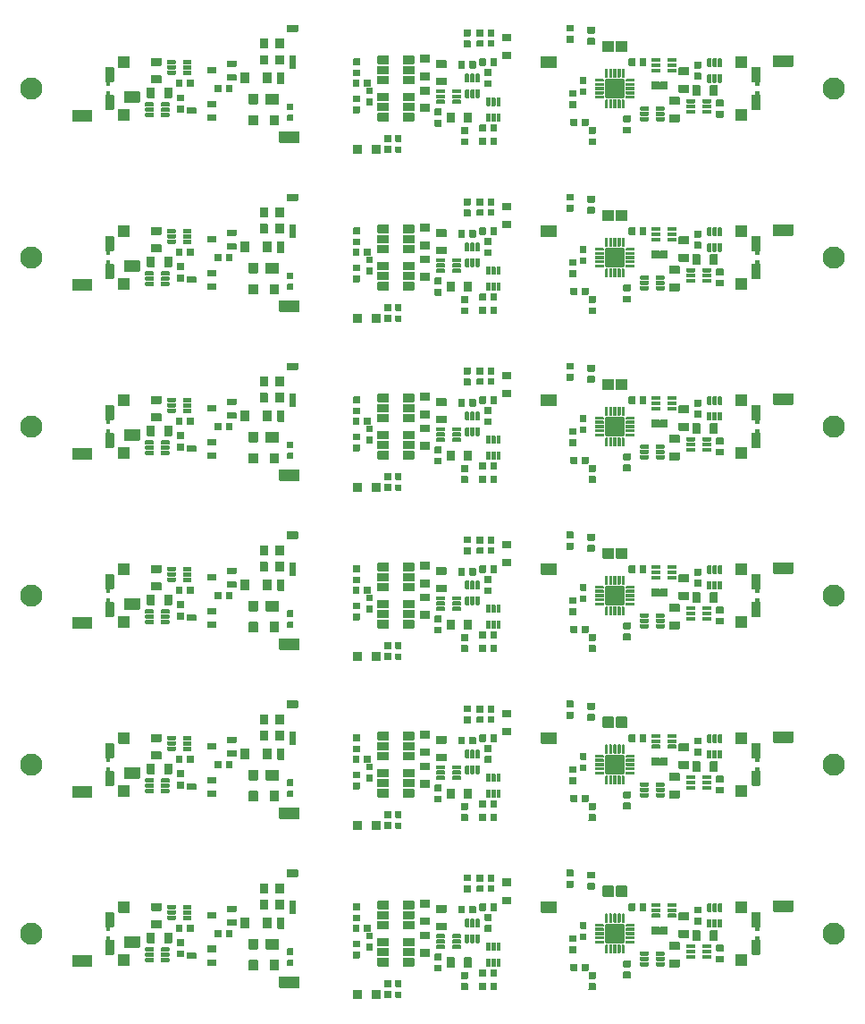
<source format=gts>
%TF.GenerationSoftware,KiCad,Pcbnew,(5.1.9)-1*%
%TF.CreationDate,2021-05-10T22:53:10+09:00*%
%TF.ProjectId,motordecoder2-K3057,6d6f746f-7264-4656-936f-646572322d4b,rev?*%
%TF.SameCoordinates,Original*%
%TF.FileFunction,Soldermask,Top*%
%TF.FilePolarity,Negative*%
%FSLAX46Y46*%
G04 Gerber Fmt 4.6, Leading zero omitted, Abs format (unit mm)*
G04 Created by KiCad (PCBNEW (5.1.9)-1) date 2021-05-10 22:53:10*
%MOMM*%
%LPD*%
G01*
G04 APERTURE LIST*
%ADD10C,0.100000*%
%ADD11C,2.100000*%
G04 APERTURE END LIST*
D10*
%TO.C,JP1*%
G36*
X164600000Y-120500000D02*
G01*
X163400000Y-120500000D01*
X163400000Y-119900000D01*
X164600000Y-119900000D01*
X164600000Y-120500000D01*
G37*
X164600000Y-120500000D02*
X163400000Y-120500000D01*
X163400000Y-119900000D01*
X164600000Y-119900000D01*
X164600000Y-120500000D01*
G36*
X164600000Y-104500000D02*
G01*
X163400000Y-104500000D01*
X163400000Y-103900000D01*
X164600000Y-103900000D01*
X164600000Y-104500000D01*
G37*
X164600000Y-104500000D02*
X163400000Y-104500000D01*
X163400000Y-103900000D01*
X164600000Y-103900000D01*
X164600000Y-104500000D01*
G36*
X164600000Y-88500000D02*
G01*
X163400000Y-88500000D01*
X163400000Y-87900000D01*
X164600000Y-87900000D01*
X164600000Y-88500000D01*
G37*
X164600000Y-88500000D02*
X163400000Y-88500000D01*
X163400000Y-87900000D01*
X164600000Y-87900000D01*
X164600000Y-88500000D01*
G36*
X164600000Y-72500000D02*
G01*
X163400000Y-72500000D01*
X163400000Y-71900000D01*
X164600000Y-71900000D01*
X164600000Y-72500000D01*
G37*
X164600000Y-72500000D02*
X163400000Y-72500000D01*
X163400000Y-71900000D01*
X164600000Y-71900000D01*
X164600000Y-72500000D01*
G36*
X164600000Y-56500000D02*
G01*
X163400000Y-56500000D01*
X163400000Y-55900000D01*
X164600000Y-55900000D01*
X164600000Y-56500000D01*
G37*
X164600000Y-56500000D02*
X163400000Y-56500000D01*
X163400000Y-55900000D01*
X164600000Y-55900000D01*
X164600000Y-56500000D01*
G36*
X164600000Y-40500000D02*
G01*
X163400000Y-40500000D01*
X163400000Y-39900000D01*
X164600000Y-39900000D01*
X164600000Y-40500000D01*
G37*
X164600000Y-40500000D02*
X163400000Y-40500000D01*
X163400000Y-39900000D01*
X164600000Y-39900000D01*
X164600000Y-40500000D01*
%TD*%
%TO.C,R6*%
G36*
G01*
X146200000Y-122800000D02*
X146200000Y-123700000D01*
G75*
G02*
X146150000Y-123750000I-50000J0D01*
G01*
X145500000Y-123750000D01*
G75*
G02*
X145450000Y-123700000I0J50000D01*
G01*
X145450000Y-122800000D01*
G75*
G02*
X145500000Y-122750000I50000J0D01*
G01*
X146150000Y-122750000D01*
G75*
G02*
X146200000Y-122800000I0J-50000D01*
G01*
G37*
G36*
G01*
X144550000Y-122800000D02*
X144550000Y-123700000D01*
G75*
G02*
X144500000Y-123750000I-50000J0D01*
G01*
X143850000Y-123750000D01*
G75*
G02*
X143800000Y-123700000I0J50000D01*
G01*
X143800000Y-122800000D01*
G75*
G02*
X143850000Y-122750000I50000J0D01*
G01*
X144500000Y-122750000D01*
G75*
G02*
X144550000Y-122800000I0J-50000D01*
G01*
G37*
%TD*%
%TO.C,R6*%
G36*
G01*
X146200000Y-106800000D02*
X146200000Y-107700000D01*
G75*
G02*
X146150000Y-107750000I-50000J0D01*
G01*
X145500000Y-107750000D01*
G75*
G02*
X145450000Y-107700000I0J50000D01*
G01*
X145450000Y-106800000D01*
G75*
G02*
X145500000Y-106750000I50000J0D01*
G01*
X146150000Y-106750000D01*
G75*
G02*
X146200000Y-106800000I0J-50000D01*
G01*
G37*
G36*
G01*
X144550000Y-106800000D02*
X144550000Y-107700000D01*
G75*
G02*
X144500000Y-107750000I-50000J0D01*
G01*
X143850000Y-107750000D01*
G75*
G02*
X143800000Y-107700000I0J50000D01*
G01*
X143800000Y-106800000D01*
G75*
G02*
X143850000Y-106750000I50000J0D01*
G01*
X144500000Y-106750000D01*
G75*
G02*
X144550000Y-106800000I0J-50000D01*
G01*
G37*
%TD*%
%TO.C,R6*%
G36*
G01*
X146200000Y-90800000D02*
X146200000Y-91700000D01*
G75*
G02*
X146150000Y-91750000I-50000J0D01*
G01*
X145500000Y-91750000D01*
G75*
G02*
X145450000Y-91700000I0J50000D01*
G01*
X145450000Y-90800000D01*
G75*
G02*
X145500000Y-90750000I50000J0D01*
G01*
X146150000Y-90750000D01*
G75*
G02*
X146200000Y-90800000I0J-50000D01*
G01*
G37*
G36*
G01*
X144550000Y-90800000D02*
X144550000Y-91700000D01*
G75*
G02*
X144500000Y-91750000I-50000J0D01*
G01*
X143850000Y-91750000D01*
G75*
G02*
X143800000Y-91700000I0J50000D01*
G01*
X143800000Y-90800000D01*
G75*
G02*
X143850000Y-90750000I50000J0D01*
G01*
X144500000Y-90750000D01*
G75*
G02*
X144550000Y-90800000I0J-50000D01*
G01*
G37*
%TD*%
%TO.C,R6*%
G36*
G01*
X146200000Y-74800000D02*
X146200000Y-75700000D01*
G75*
G02*
X146150000Y-75750000I-50000J0D01*
G01*
X145500000Y-75750000D01*
G75*
G02*
X145450000Y-75700000I0J50000D01*
G01*
X145450000Y-74800000D01*
G75*
G02*
X145500000Y-74750000I50000J0D01*
G01*
X146150000Y-74750000D01*
G75*
G02*
X146200000Y-74800000I0J-50000D01*
G01*
G37*
G36*
G01*
X144550000Y-74800000D02*
X144550000Y-75700000D01*
G75*
G02*
X144500000Y-75750000I-50000J0D01*
G01*
X143850000Y-75750000D01*
G75*
G02*
X143800000Y-75700000I0J50000D01*
G01*
X143800000Y-74800000D01*
G75*
G02*
X143850000Y-74750000I50000J0D01*
G01*
X144500000Y-74750000D01*
G75*
G02*
X144550000Y-74800000I0J-50000D01*
G01*
G37*
%TD*%
%TO.C,R6*%
G36*
G01*
X146200000Y-58800000D02*
X146200000Y-59700000D01*
G75*
G02*
X146150000Y-59750000I-50000J0D01*
G01*
X145500000Y-59750000D01*
G75*
G02*
X145450000Y-59700000I0J50000D01*
G01*
X145450000Y-58800000D01*
G75*
G02*
X145500000Y-58750000I50000J0D01*
G01*
X146150000Y-58750000D01*
G75*
G02*
X146200000Y-58800000I0J-50000D01*
G01*
G37*
G36*
G01*
X144550000Y-58800000D02*
X144550000Y-59700000D01*
G75*
G02*
X144500000Y-59750000I-50000J0D01*
G01*
X143850000Y-59750000D01*
G75*
G02*
X143800000Y-59700000I0J50000D01*
G01*
X143800000Y-58800000D01*
G75*
G02*
X143850000Y-58750000I50000J0D01*
G01*
X144500000Y-58750000D01*
G75*
G02*
X144550000Y-58800000I0J-50000D01*
G01*
G37*
%TD*%
%TO.C,R13*%
G36*
G01*
X167300000Y-119000000D02*
X167900000Y-119000000D01*
G75*
G02*
X167950000Y-119050000I0J-50000D01*
G01*
X167950000Y-119600000D01*
G75*
G02*
X167900000Y-119650000I-50000J0D01*
G01*
X167300000Y-119650000D01*
G75*
G02*
X167250000Y-119600000I0J50000D01*
G01*
X167250000Y-119050000D01*
G75*
G02*
X167300000Y-119000000I50000J0D01*
G01*
G37*
G36*
G01*
X167300000Y-117950000D02*
X167900000Y-117950000D01*
G75*
G02*
X167950000Y-118000000I0J-50000D01*
G01*
X167950000Y-118550000D01*
G75*
G02*
X167900000Y-118600000I-50000J0D01*
G01*
X167300000Y-118600000D01*
G75*
G02*
X167250000Y-118550000I0J50000D01*
G01*
X167250000Y-118000000D01*
G75*
G02*
X167300000Y-117950000I50000J0D01*
G01*
G37*
%TD*%
%TO.C,R13*%
G36*
G01*
X167300000Y-103000000D02*
X167900000Y-103000000D01*
G75*
G02*
X167950000Y-103050000I0J-50000D01*
G01*
X167950000Y-103600000D01*
G75*
G02*
X167900000Y-103650000I-50000J0D01*
G01*
X167300000Y-103650000D01*
G75*
G02*
X167250000Y-103600000I0J50000D01*
G01*
X167250000Y-103050000D01*
G75*
G02*
X167300000Y-103000000I50000J0D01*
G01*
G37*
G36*
G01*
X167300000Y-101950000D02*
X167900000Y-101950000D01*
G75*
G02*
X167950000Y-102000000I0J-50000D01*
G01*
X167950000Y-102550000D01*
G75*
G02*
X167900000Y-102600000I-50000J0D01*
G01*
X167300000Y-102600000D01*
G75*
G02*
X167250000Y-102550000I0J50000D01*
G01*
X167250000Y-102000000D01*
G75*
G02*
X167300000Y-101950000I50000J0D01*
G01*
G37*
%TD*%
%TO.C,R13*%
G36*
G01*
X167300000Y-87000000D02*
X167900000Y-87000000D01*
G75*
G02*
X167950000Y-87050000I0J-50000D01*
G01*
X167950000Y-87600000D01*
G75*
G02*
X167900000Y-87650000I-50000J0D01*
G01*
X167300000Y-87650000D01*
G75*
G02*
X167250000Y-87600000I0J50000D01*
G01*
X167250000Y-87050000D01*
G75*
G02*
X167300000Y-87000000I50000J0D01*
G01*
G37*
G36*
G01*
X167300000Y-85950000D02*
X167900000Y-85950000D01*
G75*
G02*
X167950000Y-86000000I0J-50000D01*
G01*
X167950000Y-86550000D01*
G75*
G02*
X167900000Y-86600000I-50000J0D01*
G01*
X167300000Y-86600000D01*
G75*
G02*
X167250000Y-86550000I0J50000D01*
G01*
X167250000Y-86000000D01*
G75*
G02*
X167300000Y-85950000I50000J0D01*
G01*
G37*
%TD*%
%TO.C,R13*%
G36*
G01*
X167300000Y-71000000D02*
X167900000Y-71000000D01*
G75*
G02*
X167950000Y-71050000I0J-50000D01*
G01*
X167950000Y-71600000D01*
G75*
G02*
X167900000Y-71650000I-50000J0D01*
G01*
X167300000Y-71650000D01*
G75*
G02*
X167250000Y-71600000I0J50000D01*
G01*
X167250000Y-71050000D01*
G75*
G02*
X167300000Y-71000000I50000J0D01*
G01*
G37*
G36*
G01*
X167300000Y-69950000D02*
X167900000Y-69950000D01*
G75*
G02*
X167950000Y-70000000I0J-50000D01*
G01*
X167950000Y-70550000D01*
G75*
G02*
X167900000Y-70600000I-50000J0D01*
G01*
X167300000Y-70600000D01*
G75*
G02*
X167250000Y-70550000I0J50000D01*
G01*
X167250000Y-70000000D01*
G75*
G02*
X167300000Y-69950000I50000J0D01*
G01*
G37*
%TD*%
%TO.C,R13*%
G36*
G01*
X167300000Y-55000000D02*
X167900000Y-55000000D01*
G75*
G02*
X167950000Y-55050000I0J-50000D01*
G01*
X167950000Y-55600000D01*
G75*
G02*
X167900000Y-55650000I-50000J0D01*
G01*
X167300000Y-55650000D01*
G75*
G02*
X167250000Y-55600000I0J50000D01*
G01*
X167250000Y-55050000D01*
G75*
G02*
X167300000Y-55000000I50000J0D01*
G01*
G37*
G36*
G01*
X167300000Y-53950000D02*
X167900000Y-53950000D01*
G75*
G02*
X167950000Y-54000000I0J-50000D01*
G01*
X167950000Y-54550000D01*
G75*
G02*
X167900000Y-54600000I-50000J0D01*
G01*
X167300000Y-54600000D01*
G75*
G02*
X167250000Y-54550000I0J50000D01*
G01*
X167250000Y-54000000D01*
G75*
G02*
X167300000Y-53950000I50000J0D01*
G01*
G37*
%TD*%
%TO.C,R1*%
G36*
G01*
X157200000Y-114650000D02*
X157800000Y-114650000D01*
G75*
G02*
X157850000Y-114700000I0J-50000D01*
G01*
X157850000Y-115250000D01*
G75*
G02*
X157800000Y-115300000I-50000J0D01*
G01*
X157200000Y-115300000D01*
G75*
G02*
X157150000Y-115250000I0J50000D01*
G01*
X157150000Y-114700000D01*
G75*
G02*
X157200000Y-114650000I50000J0D01*
G01*
G37*
G36*
G01*
X157200000Y-115700000D02*
X157800000Y-115700000D01*
G75*
G02*
X157850000Y-115750000I0J-50000D01*
G01*
X157850000Y-116300000D01*
G75*
G02*
X157800000Y-116350000I-50000J0D01*
G01*
X157200000Y-116350000D01*
G75*
G02*
X157150000Y-116300000I0J50000D01*
G01*
X157150000Y-115750000D01*
G75*
G02*
X157200000Y-115700000I50000J0D01*
G01*
G37*
%TD*%
%TO.C,R1*%
G36*
G01*
X157200000Y-98650000D02*
X157800000Y-98650000D01*
G75*
G02*
X157850000Y-98700000I0J-50000D01*
G01*
X157850000Y-99250000D01*
G75*
G02*
X157800000Y-99300000I-50000J0D01*
G01*
X157200000Y-99300000D01*
G75*
G02*
X157150000Y-99250000I0J50000D01*
G01*
X157150000Y-98700000D01*
G75*
G02*
X157200000Y-98650000I50000J0D01*
G01*
G37*
G36*
G01*
X157200000Y-99700000D02*
X157800000Y-99700000D01*
G75*
G02*
X157850000Y-99750000I0J-50000D01*
G01*
X157850000Y-100300000D01*
G75*
G02*
X157800000Y-100350000I-50000J0D01*
G01*
X157200000Y-100350000D01*
G75*
G02*
X157150000Y-100300000I0J50000D01*
G01*
X157150000Y-99750000D01*
G75*
G02*
X157200000Y-99700000I50000J0D01*
G01*
G37*
%TD*%
%TO.C,R1*%
G36*
G01*
X157200000Y-82650000D02*
X157800000Y-82650000D01*
G75*
G02*
X157850000Y-82700000I0J-50000D01*
G01*
X157850000Y-83250000D01*
G75*
G02*
X157800000Y-83300000I-50000J0D01*
G01*
X157200000Y-83300000D01*
G75*
G02*
X157150000Y-83250000I0J50000D01*
G01*
X157150000Y-82700000D01*
G75*
G02*
X157200000Y-82650000I50000J0D01*
G01*
G37*
G36*
G01*
X157200000Y-83700000D02*
X157800000Y-83700000D01*
G75*
G02*
X157850000Y-83750000I0J-50000D01*
G01*
X157850000Y-84300000D01*
G75*
G02*
X157800000Y-84350000I-50000J0D01*
G01*
X157200000Y-84350000D01*
G75*
G02*
X157150000Y-84300000I0J50000D01*
G01*
X157150000Y-83750000D01*
G75*
G02*
X157200000Y-83700000I50000J0D01*
G01*
G37*
%TD*%
%TO.C,R1*%
G36*
G01*
X157200000Y-66650000D02*
X157800000Y-66650000D01*
G75*
G02*
X157850000Y-66700000I0J-50000D01*
G01*
X157850000Y-67250000D01*
G75*
G02*
X157800000Y-67300000I-50000J0D01*
G01*
X157200000Y-67300000D01*
G75*
G02*
X157150000Y-67250000I0J50000D01*
G01*
X157150000Y-66700000D01*
G75*
G02*
X157200000Y-66650000I50000J0D01*
G01*
G37*
G36*
G01*
X157200000Y-67700000D02*
X157800000Y-67700000D01*
G75*
G02*
X157850000Y-67750000I0J-50000D01*
G01*
X157850000Y-68300000D01*
G75*
G02*
X157800000Y-68350000I-50000J0D01*
G01*
X157200000Y-68350000D01*
G75*
G02*
X157150000Y-68300000I0J50000D01*
G01*
X157150000Y-67750000D01*
G75*
G02*
X157200000Y-67700000I50000J0D01*
G01*
G37*
%TD*%
%TO.C,R1*%
G36*
G01*
X157200000Y-50650000D02*
X157800000Y-50650000D01*
G75*
G02*
X157850000Y-50700000I0J-50000D01*
G01*
X157850000Y-51250000D01*
G75*
G02*
X157800000Y-51300000I-50000J0D01*
G01*
X157200000Y-51300000D01*
G75*
G02*
X157150000Y-51250000I0J50000D01*
G01*
X157150000Y-50700000D01*
G75*
G02*
X157200000Y-50650000I50000J0D01*
G01*
G37*
G36*
G01*
X157200000Y-51700000D02*
X157800000Y-51700000D01*
G75*
G02*
X157850000Y-51750000I0J-50000D01*
G01*
X157850000Y-52300000D01*
G75*
G02*
X157800000Y-52350000I-50000J0D01*
G01*
X157200000Y-52350000D01*
G75*
G02*
X157150000Y-52300000I0J50000D01*
G01*
X157150000Y-51750000D01*
G75*
G02*
X157200000Y-51700000I50000J0D01*
G01*
G37*
%TD*%
%TO.C,R8*%
G36*
G01*
X142700000Y-122400000D02*
X143300000Y-122400000D01*
G75*
G02*
X143350000Y-122450000I0J-50000D01*
G01*
X143350000Y-123000000D01*
G75*
G02*
X143300000Y-123050000I-50000J0D01*
G01*
X142700000Y-123050000D01*
G75*
G02*
X142650000Y-123000000I0J50000D01*
G01*
X142650000Y-122450000D01*
G75*
G02*
X142700000Y-122400000I50000J0D01*
G01*
G37*
G36*
G01*
X142700000Y-123450000D02*
X143300000Y-123450000D01*
G75*
G02*
X143350000Y-123500000I0J-50000D01*
G01*
X143350000Y-124050000D01*
G75*
G02*
X143300000Y-124100000I-50000J0D01*
G01*
X142700000Y-124100000D01*
G75*
G02*
X142650000Y-124050000I0J50000D01*
G01*
X142650000Y-123500000D01*
G75*
G02*
X142700000Y-123450000I50000J0D01*
G01*
G37*
%TD*%
%TO.C,R8*%
G36*
G01*
X142700000Y-106400000D02*
X143300000Y-106400000D01*
G75*
G02*
X143350000Y-106450000I0J-50000D01*
G01*
X143350000Y-107000000D01*
G75*
G02*
X143300000Y-107050000I-50000J0D01*
G01*
X142700000Y-107050000D01*
G75*
G02*
X142650000Y-107000000I0J50000D01*
G01*
X142650000Y-106450000D01*
G75*
G02*
X142700000Y-106400000I50000J0D01*
G01*
G37*
G36*
G01*
X142700000Y-107450000D02*
X143300000Y-107450000D01*
G75*
G02*
X143350000Y-107500000I0J-50000D01*
G01*
X143350000Y-108050000D01*
G75*
G02*
X143300000Y-108100000I-50000J0D01*
G01*
X142700000Y-108100000D01*
G75*
G02*
X142650000Y-108050000I0J50000D01*
G01*
X142650000Y-107500000D01*
G75*
G02*
X142700000Y-107450000I50000J0D01*
G01*
G37*
%TD*%
%TO.C,R8*%
G36*
G01*
X142700000Y-90400000D02*
X143300000Y-90400000D01*
G75*
G02*
X143350000Y-90450000I0J-50000D01*
G01*
X143350000Y-91000000D01*
G75*
G02*
X143300000Y-91050000I-50000J0D01*
G01*
X142700000Y-91050000D01*
G75*
G02*
X142650000Y-91000000I0J50000D01*
G01*
X142650000Y-90450000D01*
G75*
G02*
X142700000Y-90400000I50000J0D01*
G01*
G37*
G36*
G01*
X142700000Y-91450000D02*
X143300000Y-91450000D01*
G75*
G02*
X143350000Y-91500000I0J-50000D01*
G01*
X143350000Y-92050000D01*
G75*
G02*
X143300000Y-92100000I-50000J0D01*
G01*
X142700000Y-92100000D01*
G75*
G02*
X142650000Y-92050000I0J50000D01*
G01*
X142650000Y-91500000D01*
G75*
G02*
X142700000Y-91450000I50000J0D01*
G01*
G37*
%TD*%
%TO.C,R8*%
G36*
G01*
X142700000Y-74400000D02*
X143300000Y-74400000D01*
G75*
G02*
X143350000Y-74450000I0J-50000D01*
G01*
X143350000Y-75000000D01*
G75*
G02*
X143300000Y-75050000I-50000J0D01*
G01*
X142700000Y-75050000D01*
G75*
G02*
X142650000Y-75000000I0J50000D01*
G01*
X142650000Y-74450000D01*
G75*
G02*
X142700000Y-74400000I50000J0D01*
G01*
G37*
G36*
G01*
X142700000Y-75450000D02*
X143300000Y-75450000D01*
G75*
G02*
X143350000Y-75500000I0J-50000D01*
G01*
X143350000Y-76050000D01*
G75*
G02*
X143300000Y-76100000I-50000J0D01*
G01*
X142700000Y-76100000D01*
G75*
G02*
X142650000Y-76050000I0J50000D01*
G01*
X142650000Y-75500000D01*
G75*
G02*
X142700000Y-75450000I50000J0D01*
G01*
G37*
%TD*%
%TO.C,R8*%
G36*
G01*
X142700000Y-58400000D02*
X143300000Y-58400000D01*
G75*
G02*
X143350000Y-58450000I0J-50000D01*
G01*
X143350000Y-59000000D01*
G75*
G02*
X143300000Y-59050000I-50000J0D01*
G01*
X142700000Y-59050000D01*
G75*
G02*
X142650000Y-59000000I0J50000D01*
G01*
X142650000Y-58450000D01*
G75*
G02*
X142700000Y-58400000I50000J0D01*
G01*
G37*
G36*
G01*
X142700000Y-59450000D02*
X143300000Y-59450000D01*
G75*
G02*
X143350000Y-59500000I0J-50000D01*
G01*
X143350000Y-60050000D01*
G75*
G02*
X143300000Y-60100000I-50000J0D01*
G01*
X142700000Y-60100000D01*
G75*
G02*
X142650000Y-60050000I0J50000D01*
G01*
X142650000Y-59500000D01*
G75*
G02*
X142700000Y-59450000I50000J0D01*
G01*
G37*
%TD*%
%TO.C,R26*%
G36*
G01*
X118800000Y-119700000D02*
X118800000Y-120300000D01*
G75*
G02*
X118750000Y-120350000I-50000J0D01*
G01*
X118200000Y-120350000D01*
G75*
G02*
X118150000Y-120300000I0J50000D01*
G01*
X118150000Y-119700000D01*
G75*
G02*
X118200000Y-119650000I50000J0D01*
G01*
X118750000Y-119650000D01*
G75*
G02*
X118800000Y-119700000I0J-50000D01*
G01*
G37*
G36*
G01*
X119850000Y-119700000D02*
X119850000Y-120300000D01*
G75*
G02*
X119800000Y-120350000I-50000J0D01*
G01*
X119250000Y-120350000D01*
G75*
G02*
X119200000Y-120300000I0J50000D01*
G01*
X119200000Y-119700000D01*
G75*
G02*
X119250000Y-119650000I50000J0D01*
G01*
X119800000Y-119650000D01*
G75*
G02*
X119850000Y-119700000I0J-50000D01*
G01*
G37*
%TD*%
%TO.C,R26*%
G36*
G01*
X118800000Y-103700000D02*
X118800000Y-104300000D01*
G75*
G02*
X118750000Y-104350000I-50000J0D01*
G01*
X118200000Y-104350000D01*
G75*
G02*
X118150000Y-104300000I0J50000D01*
G01*
X118150000Y-103700000D01*
G75*
G02*
X118200000Y-103650000I50000J0D01*
G01*
X118750000Y-103650000D01*
G75*
G02*
X118800000Y-103700000I0J-50000D01*
G01*
G37*
G36*
G01*
X119850000Y-103700000D02*
X119850000Y-104300000D01*
G75*
G02*
X119800000Y-104350000I-50000J0D01*
G01*
X119250000Y-104350000D01*
G75*
G02*
X119200000Y-104300000I0J50000D01*
G01*
X119200000Y-103700000D01*
G75*
G02*
X119250000Y-103650000I50000J0D01*
G01*
X119800000Y-103650000D01*
G75*
G02*
X119850000Y-103700000I0J-50000D01*
G01*
G37*
%TD*%
%TO.C,R26*%
G36*
G01*
X118800000Y-87700000D02*
X118800000Y-88300000D01*
G75*
G02*
X118750000Y-88350000I-50000J0D01*
G01*
X118200000Y-88350000D01*
G75*
G02*
X118150000Y-88300000I0J50000D01*
G01*
X118150000Y-87700000D01*
G75*
G02*
X118200000Y-87650000I50000J0D01*
G01*
X118750000Y-87650000D01*
G75*
G02*
X118800000Y-87700000I0J-50000D01*
G01*
G37*
G36*
G01*
X119850000Y-87700000D02*
X119850000Y-88300000D01*
G75*
G02*
X119800000Y-88350000I-50000J0D01*
G01*
X119250000Y-88350000D01*
G75*
G02*
X119200000Y-88300000I0J50000D01*
G01*
X119200000Y-87700000D01*
G75*
G02*
X119250000Y-87650000I50000J0D01*
G01*
X119800000Y-87650000D01*
G75*
G02*
X119850000Y-87700000I0J-50000D01*
G01*
G37*
%TD*%
%TO.C,R26*%
G36*
G01*
X118800000Y-71700000D02*
X118800000Y-72300000D01*
G75*
G02*
X118750000Y-72350000I-50000J0D01*
G01*
X118200000Y-72350000D01*
G75*
G02*
X118150000Y-72300000I0J50000D01*
G01*
X118150000Y-71700000D01*
G75*
G02*
X118200000Y-71650000I50000J0D01*
G01*
X118750000Y-71650000D01*
G75*
G02*
X118800000Y-71700000I0J-50000D01*
G01*
G37*
G36*
G01*
X119850000Y-71700000D02*
X119850000Y-72300000D01*
G75*
G02*
X119800000Y-72350000I-50000J0D01*
G01*
X119250000Y-72350000D01*
G75*
G02*
X119200000Y-72300000I0J50000D01*
G01*
X119200000Y-71700000D01*
G75*
G02*
X119250000Y-71650000I50000J0D01*
G01*
X119800000Y-71650000D01*
G75*
G02*
X119850000Y-71700000I0J-50000D01*
G01*
G37*
%TD*%
%TO.C,R26*%
G36*
G01*
X118800000Y-55700000D02*
X118800000Y-56300000D01*
G75*
G02*
X118750000Y-56350000I-50000J0D01*
G01*
X118200000Y-56350000D01*
G75*
G02*
X118150000Y-56300000I0J50000D01*
G01*
X118150000Y-55700000D01*
G75*
G02*
X118200000Y-55650000I50000J0D01*
G01*
X118750000Y-55650000D01*
G75*
G02*
X118800000Y-55700000I0J-50000D01*
G01*
G37*
G36*
G01*
X119850000Y-55700000D02*
X119850000Y-56300000D01*
G75*
G02*
X119800000Y-56350000I-50000J0D01*
G01*
X119250000Y-56350000D01*
G75*
G02*
X119200000Y-56300000I0J50000D01*
G01*
X119200000Y-55700000D01*
G75*
G02*
X119250000Y-55650000I50000J0D01*
G01*
X119800000Y-55650000D01*
G75*
G02*
X119850000Y-55700000I0J-50000D01*
G01*
G37*
%TD*%
%TO.C,R25*%
G36*
G01*
X162750000Y-117700000D02*
X162750000Y-118300000D01*
G75*
G02*
X162700000Y-118350000I-50000J0D01*
G01*
X162150000Y-118350000D01*
G75*
G02*
X162100000Y-118300000I0J50000D01*
G01*
X162100000Y-117700000D01*
G75*
G02*
X162150000Y-117650000I50000J0D01*
G01*
X162700000Y-117650000D01*
G75*
G02*
X162750000Y-117700000I0J-50000D01*
G01*
G37*
G36*
G01*
X161700000Y-117700000D02*
X161700000Y-118300000D01*
G75*
G02*
X161650000Y-118350000I-50000J0D01*
G01*
X161100000Y-118350000D01*
G75*
G02*
X161050000Y-118300000I0J50000D01*
G01*
X161050000Y-117700000D01*
G75*
G02*
X161100000Y-117650000I50000J0D01*
G01*
X161650000Y-117650000D01*
G75*
G02*
X161700000Y-117700000I0J-50000D01*
G01*
G37*
%TD*%
%TO.C,R25*%
G36*
G01*
X162750000Y-101700000D02*
X162750000Y-102300000D01*
G75*
G02*
X162700000Y-102350000I-50000J0D01*
G01*
X162150000Y-102350000D01*
G75*
G02*
X162100000Y-102300000I0J50000D01*
G01*
X162100000Y-101700000D01*
G75*
G02*
X162150000Y-101650000I50000J0D01*
G01*
X162700000Y-101650000D01*
G75*
G02*
X162750000Y-101700000I0J-50000D01*
G01*
G37*
G36*
G01*
X161700000Y-101700000D02*
X161700000Y-102300000D01*
G75*
G02*
X161650000Y-102350000I-50000J0D01*
G01*
X161100000Y-102350000D01*
G75*
G02*
X161050000Y-102300000I0J50000D01*
G01*
X161050000Y-101700000D01*
G75*
G02*
X161100000Y-101650000I50000J0D01*
G01*
X161650000Y-101650000D01*
G75*
G02*
X161700000Y-101700000I0J-50000D01*
G01*
G37*
%TD*%
%TO.C,R25*%
G36*
G01*
X162750000Y-85700000D02*
X162750000Y-86300000D01*
G75*
G02*
X162700000Y-86350000I-50000J0D01*
G01*
X162150000Y-86350000D01*
G75*
G02*
X162100000Y-86300000I0J50000D01*
G01*
X162100000Y-85700000D01*
G75*
G02*
X162150000Y-85650000I50000J0D01*
G01*
X162700000Y-85650000D01*
G75*
G02*
X162750000Y-85700000I0J-50000D01*
G01*
G37*
G36*
G01*
X161700000Y-85700000D02*
X161700000Y-86300000D01*
G75*
G02*
X161650000Y-86350000I-50000J0D01*
G01*
X161100000Y-86350000D01*
G75*
G02*
X161050000Y-86300000I0J50000D01*
G01*
X161050000Y-85700000D01*
G75*
G02*
X161100000Y-85650000I50000J0D01*
G01*
X161650000Y-85650000D01*
G75*
G02*
X161700000Y-85700000I0J-50000D01*
G01*
G37*
%TD*%
%TO.C,R25*%
G36*
G01*
X162750000Y-69700000D02*
X162750000Y-70300000D01*
G75*
G02*
X162700000Y-70350000I-50000J0D01*
G01*
X162150000Y-70350000D01*
G75*
G02*
X162100000Y-70300000I0J50000D01*
G01*
X162100000Y-69700000D01*
G75*
G02*
X162150000Y-69650000I50000J0D01*
G01*
X162700000Y-69650000D01*
G75*
G02*
X162750000Y-69700000I0J-50000D01*
G01*
G37*
G36*
G01*
X161700000Y-69700000D02*
X161700000Y-70300000D01*
G75*
G02*
X161650000Y-70350000I-50000J0D01*
G01*
X161100000Y-70350000D01*
G75*
G02*
X161050000Y-70300000I0J50000D01*
G01*
X161050000Y-69700000D01*
G75*
G02*
X161100000Y-69650000I50000J0D01*
G01*
X161650000Y-69650000D01*
G75*
G02*
X161700000Y-69700000I0J-50000D01*
G01*
G37*
%TD*%
%TO.C,R25*%
G36*
G01*
X162750000Y-53700000D02*
X162750000Y-54300000D01*
G75*
G02*
X162700000Y-54350000I-50000J0D01*
G01*
X162150000Y-54350000D01*
G75*
G02*
X162100000Y-54300000I0J50000D01*
G01*
X162100000Y-53700000D01*
G75*
G02*
X162150000Y-53650000I50000J0D01*
G01*
X162700000Y-53650000D01*
G75*
G02*
X162750000Y-53700000I0J-50000D01*
G01*
G37*
G36*
G01*
X161700000Y-53700000D02*
X161700000Y-54300000D01*
G75*
G02*
X161650000Y-54350000I-50000J0D01*
G01*
X161100000Y-54350000D01*
G75*
G02*
X161050000Y-54300000I0J50000D01*
G01*
X161050000Y-53700000D01*
G75*
G02*
X161100000Y-53650000I50000J0D01*
G01*
X161650000Y-53650000D01*
G75*
G02*
X161700000Y-53700000I0J-50000D01*
G01*
G37*
%TD*%
%TO.C,R7*%
G36*
G01*
X145800000Y-124800000D02*
X145200000Y-124800000D01*
G75*
G02*
X145150000Y-124750000I0J50000D01*
G01*
X145150000Y-124200000D01*
G75*
G02*
X145200000Y-124150000I50000J0D01*
G01*
X145800000Y-124150000D01*
G75*
G02*
X145850000Y-124200000I0J-50000D01*
G01*
X145850000Y-124750000D01*
G75*
G02*
X145800000Y-124800000I-50000J0D01*
G01*
G37*
G36*
G01*
X145800000Y-125850000D02*
X145200000Y-125850000D01*
G75*
G02*
X145150000Y-125800000I0J50000D01*
G01*
X145150000Y-125250000D01*
G75*
G02*
X145200000Y-125200000I50000J0D01*
G01*
X145800000Y-125200000D01*
G75*
G02*
X145850000Y-125250000I0J-50000D01*
G01*
X145850000Y-125800000D01*
G75*
G02*
X145800000Y-125850000I-50000J0D01*
G01*
G37*
%TD*%
%TO.C,R7*%
G36*
G01*
X145800000Y-108800000D02*
X145200000Y-108800000D01*
G75*
G02*
X145150000Y-108750000I0J50000D01*
G01*
X145150000Y-108200000D01*
G75*
G02*
X145200000Y-108150000I50000J0D01*
G01*
X145800000Y-108150000D01*
G75*
G02*
X145850000Y-108200000I0J-50000D01*
G01*
X145850000Y-108750000D01*
G75*
G02*
X145800000Y-108800000I-50000J0D01*
G01*
G37*
G36*
G01*
X145800000Y-109850000D02*
X145200000Y-109850000D01*
G75*
G02*
X145150000Y-109800000I0J50000D01*
G01*
X145150000Y-109250000D01*
G75*
G02*
X145200000Y-109200000I50000J0D01*
G01*
X145800000Y-109200000D01*
G75*
G02*
X145850000Y-109250000I0J-50000D01*
G01*
X145850000Y-109800000D01*
G75*
G02*
X145800000Y-109850000I-50000J0D01*
G01*
G37*
%TD*%
%TO.C,R7*%
G36*
G01*
X145800000Y-92800000D02*
X145200000Y-92800000D01*
G75*
G02*
X145150000Y-92750000I0J50000D01*
G01*
X145150000Y-92200000D01*
G75*
G02*
X145200000Y-92150000I50000J0D01*
G01*
X145800000Y-92150000D01*
G75*
G02*
X145850000Y-92200000I0J-50000D01*
G01*
X145850000Y-92750000D01*
G75*
G02*
X145800000Y-92800000I-50000J0D01*
G01*
G37*
G36*
G01*
X145800000Y-93850000D02*
X145200000Y-93850000D01*
G75*
G02*
X145150000Y-93800000I0J50000D01*
G01*
X145150000Y-93250000D01*
G75*
G02*
X145200000Y-93200000I50000J0D01*
G01*
X145800000Y-93200000D01*
G75*
G02*
X145850000Y-93250000I0J-50000D01*
G01*
X145850000Y-93800000D01*
G75*
G02*
X145800000Y-93850000I-50000J0D01*
G01*
G37*
%TD*%
%TO.C,R7*%
G36*
G01*
X145800000Y-76800000D02*
X145200000Y-76800000D01*
G75*
G02*
X145150000Y-76750000I0J50000D01*
G01*
X145150000Y-76200000D01*
G75*
G02*
X145200000Y-76150000I50000J0D01*
G01*
X145800000Y-76150000D01*
G75*
G02*
X145850000Y-76200000I0J-50000D01*
G01*
X145850000Y-76750000D01*
G75*
G02*
X145800000Y-76800000I-50000J0D01*
G01*
G37*
G36*
G01*
X145800000Y-77850000D02*
X145200000Y-77850000D01*
G75*
G02*
X145150000Y-77800000I0J50000D01*
G01*
X145150000Y-77250000D01*
G75*
G02*
X145200000Y-77200000I50000J0D01*
G01*
X145800000Y-77200000D01*
G75*
G02*
X145850000Y-77250000I0J-50000D01*
G01*
X145850000Y-77800000D01*
G75*
G02*
X145800000Y-77850000I-50000J0D01*
G01*
G37*
%TD*%
%TO.C,R7*%
G36*
G01*
X145800000Y-60800000D02*
X145200000Y-60800000D01*
G75*
G02*
X145150000Y-60750000I0J50000D01*
G01*
X145150000Y-60200000D01*
G75*
G02*
X145200000Y-60150000I50000J0D01*
G01*
X145800000Y-60150000D01*
G75*
G02*
X145850000Y-60200000I0J-50000D01*
G01*
X145850000Y-60750000D01*
G75*
G02*
X145800000Y-60800000I-50000J0D01*
G01*
G37*
G36*
G01*
X145800000Y-61850000D02*
X145200000Y-61850000D01*
G75*
G02*
X145150000Y-61800000I0J50000D01*
G01*
X145150000Y-61250000D01*
G75*
G02*
X145200000Y-61200000I50000J0D01*
G01*
X145800000Y-61200000D01*
G75*
G02*
X145850000Y-61250000I0J-50000D01*
G01*
X145850000Y-61800000D01*
G75*
G02*
X145800000Y-61850000I-50000J0D01*
G01*
G37*
%TD*%
%TO.C,R23*%
G36*
G01*
X160600000Y-123050000D02*
X161200000Y-123050000D01*
G75*
G02*
X161250000Y-123100000I0J-50000D01*
G01*
X161250000Y-123650000D01*
G75*
G02*
X161200000Y-123700000I-50000J0D01*
G01*
X160600000Y-123700000D01*
G75*
G02*
X160550000Y-123650000I0J50000D01*
G01*
X160550000Y-123100000D01*
G75*
G02*
X160600000Y-123050000I50000J0D01*
G01*
G37*
G36*
G01*
X160600000Y-124100000D02*
X161200000Y-124100000D01*
G75*
G02*
X161250000Y-124150000I0J-50000D01*
G01*
X161250000Y-124700000D01*
G75*
G02*
X161200000Y-124750000I-50000J0D01*
G01*
X160600000Y-124750000D01*
G75*
G02*
X160550000Y-124700000I0J50000D01*
G01*
X160550000Y-124150000D01*
G75*
G02*
X160600000Y-124100000I50000J0D01*
G01*
G37*
%TD*%
%TO.C,R23*%
G36*
G01*
X160600000Y-107050000D02*
X161200000Y-107050000D01*
G75*
G02*
X161250000Y-107100000I0J-50000D01*
G01*
X161250000Y-107650000D01*
G75*
G02*
X161200000Y-107700000I-50000J0D01*
G01*
X160600000Y-107700000D01*
G75*
G02*
X160550000Y-107650000I0J50000D01*
G01*
X160550000Y-107100000D01*
G75*
G02*
X160600000Y-107050000I50000J0D01*
G01*
G37*
G36*
G01*
X160600000Y-108100000D02*
X161200000Y-108100000D01*
G75*
G02*
X161250000Y-108150000I0J-50000D01*
G01*
X161250000Y-108700000D01*
G75*
G02*
X161200000Y-108750000I-50000J0D01*
G01*
X160600000Y-108750000D01*
G75*
G02*
X160550000Y-108700000I0J50000D01*
G01*
X160550000Y-108150000D01*
G75*
G02*
X160600000Y-108100000I50000J0D01*
G01*
G37*
%TD*%
%TO.C,R23*%
G36*
G01*
X160600000Y-91050000D02*
X161200000Y-91050000D01*
G75*
G02*
X161250000Y-91100000I0J-50000D01*
G01*
X161250000Y-91650000D01*
G75*
G02*
X161200000Y-91700000I-50000J0D01*
G01*
X160600000Y-91700000D01*
G75*
G02*
X160550000Y-91650000I0J50000D01*
G01*
X160550000Y-91100000D01*
G75*
G02*
X160600000Y-91050000I50000J0D01*
G01*
G37*
G36*
G01*
X160600000Y-92100000D02*
X161200000Y-92100000D01*
G75*
G02*
X161250000Y-92150000I0J-50000D01*
G01*
X161250000Y-92700000D01*
G75*
G02*
X161200000Y-92750000I-50000J0D01*
G01*
X160600000Y-92750000D01*
G75*
G02*
X160550000Y-92700000I0J50000D01*
G01*
X160550000Y-92150000D01*
G75*
G02*
X160600000Y-92100000I50000J0D01*
G01*
G37*
%TD*%
%TO.C,R23*%
G36*
G01*
X160600000Y-75050000D02*
X161200000Y-75050000D01*
G75*
G02*
X161250000Y-75100000I0J-50000D01*
G01*
X161250000Y-75650000D01*
G75*
G02*
X161200000Y-75700000I-50000J0D01*
G01*
X160600000Y-75700000D01*
G75*
G02*
X160550000Y-75650000I0J50000D01*
G01*
X160550000Y-75100000D01*
G75*
G02*
X160600000Y-75050000I50000J0D01*
G01*
G37*
G36*
G01*
X160600000Y-76100000D02*
X161200000Y-76100000D01*
G75*
G02*
X161250000Y-76150000I0J-50000D01*
G01*
X161250000Y-76700000D01*
G75*
G02*
X161200000Y-76750000I-50000J0D01*
G01*
X160600000Y-76750000D01*
G75*
G02*
X160550000Y-76700000I0J50000D01*
G01*
X160550000Y-76150000D01*
G75*
G02*
X160600000Y-76100000I50000J0D01*
G01*
G37*
%TD*%
%TO.C,R23*%
G36*
G01*
X160600000Y-59050000D02*
X161200000Y-59050000D01*
G75*
G02*
X161250000Y-59100000I0J-50000D01*
G01*
X161250000Y-59650000D01*
G75*
G02*
X161200000Y-59700000I-50000J0D01*
G01*
X160600000Y-59700000D01*
G75*
G02*
X160550000Y-59650000I0J50000D01*
G01*
X160550000Y-59100000D01*
G75*
G02*
X160600000Y-59050000I50000J0D01*
G01*
G37*
G36*
G01*
X160600000Y-60100000D02*
X161200000Y-60100000D01*
G75*
G02*
X161250000Y-60150000I0J-50000D01*
G01*
X161250000Y-60700000D01*
G75*
G02*
X161200000Y-60750000I-50000J0D01*
G01*
X160600000Y-60750000D01*
G75*
G02*
X160550000Y-60700000I0J50000D01*
G01*
X160550000Y-60150000D01*
G75*
G02*
X160600000Y-60100000I50000J0D01*
G01*
G37*
%TD*%
%TO.C,R3*%
G36*
G01*
X142200000Y-118050000D02*
X141300000Y-118050000D01*
G75*
G02*
X141250000Y-118000000I0J50000D01*
G01*
X141250000Y-117350000D01*
G75*
G02*
X141300000Y-117300000I50000J0D01*
G01*
X142200000Y-117300000D01*
G75*
G02*
X142250000Y-117350000I0J-50000D01*
G01*
X142250000Y-118000000D01*
G75*
G02*
X142200000Y-118050000I-50000J0D01*
G01*
G37*
G36*
G01*
X142200000Y-119700000D02*
X141300000Y-119700000D01*
G75*
G02*
X141250000Y-119650000I0J50000D01*
G01*
X141250000Y-119000000D01*
G75*
G02*
X141300000Y-118950000I50000J0D01*
G01*
X142200000Y-118950000D01*
G75*
G02*
X142250000Y-119000000I0J-50000D01*
G01*
X142250000Y-119650000D01*
G75*
G02*
X142200000Y-119700000I-50000J0D01*
G01*
G37*
%TD*%
%TO.C,R3*%
G36*
G01*
X142200000Y-102050000D02*
X141300000Y-102050000D01*
G75*
G02*
X141250000Y-102000000I0J50000D01*
G01*
X141250000Y-101350000D01*
G75*
G02*
X141300000Y-101300000I50000J0D01*
G01*
X142200000Y-101300000D01*
G75*
G02*
X142250000Y-101350000I0J-50000D01*
G01*
X142250000Y-102000000D01*
G75*
G02*
X142200000Y-102050000I-50000J0D01*
G01*
G37*
G36*
G01*
X142200000Y-103700000D02*
X141300000Y-103700000D01*
G75*
G02*
X141250000Y-103650000I0J50000D01*
G01*
X141250000Y-103000000D01*
G75*
G02*
X141300000Y-102950000I50000J0D01*
G01*
X142200000Y-102950000D01*
G75*
G02*
X142250000Y-103000000I0J-50000D01*
G01*
X142250000Y-103650000D01*
G75*
G02*
X142200000Y-103700000I-50000J0D01*
G01*
G37*
%TD*%
%TO.C,R3*%
G36*
G01*
X142200000Y-86050000D02*
X141300000Y-86050000D01*
G75*
G02*
X141250000Y-86000000I0J50000D01*
G01*
X141250000Y-85350000D01*
G75*
G02*
X141300000Y-85300000I50000J0D01*
G01*
X142200000Y-85300000D01*
G75*
G02*
X142250000Y-85350000I0J-50000D01*
G01*
X142250000Y-86000000D01*
G75*
G02*
X142200000Y-86050000I-50000J0D01*
G01*
G37*
G36*
G01*
X142200000Y-87700000D02*
X141300000Y-87700000D01*
G75*
G02*
X141250000Y-87650000I0J50000D01*
G01*
X141250000Y-87000000D01*
G75*
G02*
X141300000Y-86950000I50000J0D01*
G01*
X142200000Y-86950000D01*
G75*
G02*
X142250000Y-87000000I0J-50000D01*
G01*
X142250000Y-87650000D01*
G75*
G02*
X142200000Y-87700000I-50000J0D01*
G01*
G37*
%TD*%
%TO.C,R3*%
G36*
G01*
X142200000Y-70050000D02*
X141300000Y-70050000D01*
G75*
G02*
X141250000Y-70000000I0J50000D01*
G01*
X141250000Y-69350000D01*
G75*
G02*
X141300000Y-69300000I50000J0D01*
G01*
X142200000Y-69300000D01*
G75*
G02*
X142250000Y-69350000I0J-50000D01*
G01*
X142250000Y-70000000D01*
G75*
G02*
X142200000Y-70050000I-50000J0D01*
G01*
G37*
G36*
G01*
X142200000Y-71700000D02*
X141300000Y-71700000D01*
G75*
G02*
X141250000Y-71650000I0J50000D01*
G01*
X141250000Y-71000000D01*
G75*
G02*
X141300000Y-70950000I50000J0D01*
G01*
X142200000Y-70950000D01*
G75*
G02*
X142250000Y-71000000I0J-50000D01*
G01*
X142250000Y-71650000D01*
G75*
G02*
X142200000Y-71700000I-50000J0D01*
G01*
G37*
%TD*%
%TO.C,R3*%
G36*
G01*
X142200000Y-54050000D02*
X141300000Y-54050000D01*
G75*
G02*
X141250000Y-54000000I0J50000D01*
G01*
X141250000Y-53350000D01*
G75*
G02*
X141300000Y-53300000I50000J0D01*
G01*
X142200000Y-53300000D01*
G75*
G02*
X142250000Y-53350000I0J-50000D01*
G01*
X142250000Y-54000000D01*
G75*
G02*
X142200000Y-54050000I-50000J0D01*
G01*
G37*
G36*
G01*
X142200000Y-55700000D02*
X141300000Y-55700000D01*
G75*
G02*
X141250000Y-55650000I0J50000D01*
G01*
X141250000Y-55000000D01*
G75*
G02*
X141300000Y-54950000I50000J0D01*
G01*
X142200000Y-54950000D01*
G75*
G02*
X142250000Y-55000000I0J-50000D01*
G01*
X142250000Y-55650000D01*
G75*
G02*
X142200000Y-55700000I-50000J0D01*
G01*
G37*
%TD*%
%TO.C,R24*%
G36*
G01*
X118900000Y-121700000D02*
X118300000Y-121700000D01*
G75*
G02*
X118250000Y-121650000I0J50000D01*
G01*
X118250000Y-121100000D01*
G75*
G02*
X118300000Y-121050000I50000J0D01*
G01*
X118900000Y-121050000D01*
G75*
G02*
X118950000Y-121100000I0J-50000D01*
G01*
X118950000Y-121650000D01*
G75*
G02*
X118900000Y-121700000I-50000J0D01*
G01*
G37*
G36*
G01*
X118900000Y-122750000D02*
X118300000Y-122750000D01*
G75*
G02*
X118250000Y-122700000I0J50000D01*
G01*
X118250000Y-122150000D01*
G75*
G02*
X118300000Y-122100000I50000J0D01*
G01*
X118900000Y-122100000D01*
G75*
G02*
X118950000Y-122150000I0J-50000D01*
G01*
X118950000Y-122700000D01*
G75*
G02*
X118900000Y-122750000I-50000J0D01*
G01*
G37*
%TD*%
%TO.C,R24*%
G36*
G01*
X118900000Y-105700000D02*
X118300000Y-105700000D01*
G75*
G02*
X118250000Y-105650000I0J50000D01*
G01*
X118250000Y-105100000D01*
G75*
G02*
X118300000Y-105050000I50000J0D01*
G01*
X118900000Y-105050000D01*
G75*
G02*
X118950000Y-105100000I0J-50000D01*
G01*
X118950000Y-105650000D01*
G75*
G02*
X118900000Y-105700000I-50000J0D01*
G01*
G37*
G36*
G01*
X118900000Y-106750000D02*
X118300000Y-106750000D01*
G75*
G02*
X118250000Y-106700000I0J50000D01*
G01*
X118250000Y-106150000D01*
G75*
G02*
X118300000Y-106100000I50000J0D01*
G01*
X118900000Y-106100000D01*
G75*
G02*
X118950000Y-106150000I0J-50000D01*
G01*
X118950000Y-106700000D01*
G75*
G02*
X118900000Y-106750000I-50000J0D01*
G01*
G37*
%TD*%
%TO.C,R24*%
G36*
G01*
X118900000Y-89700000D02*
X118300000Y-89700000D01*
G75*
G02*
X118250000Y-89650000I0J50000D01*
G01*
X118250000Y-89100000D01*
G75*
G02*
X118300000Y-89050000I50000J0D01*
G01*
X118900000Y-89050000D01*
G75*
G02*
X118950000Y-89100000I0J-50000D01*
G01*
X118950000Y-89650000D01*
G75*
G02*
X118900000Y-89700000I-50000J0D01*
G01*
G37*
G36*
G01*
X118900000Y-90750000D02*
X118300000Y-90750000D01*
G75*
G02*
X118250000Y-90700000I0J50000D01*
G01*
X118250000Y-90150000D01*
G75*
G02*
X118300000Y-90100000I50000J0D01*
G01*
X118900000Y-90100000D01*
G75*
G02*
X118950000Y-90150000I0J-50000D01*
G01*
X118950000Y-90700000D01*
G75*
G02*
X118900000Y-90750000I-50000J0D01*
G01*
G37*
%TD*%
%TO.C,R24*%
G36*
G01*
X118900000Y-73700000D02*
X118300000Y-73700000D01*
G75*
G02*
X118250000Y-73650000I0J50000D01*
G01*
X118250000Y-73100000D01*
G75*
G02*
X118300000Y-73050000I50000J0D01*
G01*
X118900000Y-73050000D01*
G75*
G02*
X118950000Y-73100000I0J-50000D01*
G01*
X118950000Y-73650000D01*
G75*
G02*
X118900000Y-73700000I-50000J0D01*
G01*
G37*
G36*
G01*
X118900000Y-74750000D02*
X118300000Y-74750000D01*
G75*
G02*
X118250000Y-74700000I0J50000D01*
G01*
X118250000Y-74150000D01*
G75*
G02*
X118300000Y-74100000I50000J0D01*
G01*
X118900000Y-74100000D01*
G75*
G02*
X118950000Y-74150000I0J-50000D01*
G01*
X118950000Y-74700000D01*
G75*
G02*
X118900000Y-74750000I-50000J0D01*
G01*
G37*
%TD*%
%TO.C,R24*%
G36*
G01*
X118900000Y-57700000D02*
X118300000Y-57700000D01*
G75*
G02*
X118250000Y-57650000I0J50000D01*
G01*
X118250000Y-57100000D01*
G75*
G02*
X118300000Y-57050000I50000J0D01*
G01*
X118900000Y-57050000D01*
G75*
G02*
X118950000Y-57100000I0J-50000D01*
G01*
X118950000Y-57650000D01*
G75*
G02*
X118900000Y-57700000I-50000J0D01*
G01*
G37*
G36*
G01*
X118900000Y-58750000D02*
X118300000Y-58750000D01*
G75*
G02*
X118250000Y-58700000I0J50000D01*
G01*
X118250000Y-58150000D01*
G75*
G02*
X118300000Y-58100000I50000J0D01*
G01*
X118900000Y-58100000D01*
G75*
G02*
X118950000Y-58150000I0J-50000D01*
G01*
X118950000Y-58700000D01*
G75*
G02*
X118900000Y-58750000I-50000J0D01*
G01*
G37*
%TD*%
%TO.C,R22*%
G36*
G01*
X165850000Y-123700000D02*
X164950000Y-123700000D01*
G75*
G02*
X164900000Y-123650000I0J50000D01*
G01*
X164900000Y-123000000D01*
G75*
G02*
X164950000Y-122950000I50000J0D01*
G01*
X165850000Y-122950000D01*
G75*
G02*
X165900000Y-123000000I0J-50000D01*
G01*
X165900000Y-123650000D01*
G75*
G02*
X165850000Y-123700000I-50000J0D01*
G01*
G37*
G36*
G01*
X165850000Y-122050000D02*
X164950000Y-122050000D01*
G75*
G02*
X164900000Y-122000000I0J50000D01*
G01*
X164900000Y-121350000D01*
G75*
G02*
X164950000Y-121300000I50000J0D01*
G01*
X165850000Y-121300000D01*
G75*
G02*
X165900000Y-121350000I0J-50000D01*
G01*
X165900000Y-122000000D01*
G75*
G02*
X165850000Y-122050000I-50000J0D01*
G01*
G37*
%TD*%
%TO.C,R22*%
G36*
G01*
X165850000Y-107700000D02*
X164950000Y-107700000D01*
G75*
G02*
X164900000Y-107650000I0J50000D01*
G01*
X164900000Y-107000000D01*
G75*
G02*
X164950000Y-106950000I50000J0D01*
G01*
X165850000Y-106950000D01*
G75*
G02*
X165900000Y-107000000I0J-50000D01*
G01*
X165900000Y-107650000D01*
G75*
G02*
X165850000Y-107700000I-50000J0D01*
G01*
G37*
G36*
G01*
X165850000Y-106050000D02*
X164950000Y-106050000D01*
G75*
G02*
X164900000Y-106000000I0J50000D01*
G01*
X164900000Y-105350000D01*
G75*
G02*
X164950000Y-105300000I50000J0D01*
G01*
X165850000Y-105300000D01*
G75*
G02*
X165900000Y-105350000I0J-50000D01*
G01*
X165900000Y-106000000D01*
G75*
G02*
X165850000Y-106050000I-50000J0D01*
G01*
G37*
%TD*%
%TO.C,R22*%
G36*
G01*
X165850000Y-91700000D02*
X164950000Y-91700000D01*
G75*
G02*
X164900000Y-91650000I0J50000D01*
G01*
X164900000Y-91000000D01*
G75*
G02*
X164950000Y-90950000I50000J0D01*
G01*
X165850000Y-90950000D01*
G75*
G02*
X165900000Y-91000000I0J-50000D01*
G01*
X165900000Y-91650000D01*
G75*
G02*
X165850000Y-91700000I-50000J0D01*
G01*
G37*
G36*
G01*
X165850000Y-90050000D02*
X164950000Y-90050000D01*
G75*
G02*
X164900000Y-90000000I0J50000D01*
G01*
X164900000Y-89350000D01*
G75*
G02*
X164950000Y-89300000I50000J0D01*
G01*
X165850000Y-89300000D01*
G75*
G02*
X165900000Y-89350000I0J-50000D01*
G01*
X165900000Y-90000000D01*
G75*
G02*
X165850000Y-90050000I-50000J0D01*
G01*
G37*
%TD*%
%TO.C,R22*%
G36*
G01*
X165850000Y-75700000D02*
X164950000Y-75700000D01*
G75*
G02*
X164900000Y-75650000I0J50000D01*
G01*
X164900000Y-75000000D01*
G75*
G02*
X164950000Y-74950000I50000J0D01*
G01*
X165850000Y-74950000D01*
G75*
G02*
X165900000Y-75000000I0J-50000D01*
G01*
X165900000Y-75650000D01*
G75*
G02*
X165850000Y-75700000I-50000J0D01*
G01*
G37*
G36*
G01*
X165850000Y-74050000D02*
X164950000Y-74050000D01*
G75*
G02*
X164900000Y-74000000I0J50000D01*
G01*
X164900000Y-73350000D01*
G75*
G02*
X164950000Y-73300000I50000J0D01*
G01*
X165850000Y-73300000D01*
G75*
G02*
X165900000Y-73350000I0J-50000D01*
G01*
X165900000Y-74000000D01*
G75*
G02*
X165850000Y-74050000I-50000J0D01*
G01*
G37*
%TD*%
%TO.C,R22*%
G36*
G01*
X165850000Y-59700000D02*
X164950000Y-59700000D01*
G75*
G02*
X164900000Y-59650000I0J50000D01*
G01*
X164900000Y-59000000D01*
G75*
G02*
X164950000Y-58950000I50000J0D01*
G01*
X165850000Y-58950000D01*
G75*
G02*
X165900000Y-59000000I0J-50000D01*
G01*
X165900000Y-59650000D01*
G75*
G02*
X165850000Y-59700000I-50000J0D01*
G01*
G37*
G36*
G01*
X165850000Y-58050000D02*
X164950000Y-58050000D01*
G75*
G02*
X164900000Y-58000000I0J50000D01*
G01*
X164900000Y-57350000D01*
G75*
G02*
X164950000Y-57300000I50000J0D01*
G01*
X165850000Y-57300000D01*
G75*
G02*
X165900000Y-57350000I0J-50000D01*
G01*
X165900000Y-58000000D01*
G75*
G02*
X165850000Y-58050000I-50000J0D01*
G01*
G37*
%TD*%
%TO.C,R21*%
G36*
G01*
X115850000Y-119250000D02*
X116750000Y-119250000D01*
G75*
G02*
X116800000Y-119300000I0J-50000D01*
G01*
X116800000Y-119950000D01*
G75*
G02*
X116750000Y-120000000I-50000J0D01*
G01*
X115850000Y-120000000D01*
G75*
G02*
X115800000Y-119950000I0J50000D01*
G01*
X115800000Y-119300000D01*
G75*
G02*
X115850000Y-119250000I50000J0D01*
G01*
G37*
G36*
G01*
X115850000Y-117600000D02*
X116750000Y-117600000D01*
G75*
G02*
X116800000Y-117650000I0J-50000D01*
G01*
X116800000Y-118300000D01*
G75*
G02*
X116750000Y-118350000I-50000J0D01*
G01*
X115850000Y-118350000D01*
G75*
G02*
X115800000Y-118300000I0J50000D01*
G01*
X115800000Y-117650000D01*
G75*
G02*
X115850000Y-117600000I50000J0D01*
G01*
G37*
%TD*%
%TO.C,R21*%
G36*
G01*
X115850000Y-103250000D02*
X116750000Y-103250000D01*
G75*
G02*
X116800000Y-103300000I0J-50000D01*
G01*
X116800000Y-103950000D01*
G75*
G02*
X116750000Y-104000000I-50000J0D01*
G01*
X115850000Y-104000000D01*
G75*
G02*
X115800000Y-103950000I0J50000D01*
G01*
X115800000Y-103300000D01*
G75*
G02*
X115850000Y-103250000I50000J0D01*
G01*
G37*
G36*
G01*
X115850000Y-101600000D02*
X116750000Y-101600000D01*
G75*
G02*
X116800000Y-101650000I0J-50000D01*
G01*
X116800000Y-102300000D01*
G75*
G02*
X116750000Y-102350000I-50000J0D01*
G01*
X115850000Y-102350000D01*
G75*
G02*
X115800000Y-102300000I0J50000D01*
G01*
X115800000Y-101650000D01*
G75*
G02*
X115850000Y-101600000I50000J0D01*
G01*
G37*
%TD*%
%TO.C,R21*%
G36*
G01*
X115850000Y-87250000D02*
X116750000Y-87250000D01*
G75*
G02*
X116800000Y-87300000I0J-50000D01*
G01*
X116800000Y-87950000D01*
G75*
G02*
X116750000Y-88000000I-50000J0D01*
G01*
X115850000Y-88000000D01*
G75*
G02*
X115800000Y-87950000I0J50000D01*
G01*
X115800000Y-87300000D01*
G75*
G02*
X115850000Y-87250000I50000J0D01*
G01*
G37*
G36*
G01*
X115850000Y-85600000D02*
X116750000Y-85600000D01*
G75*
G02*
X116800000Y-85650000I0J-50000D01*
G01*
X116800000Y-86300000D01*
G75*
G02*
X116750000Y-86350000I-50000J0D01*
G01*
X115850000Y-86350000D01*
G75*
G02*
X115800000Y-86300000I0J50000D01*
G01*
X115800000Y-85650000D01*
G75*
G02*
X115850000Y-85600000I50000J0D01*
G01*
G37*
%TD*%
%TO.C,R21*%
G36*
G01*
X115850000Y-71250000D02*
X116750000Y-71250000D01*
G75*
G02*
X116800000Y-71300000I0J-50000D01*
G01*
X116800000Y-71950000D01*
G75*
G02*
X116750000Y-72000000I-50000J0D01*
G01*
X115850000Y-72000000D01*
G75*
G02*
X115800000Y-71950000I0J50000D01*
G01*
X115800000Y-71300000D01*
G75*
G02*
X115850000Y-71250000I50000J0D01*
G01*
G37*
G36*
G01*
X115850000Y-69600000D02*
X116750000Y-69600000D01*
G75*
G02*
X116800000Y-69650000I0J-50000D01*
G01*
X116800000Y-70300000D01*
G75*
G02*
X116750000Y-70350000I-50000J0D01*
G01*
X115850000Y-70350000D01*
G75*
G02*
X115800000Y-70300000I0J50000D01*
G01*
X115800000Y-69650000D01*
G75*
G02*
X115850000Y-69600000I50000J0D01*
G01*
G37*
%TD*%
%TO.C,R21*%
G36*
G01*
X115850000Y-55250000D02*
X116750000Y-55250000D01*
G75*
G02*
X116800000Y-55300000I0J-50000D01*
G01*
X116800000Y-55950000D01*
G75*
G02*
X116750000Y-56000000I-50000J0D01*
G01*
X115850000Y-56000000D01*
G75*
G02*
X115800000Y-55950000I0J50000D01*
G01*
X115800000Y-55300000D01*
G75*
G02*
X115850000Y-55250000I50000J0D01*
G01*
G37*
G36*
G01*
X115850000Y-53600000D02*
X116750000Y-53600000D01*
G75*
G02*
X116800000Y-53650000I0J-50000D01*
G01*
X116800000Y-54300000D01*
G75*
G02*
X116750000Y-54350000I-50000J0D01*
G01*
X115850000Y-54350000D01*
G75*
G02*
X115800000Y-54300000I0J50000D01*
G01*
X115800000Y-53650000D01*
G75*
G02*
X115850000Y-53600000I50000J0D01*
G01*
G37*
%TD*%
%TO.C,R5*%
G36*
G01*
X142850000Y-117800000D02*
X143750000Y-117800000D01*
G75*
G02*
X143800000Y-117850000I0J-50000D01*
G01*
X143800000Y-118500000D01*
G75*
G02*
X143750000Y-118550000I-50000J0D01*
G01*
X142850000Y-118550000D01*
G75*
G02*
X142800000Y-118500000I0J50000D01*
G01*
X142800000Y-117850000D01*
G75*
G02*
X142850000Y-117800000I50000J0D01*
G01*
G37*
G36*
G01*
X142850000Y-119450000D02*
X143750000Y-119450000D01*
G75*
G02*
X143800000Y-119500000I0J-50000D01*
G01*
X143800000Y-120150000D01*
G75*
G02*
X143750000Y-120200000I-50000J0D01*
G01*
X142850000Y-120200000D01*
G75*
G02*
X142800000Y-120150000I0J50000D01*
G01*
X142800000Y-119500000D01*
G75*
G02*
X142850000Y-119450000I50000J0D01*
G01*
G37*
%TD*%
%TO.C,R5*%
G36*
G01*
X142850000Y-101800000D02*
X143750000Y-101800000D01*
G75*
G02*
X143800000Y-101850000I0J-50000D01*
G01*
X143800000Y-102500000D01*
G75*
G02*
X143750000Y-102550000I-50000J0D01*
G01*
X142850000Y-102550000D01*
G75*
G02*
X142800000Y-102500000I0J50000D01*
G01*
X142800000Y-101850000D01*
G75*
G02*
X142850000Y-101800000I50000J0D01*
G01*
G37*
G36*
G01*
X142850000Y-103450000D02*
X143750000Y-103450000D01*
G75*
G02*
X143800000Y-103500000I0J-50000D01*
G01*
X143800000Y-104150000D01*
G75*
G02*
X143750000Y-104200000I-50000J0D01*
G01*
X142850000Y-104200000D01*
G75*
G02*
X142800000Y-104150000I0J50000D01*
G01*
X142800000Y-103500000D01*
G75*
G02*
X142850000Y-103450000I50000J0D01*
G01*
G37*
%TD*%
%TO.C,R5*%
G36*
G01*
X142850000Y-85800000D02*
X143750000Y-85800000D01*
G75*
G02*
X143800000Y-85850000I0J-50000D01*
G01*
X143800000Y-86500000D01*
G75*
G02*
X143750000Y-86550000I-50000J0D01*
G01*
X142850000Y-86550000D01*
G75*
G02*
X142800000Y-86500000I0J50000D01*
G01*
X142800000Y-85850000D01*
G75*
G02*
X142850000Y-85800000I50000J0D01*
G01*
G37*
G36*
G01*
X142850000Y-87450000D02*
X143750000Y-87450000D01*
G75*
G02*
X143800000Y-87500000I0J-50000D01*
G01*
X143800000Y-88150000D01*
G75*
G02*
X143750000Y-88200000I-50000J0D01*
G01*
X142850000Y-88200000D01*
G75*
G02*
X142800000Y-88150000I0J50000D01*
G01*
X142800000Y-87500000D01*
G75*
G02*
X142850000Y-87450000I50000J0D01*
G01*
G37*
%TD*%
%TO.C,R5*%
G36*
G01*
X142850000Y-69800000D02*
X143750000Y-69800000D01*
G75*
G02*
X143800000Y-69850000I0J-50000D01*
G01*
X143800000Y-70500000D01*
G75*
G02*
X143750000Y-70550000I-50000J0D01*
G01*
X142850000Y-70550000D01*
G75*
G02*
X142800000Y-70500000I0J50000D01*
G01*
X142800000Y-69850000D01*
G75*
G02*
X142850000Y-69800000I50000J0D01*
G01*
G37*
G36*
G01*
X142850000Y-71450000D02*
X143750000Y-71450000D01*
G75*
G02*
X143800000Y-71500000I0J-50000D01*
G01*
X143800000Y-72150000D01*
G75*
G02*
X143750000Y-72200000I-50000J0D01*
G01*
X142850000Y-72200000D01*
G75*
G02*
X142800000Y-72150000I0J50000D01*
G01*
X142800000Y-71500000D01*
G75*
G02*
X142850000Y-71450000I50000J0D01*
G01*
G37*
%TD*%
%TO.C,R5*%
G36*
G01*
X142850000Y-53800000D02*
X143750000Y-53800000D01*
G75*
G02*
X143800000Y-53850000I0J-50000D01*
G01*
X143800000Y-54500000D01*
G75*
G02*
X143750000Y-54550000I-50000J0D01*
G01*
X142850000Y-54550000D01*
G75*
G02*
X142800000Y-54500000I0J50000D01*
G01*
X142800000Y-53850000D01*
G75*
G02*
X142850000Y-53800000I50000J0D01*
G01*
G37*
G36*
G01*
X142850000Y-55450000D02*
X143750000Y-55450000D01*
G75*
G02*
X143800000Y-55500000I0J-50000D01*
G01*
X143800000Y-56150000D01*
G75*
G02*
X143750000Y-56200000I-50000J0D01*
G01*
X142850000Y-56200000D01*
G75*
G02*
X142800000Y-56150000I0J50000D01*
G01*
X142800000Y-55500000D01*
G75*
G02*
X142850000Y-55450000I50000J0D01*
G01*
G37*
%TD*%
%TO.C,R12*%
G36*
G01*
X122900000Y-120800000D02*
X122900000Y-120200000D01*
G75*
G02*
X122950000Y-120150000I50000J0D01*
G01*
X123500000Y-120150000D01*
G75*
G02*
X123550000Y-120200000I0J-50000D01*
G01*
X123550000Y-120800000D01*
G75*
G02*
X123500000Y-120850000I-50000J0D01*
G01*
X122950000Y-120850000D01*
G75*
G02*
X122900000Y-120800000I0J50000D01*
G01*
G37*
G36*
G01*
X121850000Y-120800000D02*
X121850000Y-120200000D01*
G75*
G02*
X121900000Y-120150000I50000J0D01*
G01*
X122450000Y-120150000D01*
G75*
G02*
X122500000Y-120200000I0J-50000D01*
G01*
X122500000Y-120800000D01*
G75*
G02*
X122450000Y-120850000I-50000J0D01*
G01*
X121900000Y-120850000D01*
G75*
G02*
X121850000Y-120800000I0J50000D01*
G01*
G37*
%TD*%
%TO.C,R12*%
G36*
G01*
X122900000Y-104800000D02*
X122900000Y-104200000D01*
G75*
G02*
X122950000Y-104150000I50000J0D01*
G01*
X123500000Y-104150000D01*
G75*
G02*
X123550000Y-104200000I0J-50000D01*
G01*
X123550000Y-104800000D01*
G75*
G02*
X123500000Y-104850000I-50000J0D01*
G01*
X122950000Y-104850000D01*
G75*
G02*
X122900000Y-104800000I0J50000D01*
G01*
G37*
G36*
G01*
X121850000Y-104800000D02*
X121850000Y-104200000D01*
G75*
G02*
X121900000Y-104150000I50000J0D01*
G01*
X122450000Y-104150000D01*
G75*
G02*
X122500000Y-104200000I0J-50000D01*
G01*
X122500000Y-104800000D01*
G75*
G02*
X122450000Y-104850000I-50000J0D01*
G01*
X121900000Y-104850000D01*
G75*
G02*
X121850000Y-104800000I0J50000D01*
G01*
G37*
%TD*%
%TO.C,R12*%
G36*
G01*
X122900000Y-88800000D02*
X122900000Y-88200000D01*
G75*
G02*
X122950000Y-88150000I50000J0D01*
G01*
X123500000Y-88150000D01*
G75*
G02*
X123550000Y-88200000I0J-50000D01*
G01*
X123550000Y-88800000D01*
G75*
G02*
X123500000Y-88850000I-50000J0D01*
G01*
X122950000Y-88850000D01*
G75*
G02*
X122900000Y-88800000I0J50000D01*
G01*
G37*
G36*
G01*
X121850000Y-88800000D02*
X121850000Y-88200000D01*
G75*
G02*
X121900000Y-88150000I50000J0D01*
G01*
X122450000Y-88150000D01*
G75*
G02*
X122500000Y-88200000I0J-50000D01*
G01*
X122500000Y-88800000D01*
G75*
G02*
X122450000Y-88850000I-50000J0D01*
G01*
X121900000Y-88850000D01*
G75*
G02*
X121850000Y-88800000I0J50000D01*
G01*
G37*
%TD*%
%TO.C,R12*%
G36*
G01*
X122900000Y-72800000D02*
X122900000Y-72200000D01*
G75*
G02*
X122950000Y-72150000I50000J0D01*
G01*
X123500000Y-72150000D01*
G75*
G02*
X123550000Y-72200000I0J-50000D01*
G01*
X123550000Y-72800000D01*
G75*
G02*
X123500000Y-72850000I-50000J0D01*
G01*
X122950000Y-72850000D01*
G75*
G02*
X122900000Y-72800000I0J50000D01*
G01*
G37*
G36*
G01*
X121850000Y-72800000D02*
X121850000Y-72200000D01*
G75*
G02*
X121900000Y-72150000I50000J0D01*
G01*
X122450000Y-72150000D01*
G75*
G02*
X122500000Y-72200000I0J-50000D01*
G01*
X122500000Y-72800000D01*
G75*
G02*
X122450000Y-72850000I-50000J0D01*
G01*
X121900000Y-72850000D01*
G75*
G02*
X121850000Y-72800000I0J50000D01*
G01*
G37*
%TD*%
%TO.C,R12*%
G36*
G01*
X122900000Y-56800000D02*
X122900000Y-56200000D01*
G75*
G02*
X122950000Y-56150000I50000J0D01*
G01*
X123500000Y-56150000D01*
G75*
G02*
X123550000Y-56200000I0J-50000D01*
G01*
X123550000Y-56800000D01*
G75*
G02*
X123500000Y-56850000I-50000J0D01*
G01*
X122950000Y-56850000D01*
G75*
G02*
X122900000Y-56800000I0J50000D01*
G01*
G37*
G36*
G01*
X121850000Y-56800000D02*
X121850000Y-56200000D01*
G75*
G02*
X121900000Y-56150000I50000J0D01*
G01*
X122450000Y-56150000D01*
G75*
G02*
X122500000Y-56200000I0J-50000D01*
G01*
X122500000Y-56800000D01*
G75*
G02*
X122450000Y-56850000I-50000J0D01*
G01*
X121900000Y-56850000D01*
G75*
G02*
X121850000Y-56800000I0J50000D01*
G01*
G37*
%TD*%
%TO.C,R15*%
G36*
G01*
X169400000Y-121550000D02*
X170000000Y-121550000D01*
G75*
G02*
X170050000Y-121600000I0J-50000D01*
G01*
X170050000Y-122150000D01*
G75*
G02*
X170000000Y-122200000I-50000J0D01*
G01*
X169400000Y-122200000D01*
G75*
G02*
X169350000Y-122150000I0J50000D01*
G01*
X169350000Y-121600000D01*
G75*
G02*
X169400000Y-121550000I50000J0D01*
G01*
G37*
G36*
G01*
X169400000Y-122600000D02*
X170000000Y-122600000D01*
G75*
G02*
X170050000Y-122650000I0J-50000D01*
G01*
X170050000Y-123200000D01*
G75*
G02*
X170000000Y-123250000I-50000J0D01*
G01*
X169400000Y-123250000D01*
G75*
G02*
X169350000Y-123200000I0J50000D01*
G01*
X169350000Y-122650000D01*
G75*
G02*
X169400000Y-122600000I50000J0D01*
G01*
G37*
%TD*%
%TO.C,R15*%
G36*
G01*
X169400000Y-105550000D02*
X170000000Y-105550000D01*
G75*
G02*
X170050000Y-105600000I0J-50000D01*
G01*
X170050000Y-106150000D01*
G75*
G02*
X170000000Y-106200000I-50000J0D01*
G01*
X169400000Y-106200000D01*
G75*
G02*
X169350000Y-106150000I0J50000D01*
G01*
X169350000Y-105600000D01*
G75*
G02*
X169400000Y-105550000I50000J0D01*
G01*
G37*
G36*
G01*
X169400000Y-106600000D02*
X170000000Y-106600000D01*
G75*
G02*
X170050000Y-106650000I0J-50000D01*
G01*
X170050000Y-107200000D01*
G75*
G02*
X170000000Y-107250000I-50000J0D01*
G01*
X169400000Y-107250000D01*
G75*
G02*
X169350000Y-107200000I0J50000D01*
G01*
X169350000Y-106650000D01*
G75*
G02*
X169400000Y-106600000I50000J0D01*
G01*
G37*
%TD*%
%TO.C,R15*%
G36*
G01*
X169400000Y-89550000D02*
X170000000Y-89550000D01*
G75*
G02*
X170050000Y-89600000I0J-50000D01*
G01*
X170050000Y-90150000D01*
G75*
G02*
X170000000Y-90200000I-50000J0D01*
G01*
X169400000Y-90200000D01*
G75*
G02*
X169350000Y-90150000I0J50000D01*
G01*
X169350000Y-89600000D01*
G75*
G02*
X169400000Y-89550000I50000J0D01*
G01*
G37*
G36*
G01*
X169400000Y-90600000D02*
X170000000Y-90600000D01*
G75*
G02*
X170050000Y-90650000I0J-50000D01*
G01*
X170050000Y-91200000D01*
G75*
G02*
X170000000Y-91250000I-50000J0D01*
G01*
X169400000Y-91250000D01*
G75*
G02*
X169350000Y-91200000I0J50000D01*
G01*
X169350000Y-90650000D01*
G75*
G02*
X169400000Y-90600000I50000J0D01*
G01*
G37*
%TD*%
%TO.C,R15*%
G36*
G01*
X169400000Y-73550000D02*
X170000000Y-73550000D01*
G75*
G02*
X170050000Y-73600000I0J-50000D01*
G01*
X170050000Y-74150000D01*
G75*
G02*
X170000000Y-74200000I-50000J0D01*
G01*
X169400000Y-74200000D01*
G75*
G02*
X169350000Y-74150000I0J50000D01*
G01*
X169350000Y-73600000D01*
G75*
G02*
X169400000Y-73550000I50000J0D01*
G01*
G37*
G36*
G01*
X169400000Y-74600000D02*
X170000000Y-74600000D01*
G75*
G02*
X170050000Y-74650000I0J-50000D01*
G01*
X170050000Y-75200000D01*
G75*
G02*
X170000000Y-75250000I-50000J0D01*
G01*
X169400000Y-75250000D01*
G75*
G02*
X169350000Y-75200000I0J50000D01*
G01*
X169350000Y-74650000D01*
G75*
G02*
X169400000Y-74600000I50000J0D01*
G01*
G37*
%TD*%
%TO.C,R15*%
G36*
G01*
X169400000Y-57550000D02*
X170000000Y-57550000D01*
G75*
G02*
X170050000Y-57600000I0J-50000D01*
G01*
X170050000Y-58150000D01*
G75*
G02*
X170000000Y-58200000I-50000J0D01*
G01*
X169400000Y-58200000D01*
G75*
G02*
X169350000Y-58150000I0J50000D01*
G01*
X169350000Y-57600000D01*
G75*
G02*
X169400000Y-57550000I50000J0D01*
G01*
G37*
G36*
G01*
X169400000Y-58600000D02*
X170000000Y-58600000D01*
G75*
G02*
X170050000Y-58650000I0J-50000D01*
G01*
X170050000Y-59200000D01*
G75*
G02*
X170000000Y-59250000I-50000J0D01*
G01*
X169400000Y-59250000D01*
G75*
G02*
X169350000Y-59200000I0J50000D01*
G01*
X169350000Y-58650000D01*
G75*
G02*
X169400000Y-58600000I50000J0D01*
G01*
G37*
%TD*%
%TO.C,R11*%
G36*
G01*
X155450000Y-120650000D02*
X156050000Y-120650000D01*
G75*
G02*
X156100000Y-120700000I0J-50000D01*
G01*
X156100000Y-121250000D01*
G75*
G02*
X156050000Y-121300000I-50000J0D01*
G01*
X155450000Y-121300000D01*
G75*
G02*
X155400000Y-121250000I0J50000D01*
G01*
X155400000Y-120700000D01*
G75*
G02*
X155450000Y-120650000I50000J0D01*
G01*
G37*
G36*
G01*
X155450000Y-121700000D02*
X156050000Y-121700000D01*
G75*
G02*
X156100000Y-121750000I0J-50000D01*
G01*
X156100000Y-122300000D01*
G75*
G02*
X156050000Y-122350000I-50000J0D01*
G01*
X155450000Y-122350000D01*
G75*
G02*
X155400000Y-122300000I0J50000D01*
G01*
X155400000Y-121750000D01*
G75*
G02*
X155450000Y-121700000I50000J0D01*
G01*
G37*
%TD*%
%TO.C,R11*%
G36*
G01*
X155450000Y-104650000D02*
X156050000Y-104650000D01*
G75*
G02*
X156100000Y-104700000I0J-50000D01*
G01*
X156100000Y-105250000D01*
G75*
G02*
X156050000Y-105300000I-50000J0D01*
G01*
X155450000Y-105300000D01*
G75*
G02*
X155400000Y-105250000I0J50000D01*
G01*
X155400000Y-104700000D01*
G75*
G02*
X155450000Y-104650000I50000J0D01*
G01*
G37*
G36*
G01*
X155450000Y-105700000D02*
X156050000Y-105700000D01*
G75*
G02*
X156100000Y-105750000I0J-50000D01*
G01*
X156100000Y-106300000D01*
G75*
G02*
X156050000Y-106350000I-50000J0D01*
G01*
X155450000Y-106350000D01*
G75*
G02*
X155400000Y-106300000I0J50000D01*
G01*
X155400000Y-105750000D01*
G75*
G02*
X155450000Y-105700000I50000J0D01*
G01*
G37*
%TD*%
%TO.C,R11*%
G36*
G01*
X155450000Y-88650000D02*
X156050000Y-88650000D01*
G75*
G02*
X156100000Y-88700000I0J-50000D01*
G01*
X156100000Y-89250000D01*
G75*
G02*
X156050000Y-89300000I-50000J0D01*
G01*
X155450000Y-89300000D01*
G75*
G02*
X155400000Y-89250000I0J50000D01*
G01*
X155400000Y-88700000D01*
G75*
G02*
X155450000Y-88650000I50000J0D01*
G01*
G37*
G36*
G01*
X155450000Y-89700000D02*
X156050000Y-89700000D01*
G75*
G02*
X156100000Y-89750000I0J-50000D01*
G01*
X156100000Y-90300000D01*
G75*
G02*
X156050000Y-90350000I-50000J0D01*
G01*
X155450000Y-90350000D01*
G75*
G02*
X155400000Y-90300000I0J50000D01*
G01*
X155400000Y-89750000D01*
G75*
G02*
X155450000Y-89700000I50000J0D01*
G01*
G37*
%TD*%
%TO.C,R11*%
G36*
G01*
X155450000Y-72650000D02*
X156050000Y-72650000D01*
G75*
G02*
X156100000Y-72700000I0J-50000D01*
G01*
X156100000Y-73250000D01*
G75*
G02*
X156050000Y-73300000I-50000J0D01*
G01*
X155450000Y-73300000D01*
G75*
G02*
X155400000Y-73250000I0J50000D01*
G01*
X155400000Y-72700000D01*
G75*
G02*
X155450000Y-72650000I50000J0D01*
G01*
G37*
G36*
G01*
X155450000Y-73700000D02*
X156050000Y-73700000D01*
G75*
G02*
X156100000Y-73750000I0J-50000D01*
G01*
X156100000Y-74300000D01*
G75*
G02*
X156050000Y-74350000I-50000J0D01*
G01*
X155450000Y-74350000D01*
G75*
G02*
X155400000Y-74300000I0J50000D01*
G01*
X155400000Y-73750000D01*
G75*
G02*
X155450000Y-73700000I50000J0D01*
G01*
G37*
%TD*%
%TO.C,R11*%
G36*
G01*
X155450000Y-56650000D02*
X156050000Y-56650000D01*
G75*
G02*
X156100000Y-56700000I0J-50000D01*
G01*
X156100000Y-57250000D01*
G75*
G02*
X156050000Y-57300000I-50000J0D01*
G01*
X155450000Y-57300000D01*
G75*
G02*
X155400000Y-57250000I0J50000D01*
G01*
X155400000Y-56700000D01*
G75*
G02*
X155450000Y-56650000I50000J0D01*
G01*
G37*
G36*
G01*
X155450000Y-57700000D02*
X156050000Y-57700000D01*
G75*
G02*
X156100000Y-57750000I0J-50000D01*
G01*
X156100000Y-58300000D01*
G75*
G02*
X156050000Y-58350000I-50000J0D01*
G01*
X155450000Y-58350000D01*
G75*
G02*
X155400000Y-58300000I0J50000D01*
G01*
X155400000Y-57750000D01*
G75*
G02*
X155450000Y-57700000I50000J0D01*
G01*
G37*
%TD*%
%TO.C,R4*%
G36*
G01*
X142200000Y-121050000D02*
X141300000Y-121050000D01*
G75*
G02*
X141250000Y-121000000I0J50000D01*
G01*
X141250000Y-120350000D01*
G75*
G02*
X141300000Y-120300000I50000J0D01*
G01*
X142200000Y-120300000D01*
G75*
G02*
X142250000Y-120350000I0J-50000D01*
G01*
X142250000Y-121000000D01*
G75*
G02*
X142200000Y-121050000I-50000J0D01*
G01*
G37*
G36*
G01*
X142200000Y-122700000D02*
X141300000Y-122700000D01*
G75*
G02*
X141250000Y-122650000I0J50000D01*
G01*
X141250000Y-122000000D01*
G75*
G02*
X141300000Y-121950000I50000J0D01*
G01*
X142200000Y-121950000D01*
G75*
G02*
X142250000Y-122000000I0J-50000D01*
G01*
X142250000Y-122650000D01*
G75*
G02*
X142200000Y-122700000I-50000J0D01*
G01*
G37*
%TD*%
%TO.C,R4*%
G36*
G01*
X142200000Y-105050000D02*
X141300000Y-105050000D01*
G75*
G02*
X141250000Y-105000000I0J50000D01*
G01*
X141250000Y-104350000D01*
G75*
G02*
X141300000Y-104300000I50000J0D01*
G01*
X142200000Y-104300000D01*
G75*
G02*
X142250000Y-104350000I0J-50000D01*
G01*
X142250000Y-105000000D01*
G75*
G02*
X142200000Y-105050000I-50000J0D01*
G01*
G37*
G36*
G01*
X142200000Y-106700000D02*
X141300000Y-106700000D01*
G75*
G02*
X141250000Y-106650000I0J50000D01*
G01*
X141250000Y-106000000D01*
G75*
G02*
X141300000Y-105950000I50000J0D01*
G01*
X142200000Y-105950000D01*
G75*
G02*
X142250000Y-106000000I0J-50000D01*
G01*
X142250000Y-106650000D01*
G75*
G02*
X142200000Y-106700000I-50000J0D01*
G01*
G37*
%TD*%
%TO.C,R4*%
G36*
G01*
X142200000Y-89050000D02*
X141300000Y-89050000D01*
G75*
G02*
X141250000Y-89000000I0J50000D01*
G01*
X141250000Y-88350000D01*
G75*
G02*
X141300000Y-88300000I50000J0D01*
G01*
X142200000Y-88300000D01*
G75*
G02*
X142250000Y-88350000I0J-50000D01*
G01*
X142250000Y-89000000D01*
G75*
G02*
X142200000Y-89050000I-50000J0D01*
G01*
G37*
G36*
G01*
X142200000Y-90700000D02*
X141300000Y-90700000D01*
G75*
G02*
X141250000Y-90650000I0J50000D01*
G01*
X141250000Y-90000000D01*
G75*
G02*
X141300000Y-89950000I50000J0D01*
G01*
X142200000Y-89950000D01*
G75*
G02*
X142250000Y-90000000I0J-50000D01*
G01*
X142250000Y-90650000D01*
G75*
G02*
X142200000Y-90700000I-50000J0D01*
G01*
G37*
%TD*%
%TO.C,R4*%
G36*
G01*
X142200000Y-73050000D02*
X141300000Y-73050000D01*
G75*
G02*
X141250000Y-73000000I0J50000D01*
G01*
X141250000Y-72350000D01*
G75*
G02*
X141300000Y-72300000I50000J0D01*
G01*
X142200000Y-72300000D01*
G75*
G02*
X142250000Y-72350000I0J-50000D01*
G01*
X142250000Y-73000000D01*
G75*
G02*
X142200000Y-73050000I-50000J0D01*
G01*
G37*
G36*
G01*
X142200000Y-74700000D02*
X141300000Y-74700000D01*
G75*
G02*
X141250000Y-74650000I0J50000D01*
G01*
X141250000Y-74000000D01*
G75*
G02*
X141300000Y-73950000I50000J0D01*
G01*
X142200000Y-73950000D01*
G75*
G02*
X142250000Y-74000000I0J-50000D01*
G01*
X142250000Y-74650000D01*
G75*
G02*
X142200000Y-74700000I-50000J0D01*
G01*
G37*
%TD*%
%TO.C,R4*%
G36*
G01*
X142200000Y-57050000D02*
X141300000Y-57050000D01*
G75*
G02*
X141250000Y-57000000I0J50000D01*
G01*
X141250000Y-56350000D01*
G75*
G02*
X141300000Y-56300000I50000J0D01*
G01*
X142200000Y-56300000D01*
G75*
G02*
X142250000Y-56350000I0J-50000D01*
G01*
X142250000Y-57000000D01*
G75*
G02*
X142200000Y-57050000I-50000J0D01*
G01*
G37*
G36*
G01*
X142200000Y-58700000D02*
X141300000Y-58700000D01*
G75*
G02*
X141250000Y-58650000I0J50000D01*
G01*
X141250000Y-58000000D01*
G75*
G02*
X141300000Y-57950000I50000J0D01*
G01*
X142200000Y-57950000D01*
G75*
G02*
X142250000Y-58000000I0J-50000D01*
G01*
X142250000Y-58650000D01*
G75*
G02*
X142200000Y-58700000I-50000J0D01*
G01*
G37*
%TD*%
%TO.C,R2*%
G36*
G01*
X157900000Y-124800000D02*
X157300000Y-124800000D01*
G75*
G02*
X157250000Y-124750000I0J50000D01*
G01*
X157250000Y-124200000D01*
G75*
G02*
X157300000Y-124150000I50000J0D01*
G01*
X157900000Y-124150000D01*
G75*
G02*
X157950000Y-124200000I0J-50000D01*
G01*
X157950000Y-124750000D01*
G75*
G02*
X157900000Y-124800000I-50000J0D01*
G01*
G37*
G36*
G01*
X157900000Y-125850000D02*
X157300000Y-125850000D01*
G75*
G02*
X157250000Y-125800000I0J50000D01*
G01*
X157250000Y-125250000D01*
G75*
G02*
X157300000Y-125200000I50000J0D01*
G01*
X157900000Y-125200000D01*
G75*
G02*
X157950000Y-125250000I0J-50000D01*
G01*
X157950000Y-125800000D01*
G75*
G02*
X157900000Y-125850000I-50000J0D01*
G01*
G37*
%TD*%
%TO.C,R2*%
G36*
G01*
X157900000Y-108800000D02*
X157300000Y-108800000D01*
G75*
G02*
X157250000Y-108750000I0J50000D01*
G01*
X157250000Y-108200000D01*
G75*
G02*
X157300000Y-108150000I50000J0D01*
G01*
X157900000Y-108150000D01*
G75*
G02*
X157950000Y-108200000I0J-50000D01*
G01*
X157950000Y-108750000D01*
G75*
G02*
X157900000Y-108800000I-50000J0D01*
G01*
G37*
G36*
G01*
X157900000Y-109850000D02*
X157300000Y-109850000D01*
G75*
G02*
X157250000Y-109800000I0J50000D01*
G01*
X157250000Y-109250000D01*
G75*
G02*
X157300000Y-109200000I50000J0D01*
G01*
X157900000Y-109200000D01*
G75*
G02*
X157950000Y-109250000I0J-50000D01*
G01*
X157950000Y-109800000D01*
G75*
G02*
X157900000Y-109850000I-50000J0D01*
G01*
G37*
%TD*%
%TO.C,R2*%
G36*
G01*
X157900000Y-92800000D02*
X157300000Y-92800000D01*
G75*
G02*
X157250000Y-92750000I0J50000D01*
G01*
X157250000Y-92200000D01*
G75*
G02*
X157300000Y-92150000I50000J0D01*
G01*
X157900000Y-92150000D01*
G75*
G02*
X157950000Y-92200000I0J-50000D01*
G01*
X157950000Y-92750000D01*
G75*
G02*
X157900000Y-92800000I-50000J0D01*
G01*
G37*
G36*
G01*
X157900000Y-93850000D02*
X157300000Y-93850000D01*
G75*
G02*
X157250000Y-93800000I0J50000D01*
G01*
X157250000Y-93250000D01*
G75*
G02*
X157300000Y-93200000I50000J0D01*
G01*
X157900000Y-93200000D01*
G75*
G02*
X157950000Y-93250000I0J-50000D01*
G01*
X157950000Y-93800000D01*
G75*
G02*
X157900000Y-93850000I-50000J0D01*
G01*
G37*
%TD*%
%TO.C,R2*%
G36*
G01*
X157900000Y-76800000D02*
X157300000Y-76800000D01*
G75*
G02*
X157250000Y-76750000I0J50000D01*
G01*
X157250000Y-76200000D01*
G75*
G02*
X157300000Y-76150000I50000J0D01*
G01*
X157900000Y-76150000D01*
G75*
G02*
X157950000Y-76200000I0J-50000D01*
G01*
X157950000Y-76750000D01*
G75*
G02*
X157900000Y-76800000I-50000J0D01*
G01*
G37*
G36*
G01*
X157900000Y-77850000D02*
X157300000Y-77850000D01*
G75*
G02*
X157250000Y-77800000I0J50000D01*
G01*
X157250000Y-77250000D01*
G75*
G02*
X157300000Y-77200000I50000J0D01*
G01*
X157900000Y-77200000D01*
G75*
G02*
X157950000Y-77250000I0J-50000D01*
G01*
X157950000Y-77800000D01*
G75*
G02*
X157900000Y-77850000I-50000J0D01*
G01*
G37*
%TD*%
%TO.C,R2*%
G36*
G01*
X157900000Y-60800000D02*
X157300000Y-60800000D01*
G75*
G02*
X157250000Y-60750000I0J50000D01*
G01*
X157250000Y-60200000D01*
G75*
G02*
X157300000Y-60150000I50000J0D01*
G01*
X157900000Y-60150000D01*
G75*
G02*
X157950000Y-60200000I0J-50000D01*
G01*
X157950000Y-60750000D01*
G75*
G02*
X157900000Y-60800000I-50000J0D01*
G01*
G37*
G36*
G01*
X157900000Y-61850000D02*
X157300000Y-61850000D01*
G75*
G02*
X157250000Y-61800000I0J50000D01*
G01*
X157250000Y-61250000D01*
G75*
G02*
X157300000Y-61200000I50000J0D01*
G01*
X157900000Y-61200000D01*
G75*
G02*
X157950000Y-61250000I0J-50000D01*
G01*
X157950000Y-61800000D01*
G75*
G02*
X157900000Y-61850000I-50000J0D01*
G01*
G37*
%TD*%
%TO.C,Q5*%
G36*
G01*
X123850000Y-119750000D02*
X123050000Y-119750000D01*
G75*
G02*
X123000000Y-119700000I0J50000D01*
G01*
X123000000Y-119200000D01*
G75*
G02*
X123050000Y-119150000I50000J0D01*
G01*
X123850000Y-119150000D01*
G75*
G02*
X123900000Y-119200000I0J-50000D01*
G01*
X123900000Y-119700000D01*
G75*
G02*
X123850000Y-119750000I-50000J0D01*
G01*
G37*
G36*
G01*
X123850000Y-118450000D02*
X123050000Y-118450000D01*
G75*
G02*
X123000000Y-118400000I0J50000D01*
G01*
X123000000Y-117900000D01*
G75*
G02*
X123050000Y-117850000I50000J0D01*
G01*
X123850000Y-117850000D01*
G75*
G02*
X123900000Y-117900000I0J-50000D01*
G01*
X123900000Y-118400000D01*
G75*
G02*
X123850000Y-118450000I-50000J0D01*
G01*
G37*
G36*
G01*
X121950000Y-119100000D02*
X121150000Y-119100000D01*
G75*
G02*
X121100000Y-119050000I0J50000D01*
G01*
X121100000Y-118550000D01*
G75*
G02*
X121150000Y-118500000I50000J0D01*
G01*
X121950000Y-118500000D01*
G75*
G02*
X122000000Y-118550000I0J-50000D01*
G01*
X122000000Y-119050000D01*
G75*
G02*
X121950000Y-119100000I-50000J0D01*
G01*
G37*
%TD*%
%TO.C,Q5*%
G36*
G01*
X123850000Y-103750000D02*
X123050000Y-103750000D01*
G75*
G02*
X123000000Y-103700000I0J50000D01*
G01*
X123000000Y-103200000D01*
G75*
G02*
X123050000Y-103150000I50000J0D01*
G01*
X123850000Y-103150000D01*
G75*
G02*
X123900000Y-103200000I0J-50000D01*
G01*
X123900000Y-103700000D01*
G75*
G02*
X123850000Y-103750000I-50000J0D01*
G01*
G37*
G36*
G01*
X123850000Y-102450000D02*
X123050000Y-102450000D01*
G75*
G02*
X123000000Y-102400000I0J50000D01*
G01*
X123000000Y-101900000D01*
G75*
G02*
X123050000Y-101850000I50000J0D01*
G01*
X123850000Y-101850000D01*
G75*
G02*
X123900000Y-101900000I0J-50000D01*
G01*
X123900000Y-102400000D01*
G75*
G02*
X123850000Y-102450000I-50000J0D01*
G01*
G37*
G36*
G01*
X121950000Y-103100000D02*
X121150000Y-103100000D01*
G75*
G02*
X121100000Y-103050000I0J50000D01*
G01*
X121100000Y-102550000D01*
G75*
G02*
X121150000Y-102500000I50000J0D01*
G01*
X121950000Y-102500000D01*
G75*
G02*
X122000000Y-102550000I0J-50000D01*
G01*
X122000000Y-103050000D01*
G75*
G02*
X121950000Y-103100000I-50000J0D01*
G01*
G37*
%TD*%
%TO.C,Q5*%
G36*
G01*
X123850000Y-87750000D02*
X123050000Y-87750000D01*
G75*
G02*
X123000000Y-87700000I0J50000D01*
G01*
X123000000Y-87200000D01*
G75*
G02*
X123050000Y-87150000I50000J0D01*
G01*
X123850000Y-87150000D01*
G75*
G02*
X123900000Y-87200000I0J-50000D01*
G01*
X123900000Y-87700000D01*
G75*
G02*
X123850000Y-87750000I-50000J0D01*
G01*
G37*
G36*
G01*
X123850000Y-86450000D02*
X123050000Y-86450000D01*
G75*
G02*
X123000000Y-86400000I0J50000D01*
G01*
X123000000Y-85900000D01*
G75*
G02*
X123050000Y-85850000I50000J0D01*
G01*
X123850000Y-85850000D01*
G75*
G02*
X123900000Y-85900000I0J-50000D01*
G01*
X123900000Y-86400000D01*
G75*
G02*
X123850000Y-86450000I-50000J0D01*
G01*
G37*
G36*
G01*
X121950000Y-87100000D02*
X121150000Y-87100000D01*
G75*
G02*
X121100000Y-87050000I0J50000D01*
G01*
X121100000Y-86550000D01*
G75*
G02*
X121150000Y-86500000I50000J0D01*
G01*
X121950000Y-86500000D01*
G75*
G02*
X122000000Y-86550000I0J-50000D01*
G01*
X122000000Y-87050000D01*
G75*
G02*
X121950000Y-87100000I-50000J0D01*
G01*
G37*
%TD*%
%TO.C,Q5*%
G36*
G01*
X123850000Y-71750000D02*
X123050000Y-71750000D01*
G75*
G02*
X123000000Y-71700000I0J50000D01*
G01*
X123000000Y-71200000D01*
G75*
G02*
X123050000Y-71150000I50000J0D01*
G01*
X123850000Y-71150000D01*
G75*
G02*
X123900000Y-71200000I0J-50000D01*
G01*
X123900000Y-71700000D01*
G75*
G02*
X123850000Y-71750000I-50000J0D01*
G01*
G37*
G36*
G01*
X123850000Y-70450000D02*
X123050000Y-70450000D01*
G75*
G02*
X123000000Y-70400000I0J50000D01*
G01*
X123000000Y-69900000D01*
G75*
G02*
X123050000Y-69850000I50000J0D01*
G01*
X123850000Y-69850000D01*
G75*
G02*
X123900000Y-69900000I0J-50000D01*
G01*
X123900000Y-70400000D01*
G75*
G02*
X123850000Y-70450000I-50000J0D01*
G01*
G37*
G36*
G01*
X121950000Y-71100000D02*
X121150000Y-71100000D01*
G75*
G02*
X121100000Y-71050000I0J50000D01*
G01*
X121100000Y-70550000D01*
G75*
G02*
X121150000Y-70500000I50000J0D01*
G01*
X121950000Y-70500000D01*
G75*
G02*
X122000000Y-70550000I0J-50000D01*
G01*
X122000000Y-71050000D01*
G75*
G02*
X121950000Y-71100000I-50000J0D01*
G01*
G37*
%TD*%
%TO.C,Q5*%
G36*
G01*
X123850000Y-55750000D02*
X123050000Y-55750000D01*
G75*
G02*
X123000000Y-55700000I0J50000D01*
G01*
X123000000Y-55200000D01*
G75*
G02*
X123050000Y-55150000I50000J0D01*
G01*
X123850000Y-55150000D01*
G75*
G02*
X123900000Y-55200000I0J-50000D01*
G01*
X123900000Y-55700000D01*
G75*
G02*
X123850000Y-55750000I-50000J0D01*
G01*
G37*
G36*
G01*
X123850000Y-54450000D02*
X123050000Y-54450000D01*
G75*
G02*
X123000000Y-54400000I0J50000D01*
G01*
X123000000Y-53900000D01*
G75*
G02*
X123050000Y-53850000I50000J0D01*
G01*
X123850000Y-53850000D01*
G75*
G02*
X123900000Y-53900000I0J-50000D01*
G01*
X123900000Y-54400000D01*
G75*
G02*
X123850000Y-54450000I-50000J0D01*
G01*
G37*
G36*
G01*
X121950000Y-55100000D02*
X121150000Y-55100000D01*
G75*
G02*
X121100000Y-55050000I0J50000D01*
G01*
X121100000Y-54550000D01*
G75*
G02*
X121150000Y-54500000I50000J0D01*
G01*
X121950000Y-54500000D01*
G75*
G02*
X122000000Y-54550000I0J-50000D01*
G01*
X122000000Y-55050000D01*
G75*
G02*
X121950000Y-55100000I-50000J0D01*
G01*
G37*
%TD*%
%TO.C,Q3*%
G36*
G01*
X144400000Y-120550000D02*
X145100000Y-120550000D01*
G75*
G02*
X145150000Y-120600000I0J-50000D01*
G01*
X145150000Y-120900000D01*
G75*
G02*
X145100000Y-120950000I-50000J0D01*
G01*
X144400000Y-120950000D01*
G75*
G02*
X144350000Y-120900000I0J50000D01*
G01*
X144350000Y-120600000D01*
G75*
G02*
X144400000Y-120550000I50000J0D01*
G01*
G37*
G36*
G01*
X144400000Y-121050000D02*
X145100000Y-121050000D01*
G75*
G02*
X145150000Y-121100000I0J-50000D01*
G01*
X145150000Y-121400000D01*
G75*
G02*
X145100000Y-121450000I-50000J0D01*
G01*
X144400000Y-121450000D01*
G75*
G02*
X144350000Y-121400000I0J50000D01*
G01*
X144350000Y-121100000D01*
G75*
G02*
X144400000Y-121050000I50000J0D01*
G01*
G37*
G36*
G01*
X144400000Y-121550000D02*
X145100000Y-121550000D01*
G75*
G02*
X145150000Y-121600000I0J-50000D01*
G01*
X145150000Y-121900000D01*
G75*
G02*
X145100000Y-121950000I-50000J0D01*
G01*
X144400000Y-121950000D01*
G75*
G02*
X144350000Y-121900000I0J50000D01*
G01*
X144350000Y-121600000D01*
G75*
G02*
X144400000Y-121550000I50000J0D01*
G01*
G37*
G36*
G01*
X142900000Y-121550000D02*
X143600000Y-121550000D01*
G75*
G02*
X143650000Y-121600000I0J-50000D01*
G01*
X143650000Y-121900000D01*
G75*
G02*
X143600000Y-121950000I-50000J0D01*
G01*
X142900000Y-121950000D01*
G75*
G02*
X142850000Y-121900000I0J50000D01*
G01*
X142850000Y-121600000D01*
G75*
G02*
X142900000Y-121550000I50000J0D01*
G01*
G37*
G36*
G01*
X142900000Y-121050000D02*
X143600000Y-121050000D01*
G75*
G02*
X143650000Y-121100000I0J-50000D01*
G01*
X143650000Y-121400000D01*
G75*
G02*
X143600000Y-121450000I-50000J0D01*
G01*
X142900000Y-121450000D01*
G75*
G02*
X142850000Y-121400000I0J50000D01*
G01*
X142850000Y-121100000D01*
G75*
G02*
X142900000Y-121050000I50000J0D01*
G01*
G37*
G36*
G01*
X142900000Y-120550000D02*
X143600000Y-120550000D01*
G75*
G02*
X143650000Y-120600000I0J-50000D01*
G01*
X143650000Y-120900000D01*
G75*
G02*
X143600000Y-120950000I-50000J0D01*
G01*
X142900000Y-120950000D01*
G75*
G02*
X142850000Y-120900000I0J50000D01*
G01*
X142850000Y-120600000D01*
G75*
G02*
X142900000Y-120550000I50000J0D01*
G01*
G37*
%TD*%
%TO.C,Q3*%
G36*
G01*
X144400000Y-104550000D02*
X145100000Y-104550000D01*
G75*
G02*
X145150000Y-104600000I0J-50000D01*
G01*
X145150000Y-104900000D01*
G75*
G02*
X145100000Y-104950000I-50000J0D01*
G01*
X144400000Y-104950000D01*
G75*
G02*
X144350000Y-104900000I0J50000D01*
G01*
X144350000Y-104600000D01*
G75*
G02*
X144400000Y-104550000I50000J0D01*
G01*
G37*
G36*
G01*
X144400000Y-105050000D02*
X145100000Y-105050000D01*
G75*
G02*
X145150000Y-105100000I0J-50000D01*
G01*
X145150000Y-105400000D01*
G75*
G02*
X145100000Y-105450000I-50000J0D01*
G01*
X144400000Y-105450000D01*
G75*
G02*
X144350000Y-105400000I0J50000D01*
G01*
X144350000Y-105100000D01*
G75*
G02*
X144400000Y-105050000I50000J0D01*
G01*
G37*
G36*
G01*
X144400000Y-105550000D02*
X145100000Y-105550000D01*
G75*
G02*
X145150000Y-105600000I0J-50000D01*
G01*
X145150000Y-105900000D01*
G75*
G02*
X145100000Y-105950000I-50000J0D01*
G01*
X144400000Y-105950000D01*
G75*
G02*
X144350000Y-105900000I0J50000D01*
G01*
X144350000Y-105600000D01*
G75*
G02*
X144400000Y-105550000I50000J0D01*
G01*
G37*
G36*
G01*
X142900000Y-105550000D02*
X143600000Y-105550000D01*
G75*
G02*
X143650000Y-105600000I0J-50000D01*
G01*
X143650000Y-105900000D01*
G75*
G02*
X143600000Y-105950000I-50000J0D01*
G01*
X142900000Y-105950000D01*
G75*
G02*
X142850000Y-105900000I0J50000D01*
G01*
X142850000Y-105600000D01*
G75*
G02*
X142900000Y-105550000I50000J0D01*
G01*
G37*
G36*
G01*
X142900000Y-105050000D02*
X143600000Y-105050000D01*
G75*
G02*
X143650000Y-105100000I0J-50000D01*
G01*
X143650000Y-105400000D01*
G75*
G02*
X143600000Y-105450000I-50000J0D01*
G01*
X142900000Y-105450000D01*
G75*
G02*
X142850000Y-105400000I0J50000D01*
G01*
X142850000Y-105100000D01*
G75*
G02*
X142900000Y-105050000I50000J0D01*
G01*
G37*
G36*
G01*
X142900000Y-104550000D02*
X143600000Y-104550000D01*
G75*
G02*
X143650000Y-104600000I0J-50000D01*
G01*
X143650000Y-104900000D01*
G75*
G02*
X143600000Y-104950000I-50000J0D01*
G01*
X142900000Y-104950000D01*
G75*
G02*
X142850000Y-104900000I0J50000D01*
G01*
X142850000Y-104600000D01*
G75*
G02*
X142900000Y-104550000I50000J0D01*
G01*
G37*
%TD*%
%TO.C,Q3*%
G36*
G01*
X144400000Y-88550000D02*
X145100000Y-88550000D01*
G75*
G02*
X145150000Y-88600000I0J-50000D01*
G01*
X145150000Y-88900000D01*
G75*
G02*
X145100000Y-88950000I-50000J0D01*
G01*
X144400000Y-88950000D01*
G75*
G02*
X144350000Y-88900000I0J50000D01*
G01*
X144350000Y-88600000D01*
G75*
G02*
X144400000Y-88550000I50000J0D01*
G01*
G37*
G36*
G01*
X144400000Y-89050000D02*
X145100000Y-89050000D01*
G75*
G02*
X145150000Y-89100000I0J-50000D01*
G01*
X145150000Y-89400000D01*
G75*
G02*
X145100000Y-89450000I-50000J0D01*
G01*
X144400000Y-89450000D01*
G75*
G02*
X144350000Y-89400000I0J50000D01*
G01*
X144350000Y-89100000D01*
G75*
G02*
X144400000Y-89050000I50000J0D01*
G01*
G37*
G36*
G01*
X144400000Y-89550000D02*
X145100000Y-89550000D01*
G75*
G02*
X145150000Y-89600000I0J-50000D01*
G01*
X145150000Y-89900000D01*
G75*
G02*
X145100000Y-89950000I-50000J0D01*
G01*
X144400000Y-89950000D01*
G75*
G02*
X144350000Y-89900000I0J50000D01*
G01*
X144350000Y-89600000D01*
G75*
G02*
X144400000Y-89550000I50000J0D01*
G01*
G37*
G36*
G01*
X142900000Y-89550000D02*
X143600000Y-89550000D01*
G75*
G02*
X143650000Y-89600000I0J-50000D01*
G01*
X143650000Y-89900000D01*
G75*
G02*
X143600000Y-89950000I-50000J0D01*
G01*
X142900000Y-89950000D01*
G75*
G02*
X142850000Y-89900000I0J50000D01*
G01*
X142850000Y-89600000D01*
G75*
G02*
X142900000Y-89550000I50000J0D01*
G01*
G37*
G36*
G01*
X142900000Y-89050000D02*
X143600000Y-89050000D01*
G75*
G02*
X143650000Y-89100000I0J-50000D01*
G01*
X143650000Y-89400000D01*
G75*
G02*
X143600000Y-89450000I-50000J0D01*
G01*
X142900000Y-89450000D01*
G75*
G02*
X142850000Y-89400000I0J50000D01*
G01*
X142850000Y-89100000D01*
G75*
G02*
X142900000Y-89050000I50000J0D01*
G01*
G37*
G36*
G01*
X142900000Y-88550000D02*
X143600000Y-88550000D01*
G75*
G02*
X143650000Y-88600000I0J-50000D01*
G01*
X143650000Y-88900000D01*
G75*
G02*
X143600000Y-88950000I-50000J0D01*
G01*
X142900000Y-88950000D01*
G75*
G02*
X142850000Y-88900000I0J50000D01*
G01*
X142850000Y-88600000D01*
G75*
G02*
X142900000Y-88550000I50000J0D01*
G01*
G37*
%TD*%
%TO.C,Q3*%
G36*
G01*
X144400000Y-72550000D02*
X145100000Y-72550000D01*
G75*
G02*
X145150000Y-72600000I0J-50000D01*
G01*
X145150000Y-72900000D01*
G75*
G02*
X145100000Y-72950000I-50000J0D01*
G01*
X144400000Y-72950000D01*
G75*
G02*
X144350000Y-72900000I0J50000D01*
G01*
X144350000Y-72600000D01*
G75*
G02*
X144400000Y-72550000I50000J0D01*
G01*
G37*
G36*
G01*
X144400000Y-73050000D02*
X145100000Y-73050000D01*
G75*
G02*
X145150000Y-73100000I0J-50000D01*
G01*
X145150000Y-73400000D01*
G75*
G02*
X145100000Y-73450000I-50000J0D01*
G01*
X144400000Y-73450000D01*
G75*
G02*
X144350000Y-73400000I0J50000D01*
G01*
X144350000Y-73100000D01*
G75*
G02*
X144400000Y-73050000I50000J0D01*
G01*
G37*
G36*
G01*
X144400000Y-73550000D02*
X145100000Y-73550000D01*
G75*
G02*
X145150000Y-73600000I0J-50000D01*
G01*
X145150000Y-73900000D01*
G75*
G02*
X145100000Y-73950000I-50000J0D01*
G01*
X144400000Y-73950000D01*
G75*
G02*
X144350000Y-73900000I0J50000D01*
G01*
X144350000Y-73600000D01*
G75*
G02*
X144400000Y-73550000I50000J0D01*
G01*
G37*
G36*
G01*
X142900000Y-73550000D02*
X143600000Y-73550000D01*
G75*
G02*
X143650000Y-73600000I0J-50000D01*
G01*
X143650000Y-73900000D01*
G75*
G02*
X143600000Y-73950000I-50000J0D01*
G01*
X142900000Y-73950000D01*
G75*
G02*
X142850000Y-73900000I0J50000D01*
G01*
X142850000Y-73600000D01*
G75*
G02*
X142900000Y-73550000I50000J0D01*
G01*
G37*
G36*
G01*
X142900000Y-73050000D02*
X143600000Y-73050000D01*
G75*
G02*
X143650000Y-73100000I0J-50000D01*
G01*
X143650000Y-73400000D01*
G75*
G02*
X143600000Y-73450000I-50000J0D01*
G01*
X142900000Y-73450000D01*
G75*
G02*
X142850000Y-73400000I0J50000D01*
G01*
X142850000Y-73100000D01*
G75*
G02*
X142900000Y-73050000I50000J0D01*
G01*
G37*
G36*
G01*
X142900000Y-72550000D02*
X143600000Y-72550000D01*
G75*
G02*
X143650000Y-72600000I0J-50000D01*
G01*
X143650000Y-72900000D01*
G75*
G02*
X143600000Y-72950000I-50000J0D01*
G01*
X142900000Y-72950000D01*
G75*
G02*
X142850000Y-72900000I0J50000D01*
G01*
X142850000Y-72600000D01*
G75*
G02*
X142900000Y-72550000I50000J0D01*
G01*
G37*
%TD*%
%TO.C,Q3*%
G36*
G01*
X144400000Y-56550000D02*
X145100000Y-56550000D01*
G75*
G02*
X145150000Y-56600000I0J-50000D01*
G01*
X145150000Y-56900000D01*
G75*
G02*
X145100000Y-56950000I-50000J0D01*
G01*
X144400000Y-56950000D01*
G75*
G02*
X144350000Y-56900000I0J50000D01*
G01*
X144350000Y-56600000D01*
G75*
G02*
X144400000Y-56550000I50000J0D01*
G01*
G37*
G36*
G01*
X144400000Y-57050000D02*
X145100000Y-57050000D01*
G75*
G02*
X145150000Y-57100000I0J-50000D01*
G01*
X145150000Y-57400000D01*
G75*
G02*
X145100000Y-57450000I-50000J0D01*
G01*
X144400000Y-57450000D01*
G75*
G02*
X144350000Y-57400000I0J50000D01*
G01*
X144350000Y-57100000D01*
G75*
G02*
X144400000Y-57050000I50000J0D01*
G01*
G37*
G36*
G01*
X144400000Y-57550000D02*
X145100000Y-57550000D01*
G75*
G02*
X145150000Y-57600000I0J-50000D01*
G01*
X145150000Y-57900000D01*
G75*
G02*
X145100000Y-57950000I-50000J0D01*
G01*
X144400000Y-57950000D01*
G75*
G02*
X144350000Y-57900000I0J50000D01*
G01*
X144350000Y-57600000D01*
G75*
G02*
X144400000Y-57550000I50000J0D01*
G01*
G37*
G36*
G01*
X142900000Y-57550000D02*
X143600000Y-57550000D01*
G75*
G02*
X143650000Y-57600000I0J-50000D01*
G01*
X143650000Y-57900000D01*
G75*
G02*
X143600000Y-57950000I-50000J0D01*
G01*
X142900000Y-57950000D01*
G75*
G02*
X142850000Y-57900000I0J50000D01*
G01*
X142850000Y-57600000D01*
G75*
G02*
X142900000Y-57550000I50000J0D01*
G01*
G37*
G36*
G01*
X142900000Y-57050000D02*
X143600000Y-57050000D01*
G75*
G02*
X143650000Y-57100000I0J-50000D01*
G01*
X143650000Y-57400000D01*
G75*
G02*
X143600000Y-57450000I-50000J0D01*
G01*
X142900000Y-57450000D01*
G75*
G02*
X142850000Y-57400000I0J50000D01*
G01*
X142850000Y-57100000D01*
G75*
G02*
X142900000Y-57050000I50000J0D01*
G01*
G37*
G36*
G01*
X142900000Y-56550000D02*
X143600000Y-56550000D01*
G75*
G02*
X143650000Y-56600000I0J-50000D01*
G01*
X143650000Y-56900000D01*
G75*
G02*
X143600000Y-56950000I-50000J0D01*
G01*
X142900000Y-56950000D01*
G75*
G02*
X142850000Y-56900000I0J50000D01*
G01*
X142850000Y-56600000D01*
G75*
G02*
X142900000Y-56550000I50000J0D01*
G01*
G37*
%TD*%
%TO.C,Q8*%
G36*
G01*
X166600000Y-121500000D02*
X167300000Y-121500000D01*
G75*
G02*
X167350000Y-121550000I0J-50000D01*
G01*
X167350000Y-121850000D01*
G75*
G02*
X167300000Y-121900000I-50000J0D01*
G01*
X166600000Y-121900000D01*
G75*
G02*
X166550000Y-121850000I0J50000D01*
G01*
X166550000Y-121550000D01*
G75*
G02*
X166600000Y-121500000I50000J0D01*
G01*
G37*
G36*
G01*
X166600000Y-122000000D02*
X167300000Y-122000000D01*
G75*
G02*
X167350000Y-122050000I0J-50000D01*
G01*
X167350000Y-122350000D01*
G75*
G02*
X167300000Y-122400000I-50000J0D01*
G01*
X166600000Y-122400000D01*
G75*
G02*
X166550000Y-122350000I0J50000D01*
G01*
X166550000Y-122050000D01*
G75*
G02*
X166600000Y-122000000I50000J0D01*
G01*
G37*
G36*
G01*
X166600000Y-122500000D02*
X167300000Y-122500000D01*
G75*
G02*
X167350000Y-122550000I0J-50000D01*
G01*
X167350000Y-122850000D01*
G75*
G02*
X167300000Y-122900000I-50000J0D01*
G01*
X166600000Y-122900000D01*
G75*
G02*
X166550000Y-122850000I0J50000D01*
G01*
X166550000Y-122550000D01*
G75*
G02*
X166600000Y-122500000I50000J0D01*
G01*
G37*
G36*
G01*
X168100000Y-122500000D02*
X168800000Y-122500000D01*
G75*
G02*
X168850000Y-122550000I0J-50000D01*
G01*
X168850000Y-122850000D01*
G75*
G02*
X168800000Y-122900000I-50000J0D01*
G01*
X168100000Y-122900000D01*
G75*
G02*
X168050000Y-122850000I0J50000D01*
G01*
X168050000Y-122550000D01*
G75*
G02*
X168100000Y-122500000I50000J0D01*
G01*
G37*
G36*
G01*
X168100000Y-122000000D02*
X168800000Y-122000000D01*
G75*
G02*
X168850000Y-122050000I0J-50000D01*
G01*
X168850000Y-122350000D01*
G75*
G02*
X168800000Y-122400000I-50000J0D01*
G01*
X168100000Y-122400000D01*
G75*
G02*
X168050000Y-122350000I0J50000D01*
G01*
X168050000Y-122050000D01*
G75*
G02*
X168100000Y-122000000I50000J0D01*
G01*
G37*
G36*
G01*
X168100000Y-121500000D02*
X168800000Y-121500000D01*
G75*
G02*
X168850000Y-121550000I0J-50000D01*
G01*
X168850000Y-121850000D01*
G75*
G02*
X168800000Y-121900000I-50000J0D01*
G01*
X168100000Y-121900000D01*
G75*
G02*
X168050000Y-121850000I0J50000D01*
G01*
X168050000Y-121550000D01*
G75*
G02*
X168100000Y-121500000I50000J0D01*
G01*
G37*
%TD*%
%TO.C,Q8*%
G36*
G01*
X166600000Y-105500000D02*
X167300000Y-105500000D01*
G75*
G02*
X167350000Y-105550000I0J-50000D01*
G01*
X167350000Y-105850000D01*
G75*
G02*
X167300000Y-105900000I-50000J0D01*
G01*
X166600000Y-105900000D01*
G75*
G02*
X166550000Y-105850000I0J50000D01*
G01*
X166550000Y-105550000D01*
G75*
G02*
X166600000Y-105500000I50000J0D01*
G01*
G37*
G36*
G01*
X166600000Y-106000000D02*
X167300000Y-106000000D01*
G75*
G02*
X167350000Y-106050000I0J-50000D01*
G01*
X167350000Y-106350000D01*
G75*
G02*
X167300000Y-106400000I-50000J0D01*
G01*
X166600000Y-106400000D01*
G75*
G02*
X166550000Y-106350000I0J50000D01*
G01*
X166550000Y-106050000D01*
G75*
G02*
X166600000Y-106000000I50000J0D01*
G01*
G37*
G36*
G01*
X166600000Y-106500000D02*
X167300000Y-106500000D01*
G75*
G02*
X167350000Y-106550000I0J-50000D01*
G01*
X167350000Y-106850000D01*
G75*
G02*
X167300000Y-106900000I-50000J0D01*
G01*
X166600000Y-106900000D01*
G75*
G02*
X166550000Y-106850000I0J50000D01*
G01*
X166550000Y-106550000D01*
G75*
G02*
X166600000Y-106500000I50000J0D01*
G01*
G37*
G36*
G01*
X168100000Y-106500000D02*
X168800000Y-106500000D01*
G75*
G02*
X168850000Y-106550000I0J-50000D01*
G01*
X168850000Y-106850000D01*
G75*
G02*
X168800000Y-106900000I-50000J0D01*
G01*
X168100000Y-106900000D01*
G75*
G02*
X168050000Y-106850000I0J50000D01*
G01*
X168050000Y-106550000D01*
G75*
G02*
X168100000Y-106500000I50000J0D01*
G01*
G37*
G36*
G01*
X168100000Y-106000000D02*
X168800000Y-106000000D01*
G75*
G02*
X168850000Y-106050000I0J-50000D01*
G01*
X168850000Y-106350000D01*
G75*
G02*
X168800000Y-106400000I-50000J0D01*
G01*
X168100000Y-106400000D01*
G75*
G02*
X168050000Y-106350000I0J50000D01*
G01*
X168050000Y-106050000D01*
G75*
G02*
X168100000Y-106000000I50000J0D01*
G01*
G37*
G36*
G01*
X168100000Y-105500000D02*
X168800000Y-105500000D01*
G75*
G02*
X168850000Y-105550000I0J-50000D01*
G01*
X168850000Y-105850000D01*
G75*
G02*
X168800000Y-105900000I-50000J0D01*
G01*
X168100000Y-105900000D01*
G75*
G02*
X168050000Y-105850000I0J50000D01*
G01*
X168050000Y-105550000D01*
G75*
G02*
X168100000Y-105500000I50000J0D01*
G01*
G37*
%TD*%
%TO.C,Q8*%
G36*
G01*
X166600000Y-89500000D02*
X167300000Y-89500000D01*
G75*
G02*
X167350000Y-89550000I0J-50000D01*
G01*
X167350000Y-89850000D01*
G75*
G02*
X167300000Y-89900000I-50000J0D01*
G01*
X166600000Y-89900000D01*
G75*
G02*
X166550000Y-89850000I0J50000D01*
G01*
X166550000Y-89550000D01*
G75*
G02*
X166600000Y-89500000I50000J0D01*
G01*
G37*
G36*
G01*
X166600000Y-90000000D02*
X167300000Y-90000000D01*
G75*
G02*
X167350000Y-90050000I0J-50000D01*
G01*
X167350000Y-90350000D01*
G75*
G02*
X167300000Y-90400000I-50000J0D01*
G01*
X166600000Y-90400000D01*
G75*
G02*
X166550000Y-90350000I0J50000D01*
G01*
X166550000Y-90050000D01*
G75*
G02*
X166600000Y-90000000I50000J0D01*
G01*
G37*
G36*
G01*
X166600000Y-90500000D02*
X167300000Y-90500000D01*
G75*
G02*
X167350000Y-90550000I0J-50000D01*
G01*
X167350000Y-90850000D01*
G75*
G02*
X167300000Y-90900000I-50000J0D01*
G01*
X166600000Y-90900000D01*
G75*
G02*
X166550000Y-90850000I0J50000D01*
G01*
X166550000Y-90550000D01*
G75*
G02*
X166600000Y-90500000I50000J0D01*
G01*
G37*
G36*
G01*
X168100000Y-90500000D02*
X168800000Y-90500000D01*
G75*
G02*
X168850000Y-90550000I0J-50000D01*
G01*
X168850000Y-90850000D01*
G75*
G02*
X168800000Y-90900000I-50000J0D01*
G01*
X168100000Y-90900000D01*
G75*
G02*
X168050000Y-90850000I0J50000D01*
G01*
X168050000Y-90550000D01*
G75*
G02*
X168100000Y-90500000I50000J0D01*
G01*
G37*
G36*
G01*
X168100000Y-90000000D02*
X168800000Y-90000000D01*
G75*
G02*
X168850000Y-90050000I0J-50000D01*
G01*
X168850000Y-90350000D01*
G75*
G02*
X168800000Y-90400000I-50000J0D01*
G01*
X168100000Y-90400000D01*
G75*
G02*
X168050000Y-90350000I0J50000D01*
G01*
X168050000Y-90050000D01*
G75*
G02*
X168100000Y-90000000I50000J0D01*
G01*
G37*
G36*
G01*
X168100000Y-89500000D02*
X168800000Y-89500000D01*
G75*
G02*
X168850000Y-89550000I0J-50000D01*
G01*
X168850000Y-89850000D01*
G75*
G02*
X168800000Y-89900000I-50000J0D01*
G01*
X168100000Y-89900000D01*
G75*
G02*
X168050000Y-89850000I0J50000D01*
G01*
X168050000Y-89550000D01*
G75*
G02*
X168100000Y-89500000I50000J0D01*
G01*
G37*
%TD*%
%TO.C,Q8*%
G36*
G01*
X166600000Y-73500000D02*
X167300000Y-73500000D01*
G75*
G02*
X167350000Y-73550000I0J-50000D01*
G01*
X167350000Y-73850000D01*
G75*
G02*
X167300000Y-73900000I-50000J0D01*
G01*
X166600000Y-73900000D01*
G75*
G02*
X166550000Y-73850000I0J50000D01*
G01*
X166550000Y-73550000D01*
G75*
G02*
X166600000Y-73500000I50000J0D01*
G01*
G37*
G36*
G01*
X166600000Y-74000000D02*
X167300000Y-74000000D01*
G75*
G02*
X167350000Y-74050000I0J-50000D01*
G01*
X167350000Y-74350000D01*
G75*
G02*
X167300000Y-74400000I-50000J0D01*
G01*
X166600000Y-74400000D01*
G75*
G02*
X166550000Y-74350000I0J50000D01*
G01*
X166550000Y-74050000D01*
G75*
G02*
X166600000Y-74000000I50000J0D01*
G01*
G37*
G36*
G01*
X166600000Y-74500000D02*
X167300000Y-74500000D01*
G75*
G02*
X167350000Y-74550000I0J-50000D01*
G01*
X167350000Y-74850000D01*
G75*
G02*
X167300000Y-74900000I-50000J0D01*
G01*
X166600000Y-74900000D01*
G75*
G02*
X166550000Y-74850000I0J50000D01*
G01*
X166550000Y-74550000D01*
G75*
G02*
X166600000Y-74500000I50000J0D01*
G01*
G37*
G36*
G01*
X168100000Y-74500000D02*
X168800000Y-74500000D01*
G75*
G02*
X168850000Y-74550000I0J-50000D01*
G01*
X168850000Y-74850000D01*
G75*
G02*
X168800000Y-74900000I-50000J0D01*
G01*
X168100000Y-74900000D01*
G75*
G02*
X168050000Y-74850000I0J50000D01*
G01*
X168050000Y-74550000D01*
G75*
G02*
X168100000Y-74500000I50000J0D01*
G01*
G37*
G36*
G01*
X168100000Y-74000000D02*
X168800000Y-74000000D01*
G75*
G02*
X168850000Y-74050000I0J-50000D01*
G01*
X168850000Y-74350000D01*
G75*
G02*
X168800000Y-74400000I-50000J0D01*
G01*
X168100000Y-74400000D01*
G75*
G02*
X168050000Y-74350000I0J50000D01*
G01*
X168050000Y-74050000D01*
G75*
G02*
X168100000Y-74000000I50000J0D01*
G01*
G37*
G36*
G01*
X168100000Y-73500000D02*
X168800000Y-73500000D01*
G75*
G02*
X168850000Y-73550000I0J-50000D01*
G01*
X168850000Y-73850000D01*
G75*
G02*
X168800000Y-73900000I-50000J0D01*
G01*
X168100000Y-73900000D01*
G75*
G02*
X168050000Y-73850000I0J50000D01*
G01*
X168050000Y-73550000D01*
G75*
G02*
X168100000Y-73500000I50000J0D01*
G01*
G37*
%TD*%
%TO.C,Q8*%
G36*
G01*
X166600000Y-57500000D02*
X167300000Y-57500000D01*
G75*
G02*
X167350000Y-57550000I0J-50000D01*
G01*
X167350000Y-57850000D01*
G75*
G02*
X167300000Y-57900000I-50000J0D01*
G01*
X166600000Y-57900000D01*
G75*
G02*
X166550000Y-57850000I0J50000D01*
G01*
X166550000Y-57550000D01*
G75*
G02*
X166600000Y-57500000I50000J0D01*
G01*
G37*
G36*
G01*
X166600000Y-58000000D02*
X167300000Y-58000000D01*
G75*
G02*
X167350000Y-58050000I0J-50000D01*
G01*
X167350000Y-58350000D01*
G75*
G02*
X167300000Y-58400000I-50000J0D01*
G01*
X166600000Y-58400000D01*
G75*
G02*
X166550000Y-58350000I0J50000D01*
G01*
X166550000Y-58050000D01*
G75*
G02*
X166600000Y-58000000I50000J0D01*
G01*
G37*
G36*
G01*
X166600000Y-58500000D02*
X167300000Y-58500000D01*
G75*
G02*
X167350000Y-58550000I0J-50000D01*
G01*
X167350000Y-58850000D01*
G75*
G02*
X167300000Y-58900000I-50000J0D01*
G01*
X166600000Y-58900000D01*
G75*
G02*
X166550000Y-58850000I0J50000D01*
G01*
X166550000Y-58550000D01*
G75*
G02*
X166600000Y-58500000I50000J0D01*
G01*
G37*
G36*
G01*
X168100000Y-58500000D02*
X168800000Y-58500000D01*
G75*
G02*
X168850000Y-58550000I0J-50000D01*
G01*
X168850000Y-58850000D01*
G75*
G02*
X168800000Y-58900000I-50000J0D01*
G01*
X168100000Y-58900000D01*
G75*
G02*
X168050000Y-58850000I0J50000D01*
G01*
X168050000Y-58550000D01*
G75*
G02*
X168100000Y-58500000I50000J0D01*
G01*
G37*
G36*
G01*
X168100000Y-58000000D02*
X168800000Y-58000000D01*
G75*
G02*
X168850000Y-58050000I0J-50000D01*
G01*
X168850000Y-58350000D01*
G75*
G02*
X168800000Y-58400000I-50000J0D01*
G01*
X168100000Y-58400000D01*
G75*
G02*
X168050000Y-58350000I0J50000D01*
G01*
X168050000Y-58050000D01*
G75*
G02*
X168100000Y-58000000I50000J0D01*
G01*
G37*
G36*
G01*
X168100000Y-57500000D02*
X168800000Y-57500000D01*
G75*
G02*
X168850000Y-57550000I0J-50000D01*
G01*
X168850000Y-57850000D01*
G75*
G02*
X168800000Y-57900000I-50000J0D01*
G01*
X168100000Y-57900000D01*
G75*
G02*
X168050000Y-57850000I0J50000D01*
G01*
X168050000Y-57550000D01*
G75*
G02*
X168100000Y-57500000I50000J0D01*
G01*
G37*
%TD*%
%TO.C,Q15*%
G36*
G01*
X120050000Y-122900000D02*
X119250000Y-122900000D01*
G75*
G02*
X119200000Y-122850000I0J50000D01*
G01*
X119200000Y-122350000D01*
G75*
G02*
X119250000Y-122300000I50000J0D01*
G01*
X120050000Y-122300000D01*
G75*
G02*
X120100000Y-122350000I0J-50000D01*
G01*
X120100000Y-122850000D01*
G75*
G02*
X120050000Y-122900000I-50000J0D01*
G01*
G37*
G36*
G01*
X121950000Y-122250000D02*
X121150000Y-122250000D01*
G75*
G02*
X121100000Y-122200000I0J50000D01*
G01*
X121100000Y-121700000D01*
G75*
G02*
X121150000Y-121650000I50000J0D01*
G01*
X121950000Y-121650000D01*
G75*
G02*
X122000000Y-121700000I0J-50000D01*
G01*
X122000000Y-122200000D01*
G75*
G02*
X121950000Y-122250000I-50000J0D01*
G01*
G37*
G36*
G01*
X121950000Y-123550000D02*
X121150000Y-123550000D01*
G75*
G02*
X121100000Y-123500000I0J50000D01*
G01*
X121100000Y-123000000D01*
G75*
G02*
X121150000Y-122950000I50000J0D01*
G01*
X121950000Y-122950000D01*
G75*
G02*
X122000000Y-123000000I0J-50000D01*
G01*
X122000000Y-123500000D01*
G75*
G02*
X121950000Y-123550000I-50000J0D01*
G01*
G37*
%TD*%
%TO.C,Q15*%
G36*
G01*
X120050000Y-106900000D02*
X119250000Y-106900000D01*
G75*
G02*
X119200000Y-106850000I0J50000D01*
G01*
X119200000Y-106350000D01*
G75*
G02*
X119250000Y-106300000I50000J0D01*
G01*
X120050000Y-106300000D01*
G75*
G02*
X120100000Y-106350000I0J-50000D01*
G01*
X120100000Y-106850000D01*
G75*
G02*
X120050000Y-106900000I-50000J0D01*
G01*
G37*
G36*
G01*
X121950000Y-106250000D02*
X121150000Y-106250000D01*
G75*
G02*
X121100000Y-106200000I0J50000D01*
G01*
X121100000Y-105700000D01*
G75*
G02*
X121150000Y-105650000I50000J0D01*
G01*
X121950000Y-105650000D01*
G75*
G02*
X122000000Y-105700000I0J-50000D01*
G01*
X122000000Y-106200000D01*
G75*
G02*
X121950000Y-106250000I-50000J0D01*
G01*
G37*
G36*
G01*
X121950000Y-107550000D02*
X121150000Y-107550000D01*
G75*
G02*
X121100000Y-107500000I0J50000D01*
G01*
X121100000Y-107000000D01*
G75*
G02*
X121150000Y-106950000I50000J0D01*
G01*
X121950000Y-106950000D01*
G75*
G02*
X122000000Y-107000000I0J-50000D01*
G01*
X122000000Y-107500000D01*
G75*
G02*
X121950000Y-107550000I-50000J0D01*
G01*
G37*
%TD*%
%TO.C,Q15*%
G36*
G01*
X120050000Y-90900000D02*
X119250000Y-90900000D01*
G75*
G02*
X119200000Y-90850000I0J50000D01*
G01*
X119200000Y-90350000D01*
G75*
G02*
X119250000Y-90300000I50000J0D01*
G01*
X120050000Y-90300000D01*
G75*
G02*
X120100000Y-90350000I0J-50000D01*
G01*
X120100000Y-90850000D01*
G75*
G02*
X120050000Y-90900000I-50000J0D01*
G01*
G37*
G36*
G01*
X121950000Y-90250000D02*
X121150000Y-90250000D01*
G75*
G02*
X121100000Y-90200000I0J50000D01*
G01*
X121100000Y-89700000D01*
G75*
G02*
X121150000Y-89650000I50000J0D01*
G01*
X121950000Y-89650000D01*
G75*
G02*
X122000000Y-89700000I0J-50000D01*
G01*
X122000000Y-90200000D01*
G75*
G02*
X121950000Y-90250000I-50000J0D01*
G01*
G37*
G36*
G01*
X121950000Y-91550000D02*
X121150000Y-91550000D01*
G75*
G02*
X121100000Y-91500000I0J50000D01*
G01*
X121100000Y-91000000D01*
G75*
G02*
X121150000Y-90950000I50000J0D01*
G01*
X121950000Y-90950000D01*
G75*
G02*
X122000000Y-91000000I0J-50000D01*
G01*
X122000000Y-91500000D01*
G75*
G02*
X121950000Y-91550000I-50000J0D01*
G01*
G37*
%TD*%
%TO.C,Q15*%
G36*
G01*
X120050000Y-74900000D02*
X119250000Y-74900000D01*
G75*
G02*
X119200000Y-74850000I0J50000D01*
G01*
X119200000Y-74350000D01*
G75*
G02*
X119250000Y-74300000I50000J0D01*
G01*
X120050000Y-74300000D01*
G75*
G02*
X120100000Y-74350000I0J-50000D01*
G01*
X120100000Y-74850000D01*
G75*
G02*
X120050000Y-74900000I-50000J0D01*
G01*
G37*
G36*
G01*
X121950000Y-74250000D02*
X121150000Y-74250000D01*
G75*
G02*
X121100000Y-74200000I0J50000D01*
G01*
X121100000Y-73700000D01*
G75*
G02*
X121150000Y-73650000I50000J0D01*
G01*
X121950000Y-73650000D01*
G75*
G02*
X122000000Y-73700000I0J-50000D01*
G01*
X122000000Y-74200000D01*
G75*
G02*
X121950000Y-74250000I-50000J0D01*
G01*
G37*
G36*
G01*
X121950000Y-75550000D02*
X121150000Y-75550000D01*
G75*
G02*
X121100000Y-75500000I0J50000D01*
G01*
X121100000Y-75000000D01*
G75*
G02*
X121150000Y-74950000I50000J0D01*
G01*
X121950000Y-74950000D01*
G75*
G02*
X122000000Y-75000000I0J-50000D01*
G01*
X122000000Y-75500000D01*
G75*
G02*
X121950000Y-75550000I-50000J0D01*
G01*
G37*
%TD*%
%TO.C,Q15*%
G36*
G01*
X120050000Y-58900000D02*
X119250000Y-58900000D01*
G75*
G02*
X119200000Y-58850000I0J50000D01*
G01*
X119200000Y-58350000D01*
G75*
G02*
X119250000Y-58300000I50000J0D01*
G01*
X120050000Y-58300000D01*
G75*
G02*
X120100000Y-58350000I0J-50000D01*
G01*
X120100000Y-58850000D01*
G75*
G02*
X120050000Y-58900000I-50000J0D01*
G01*
G37*
G36*
G01*
X121950000Y-58250000D02*
X121150000Y-58250000D01*
G75*
G02*
X121100000Y-58200000I0J50000D01*
G01*
X121100000Y-57700000D01*
G75*
G02*
X121150000Y-57650000I50000J0D01*
G01*
X121950000Y-57650000D01*
G75*
G02*
X122000000Y-57700000I0J-50000D01*
G01*
X122000000Y-58200000D01*
G75*
G02*
X121950000Y-58250000I-50000J0D01*
G01*
G37*
G36*
G01*
X121950000Y-59550000D02*
X121150000Y-59550000D01*
G75*
G02*
X121100000Y-59500000I0J50000D01*
G01*
X121100000Y-59000000D01*
G75*
G02*
X121150000Y-58950000I50000J0D01*
G01*
X121950000Y-58950000D01*
G75*
G02*
X122000000Y-59000000I0J-50000D01*
G01*
X122000000Y-59500000D01*
G75*
G02*
X121950000Y-59550000I-50000J0D01*
G01*
G37*
%TD*%
%TO.C,Q2*%
G36*
G01*
X140700000Y-123600000D02*
X139700000Y-123600000D01*
G75*
G02*
X139650000Y-123550000I0J50000D01*
G01*
X139650000Y-122850000D01*
G75*
G02*
X139700000Y-122800000I50000J0D01*
G01*
X140700000Y-122800000D01*
G75*
G02*
X140750000Y-122850000I0J-50000D01*
G01*
X140750000Y-123550000D01*
G75*
G02*
X140700000Y-123600000I-50000J0D01*
G01*
G37*
G36*
G01*
X140700000Y-122650000D02*
X139700000Y-122650000D01*
G75*
G02*
X139650000Y-122600000I0J50000D01*
G01*
X139650000Y-121900000D01*
G75*
G02*
X139700000Y-121850000I50000J0D01*
G01*
X140700000Y-121850000D01*
G75*
G02*
X140750000Y-121900000I0J-50000D01*
G01*
X140750000Y-122600000D01*
G75*
G02*
X140700000Y-122650000I-50000J0D01*
G01*
G37*
G36*
G01*
X140700000Y-121700000D02*
X139700000Y-121700000D01*
G75*
G02*
X139650000Y-121650000I0J50000D01*
G01*
X139650000Y-120950000D01*
G75*
G02*
X139700000Y-120900000I50000J0D01*
G01*
X140700000Y-120900000D01*
G75*
G02*
X140750000Y-120950000I0J-50000D01*
G01*
X140750000Y-121650000D01*
G75*
G02*
X140700000Y-121700000I-50000J0D01*
G01*
G37*
G36*
G01*
X138300000Y-121700000D02*
X137300000Y-121700000D01*
G75*
G02*
X137250000Y-121650000I0J50000D01*
G01*
X137250000Y-120950000D01*
G75*
G02*
X137300000Y-120900000I50000J0D01*
G01*
X138300000Y-120900000D01*
G75*
G02*
X138350000Y-120950000I0J-50000D01*
G01*
X138350000Y-121650000D01*
G75*
G02*
X138300000Y-121700000I-50000J0D01*
G01*
G37*
G36*
G01*
X138300000Y-122650000D02*
X137300000Y-122650000D01*
G75*
G02*
X137250000Y-122600000I0J50000D01*
G01*
X137250000Y-121900000D01*
G75*
G02*
X137300000Y-121850000I50000J0D01*
G01*
X138300000Y-121850000D01*
G75*
G02*
X138350000Y-121900000I0J-50000D01*
G01*
X138350000Y-122600000D01*
G75*
G02*
X138300000Y-122650000I-50000J0D01*
G01*
G37*
G36*
G01*
X138300000Y-123600000D02*
X137300000Y-123600000D01*
G75*
G02*
X137250000Y-123550000I0J50000D01*
G01*
X137250000Y-122850000D01*
G75*
G02*
X137300000Y-122800000I50000J0D01*
G01*
X138300000Y-122800000D01*
G75*
G02*
X138350000Y-122850000I0J-50000D01*
G01*
X138350000Y-123550000D01*
G75*
G02*
X138300000Y-123600000I-50000J0D01*
G01*
G37*
%TD*%
%TO.C,Q2*%
G36*
G01*
X140700000Y-107600000D02*
X139700000Y-107600000D01*
G75*
G02*
X139650000Y-107550000I0J50000D01*
G01*
X139650000Y-106850000D01*
G75*
G02*
X139700000Y-106800000I50000J0D01*
G01*
X140700000Y-106800000D01*
G75*
G02*
X140750000Y-106850000I0J-50000D01*
G01*
X140750000Y-107550000D01*
G75*
G02*
X140700000Y-107600000I-50000J0D01*
G01*
G37*
G36*
G01*
X140700000Y-106650000D02*
X139700000Y-106650000D01*
G75*
G02*
X139650000Y-106600000I0J50000D01*
G01*
X139650000Y-105900000D01*
G75*
G02*
X139700000Y-105850000I50000J0D01*
G01*
X140700000Y-105850000D01*
G75*
G02*
X140750000Y-105900000I0J-50000D01*
G01*
X140750000Y-106600000D01*
G75*
G02*
X140700000Y-106650000I-50000J0D01*
G01*
G37*
G36*
G01*
X140700000Y-105700000D02*
X139700000Y-105700000D01*
G75*
G02*
X139650000Y-105650000I0J50000D01*
G01*
X139650000Y-104950000D01*
G75*
G02*
X139700000Y-104900000I50000J0D01*
G01*
X140700000Y-104900000D01*
G75*
G02*
X140750000Y-104950000I0J-50000D01*
G01*
X140750000Y-105650000D01*
G75*
G02*
X140700000Y-105700000I-50000J0D01*
G01*
G37*
G36*
G01*
X138300000Y-105700000D02*
X137300000Y-105700000D01*
G75*
G02*
X137250000Y-105650000I0J50000D01*
G01*
X137250000Y-104950000D01*
G75*
G02*
X137300000Y-104900000I50000J0D01*
G01*
X138300000Y-104900000D01*
G75*
G02*
X138350000Y-104950000I0J-50000D01*
G01*
X138350000Y-105650000D01*
G75*
G02*
X138300000Y-105700000I-50000J0D01*
G01*
G37*
G36*
G01*
X138300000Y-106650000D02*
X137300000Y-106650000D01*
G75*
G02*
X137250000Y-106600000I0J50000D01*
G01*
X137250000Y-105900000D01*
G75*
G02*
X137300000Y-105850000I50000J0D01*
G01*
X138300000Y-105850000D01*
G75*
G02*
X138350000Y-105900000I0J-50000D01*
G01*
X138350000Y-106600000D01*
G75*
G02*
X138300000Y-106650000I-50000J0D01*
G01*
G37*
G36*
G01*
X138300000Y-107600000D02*
X137300000Y-107600000D01*
G75*
G02*
X137250000Y-107550000I0J50000D01*
G01*
X137250000Y-106850000D01*
G75*
G02*
X137300000Y-106800000I50000J0D01*
G01*
X138300000Y-106800000D01*
G75*
G02*
X138350000Y-106850000I0J-50000D01*
G01*
X138350000Y-107550000D01*
G75*
G02*
X138300000Y-107600000I-50000J0D01*
G01*
G37*
%TD*%
%TO.C,Q2*%
G36*
G01*
X140700000Y-91600000D02*
X139700000Y-91600000D01*
G75*
G02*
X139650000Y-91550000I0J50000D01*
G01*
X139650000Y-90850000D01*
G75*
G02*
X139700000Y-90800000I50000J0D01*
G01*
X140700000Y-90800000D01*
G75*
G02*
X140750000Y-90850000I0J-50000D01*
G01*
X140750000Y-91550000D01*
G75*
G02*
X140700000Y-91600000I-50000J0D01*
G01*
G37*
G36*
G01*
X140700000Y-90650000D02*
X139700000Y-90650000D01*
G75*
G02*
X139650000Y-90600000I0J50000D01*
G01*
X139650000Y-89900000D01*
G75*
G02*
X139700000Y-89850000I50000J0D01*
G01*
X140700000Y-89850000D01*
G75*
G02*
X140750000Y-89900000I0J-50000D01*
G01*
X140750000Y-90600000D01*
G75*
G02*
X140700000Y-90650000I-50000J0D01*
G01*
G37*
G36*
G01*
X140700000Y-89700000D02*
X139700000Y-89700000D01*
G75*
G02*
X139650000Y-89650000I0J50000D01*
G01*
X139650000Y-88950000D01*
G75*
G02*
X139700000Y-88900000I50000J0D01*
G01*
X140700000Y-88900000D01*
G75*
G02*
X140750000Y-88950000I0J-50000D01*
G01*
X140750000Y-89650000D01*
G75*
G02*
X140700000Y-89700000I-50000J0D01*
G01*
G37*
G36*
G01*
X138300000Y-89700000D02*
X137300000Y-89700000D01*
G75*
G02*
X137250000Y-89650000I0J50000D01*
G01*
X137250000Y-88950000D01*
G75*
G02*
X137300000Y-88900000I50000J0D01*
G01*
X138300000Y-88900000D01*
G75*
G02*
X138350000Y-88950000I0J-50000D01*
G01*
X138350000Y-89650000D01*
G75*
G02*
X138300000Y-89700000I-50000J0D01*
G01*
G37*
G36*
G01*
X138300000Y-90650000D02*
X137300000Y-90650000D01*
G75*
G02*
X137250000Y-90600000I0J50000D01*
G01*
X137250000Y-89900000D01*
G75*
G02*
X137300000Y-89850000I50000J0D01*
G01*
X138300000Y-89850000D01*
G75*
G02*
X138350000Y-89900000I0J-50000D01*
G01*
X138350000Y-90600000D01*
G75*
G02*
X138300000Y-90650000I-50000J0D01*
G01*
G37*
G36*
G01*
X138300000Y-91600000D02*
X137300000Y-91600000D01*
G75*
G02*
X137250000Y-91550000I0J50000D01*
G01*
X137250000Y-90850000D01*
G75*
G02*
X137300000Y-90800000I50000J0D01*
G01*
X138300000Y-90800000D01*
G75*
G02*
X138350000Y-90850000I0J-50000D01*
G01*
X138350000Y-91550000D01*
G75*
G02*
X138300000Y-91600000I-50000J0D01*
G01*
G37*
%TD*%
%TO.C,Q2*%
G36*
G01*
X140700000Y-75600000D02*
X139700000Y-75600000D01*
G75*
G02*
X139650000Y-75550000I0J50000D01*
G01*
X139650000Y-74850000D01*
G75*
G02*
X139700000Y-74800000I50000J0D01*
G01*
X140700000Y-74800000D01*
G75*
G02*
X140750000Y-74850000I0J-50000D01*
G01*
X140750000Y-75550000D01*
G75*
G02*
X140700000Y-75600000I-50000J0D01*
G01*
G37*
G36*
G01*
X140700000Y-74650000D02*
X139700000Y-74650000D01*
G75*
G02*
X139650000Y-74600000I0J50000D01*
G01*
X139650000Y-73900000D01*
G75*
G02*
X139700000Y-73850000I50000J0D01*
G01*
X140700000Y-73850000D01*
G75*
G02*
X140750000Y-73900000I0J-50000D01*
G01*
X140750000Y-74600000D01*
G75*
G02*
X140700000Y-74650000I-50000J0D01*
G01*
G37*
G36*
G01*
X140700000Y-73700000D02*
X139700000Y-73700000D01*
G75*
G02*
X139650000Y-73650000I0J50000D01*
G01*
X139650000Y-72950000D01*
G75*
G02*
X139700000Y-72900000I50000J0D01*
G01*
X140700000Y-72900000D01*
G75*
G02*
X140750000Y-72950000I0J-50000D01*
G01*
X140750000Y-73650000D01*
G75*
G02*
X140700000Y-73700000I-50000J0D01*
G01*
G37*
G36*
G01*
X138300000Y-73700000D02*
X137300000Y-73700000D01*
G75*
G02*
X137250000Y-73650000I0J50000D01*
G01*
X137250000Y-72950000D01*
G75*
G02*
X137300000Y-72900000I50000J0D01*
G01*
X138300000Y-72900000D01*
G75*
G02*
X138350000Y-72950000I0J-50000D01*
G01*
X138350000Y-73650000D01*
G75*
G02*
X138300000Y-73700000I-50000J0D01*
G01*
G37*
G36*
G01*
X138300000Y-74650000D02*
X137300000Y-74650000D01*
G75*
G02*
X137250000Y-74600000I0J50000D01*
G01*
X137250000Y-73900000D01*
G75*
G02*
X137300000Y-73850000I50000J0D01*
G01*
X138300000Y-73850000D01*
G75*
G02*
X138350000Y-73900000I0J-50000D01*
G01*
X138350000Y-74600000D01*
G75*
G02*
X138300000Y-74650000I-50000J0D01*
G01*
G37*
G36*
G01*
X138300000Y-75600000D02*
X137300000Y-75600000D01*
G75*
G02*
X137250000Y-75550000I0J50000D01*
G01*
X137250000Y-74850000D01*
G75*
G02*
X137300000Y-74800000I50000J0D01*
G01*
X138300000Y-74800000D01*
G75*
G02*
X138350000Y-74850000I0J-50000D01*
G01*
X138350000Y-75550000D01*
G75*
G02*
X138300000Y-75600000I-50000J0D01*
G01*
G37*
%TD*%
%TO.C,Q2*%
G36*
G01*
X140700000Y-59600000D02*
X139700000Y-59600000D01*
G75*
G02*
X139650000Y-59550000I0J50000D01*
G01*
X139650000Y-58850000D01*
G75*
G02*
X139700000Y-58800000I50000J0D01*
G01*
X140700000Y-58800000D01*
G75*
G02*
X140750000Y-58850000I0J-50000D01*
G01*
X140750000Y-59550000D01*
G75*
G02*
X140700000Y-59600000I-50000J0D01*
G01*
G37*
G36*
G01*
X140700000Y-58650000D02*
X139700000Y-58650000D01*
G75*
G02*
X139650000Y-58600000I0J50000D01*
G01*
X139650000Y-57900000D01*
G75*
G02*
X139700000Y-57850000I50000J0D01*
G01*
X140700000Y-57850000D01*
G75*
G02*
X140750000Y-57900000I0J-50000D01*
G01*
X140750000Y-58600000D01*
G75*
G02*
X140700000Y-58650000I-50000J0D01*
G01*
G37*
G36*
G01*
X140700000Y-57700000D02*
X139700000Y-57700000D01*
G75*
G02*
X139650000Y-57650000I0J50000D01*
G01*
X139650000Y-56950000D01*
G75*
G02*
X139700000Y-56900000I50000J0D01*
G01*
X140700000Y-56900000D01*
G75*
G02*
X140750000Y-56950000I0J-50000D01*
G01*
X140750000Y-57650000D01*
G75*
G02*
X140700000Y-57700000I-50000J0D01*
G01*
G37*
G36*
G01*
X138300000Y-57700000D02*
X137300000Y-57700000D01*
G75*
G02*
X137250000Y-57650000I0J50000D01*
G01*
X137250000Y-56950000D01*
G75*
G02*
X137300000Y-56900000I50000J0D01*
G01*
X138300000Y-56900000D01*
G75*
G02*
X138350000Y-56950000I0J-50000D01*
G01*
X138350000Y-57650000D01*
G75*
G02*
X138300000Y-57700000I-50000J0D01*
G01*
G37*
G36*
G01*
X138300000Y-58650000D02*
X137300000Y-58650000D01*
G75*
G02*
X137250000Y-58600000I0J50000D01*
G01*
X137250000Y-57900000D01*
G75*
G02*
X137300000Y-57850000I50000J0D01*
G01*
X138300000Y-57850000D01*
G75*
G02*
X138350000Y-57900000I0J-50000D01*
G01*
X138350000Y-58600000D01*
G75*
G02*
X138300000Y-58650000I-50000J0D01*
G01*
G37*
G36*
G01*
X138300000Y-59600000D02*
X137300000Y-59600000D01*
G75*
G02*
X137250000Y-59550000I0J50000D01*
G01*
X137250000Y-58850000D01*
G75*
G02*
X137300000Y-58800000I50000J0D01*
G01*
X138300000Y-58800000D01*
G75*
G02*
X138350000Y-58850000I0J-50000D01*
G01*
X138350000Y-59550000D01*
G75*
G02*
X138300000Y-59600000I-50000J0D01*
G01*
G37*
%TD*%
%TO.C,Q22*%
G36*
G01*
X148950000Y-122900000D02*
X148950000Y-123600000D01*
G75*
G02*
X148900000Y-123650000I-50000J0D01*
G01*
X148600000Y-123650000D01*
G75*
G02*
X148550000Y-123600000I0J50000D01*
G01*
X148550000Y-122900000D01*
G75*
G02*
X148600000Y-122850000I50000J0D01*
G01*
X148900000Y-122850000D01*
G75*
G02*
X148950000Y-122900000I0J-50000D01*
G01*
G37*
G36*
G01*
X148450000Y-122900000D02*
X148450000Y-123600000D01*
G75*
G02*
X148400000Y-123650000I-50000J0D01*
G01*
X148100000Y-123650000D01*
G75*
G02*
X148050000Y-123600000I0J50000D01*
G01*
X148050000Y-122900000D01*
G75*
G02*
X148100000Y-122850000I50000J0D01*
G01*
X148400000Y-122850000D01*
G75*
G02*
X148450000Y-122900000I0J-50000D01*
G01*
G37*
G36*
G01*
X147950000Y-122900000D02*
X147950000Y-123600000D01*
G75*
G02*
X147900000Y-123650000I-50000J0D01*
G01*
X147600000Y-123650000D01*
G75*
G02*
X147550000Y-123600000I0J50000D01*
G01*
X147550000Y-122900000D01*
G75*
G02*
X147600000Y-122850000I50000J0D01*
G01*
X147900000Y-122850000D01*
G75*
G02*
X147950000Y-122900000I0J-50000D01*
G01*
G37*
G36*
G01*
X147950000Y-121400000D02*
X147950000Y-122100000D01*
G75*
G02*
X147900000Y-122150000I-50000J0D01*
G01*
X147600000Y-122150000D01*
G75*
G02*
X147550000Y-122100000I0J50000D01*
G01*
X147550000Y-121400000D01*
G75*
G02*
X147600000Y-121350000I50000J0D01*
G01*
X147900000Y-121350000D01*
G75*
G02*
X147950000Y-121400000I0J-50000D01*
G01*
G37*
G36*
G01*
X148450000Y-121400000D02*
X148450000Y-122100000D01*
G75*
G02*
X148400000Y-122150000I-50000J0D01*
G01*
X148100000Y-122150000D01*
G75*
G02*
X148050000Y-122100000I0J50000D01*
G01*
X148050000Y-121400000D01*
G75*
G02*
X148100000Y-121350000I50000J0D01*
G01*
X148400000Y-121350000D01*
G75*
G02*
X148450000Y-121400000I0J-50000D01*
G01*
G37*
G36*
G01*
X148950000Y-121400000D02*
X148950000Y-122100000D01*
G75*
G02*
X148900000Y-122150000I-50000J0D01*
G01*
X148600000Y-122150000D01*
G75*
G02*
X148550000Y-122100000I0J50000D01*
G01*
X148550000Y-121400000D01*
G75*
G02*
X148600000Y-121350000I50000J0D01*
G01*
X148900000Y-121350000D01*
G75*
G02*
X148950000Y-121400000I0J-50000D01*
G01*
G37*
%TD*%
%TO.C,Q22*%
G36*
G01*
X148950000Y-106900000D02*
X148950000Y-107600000D01*
G75*
G02*
X148900000Y-107650000I-50000J0D01*
G01*
X148600000Y-107650000D01*
G75*
G02*
X148550000Y-107600000I0J50000D01*
G01*
X148550000Y-106900000D01*
G75*
G02*
X148600000Y-106850000I50000J0D01*
G01*
X148900000Y-106850000D01*
G75*
G02*
X148950000Y-106900000I0J-50000D01*
G01*
G37*
G36*
G01*
X148450000Y-106900000D02*
X148450000Y-107600000D01*
G75*
G02*
X148400000Y-107650000I-50000J0D01*
G01*
X148100000Y-107650000D01*
G75*
G02*
X148050000Y-107600000I0J50000D01*
G01*
X148050000Y-106900000D01*
G75*
G02*
X148100000Y-106850000I50000J0D01*
G01*
X148400000Y-106850000D01*
G75*
G02*
X148450000Y-106900000I0J-50000D01*
G01*
G37*
G36*
G01*
X147950000Y-106900000D02*
X147950000Y-107600000D01*
G75*
G02*
X147900000Y-107650000I-50000J0D01*
G01*
X147600000Y-107650000D01*
G75*
G02*
X147550000Y-107600000I0J50000D01*
G01*
X147550000Y-106900000D01*
G75*
G02*
X147600000Y-106850000I50000J0D01*
G01*
X147900000Y-106850000D01*
G75*
G02*
X147950000Y-106900000I0J-50000D01*
G01*
G37*
G36*
G01*
X147950000Y-105400000D02*
X147950000Y-106100000D01*
G75*
G02*
X147900000Y-106150000I-50000J0D01*
G01*
X147600000Y-106150000D01*
G75*
G02*
X147550000Y-106100000I0J50000D01*
G01*
X147550000Y-105400000D01*
G75*
G02*
X147600000Y-105350000I50000J0D01*
G01*
X147900000Y-105350000D01*
G75*
G02*
X147950000Y-105400000I0J-50000D01*
G01*
G37*
G36*
G01*
X148450000Y-105400000D02*
X148450000Y-106100000D01*
G75*
G02*
X148400000Y-106150000I-50000J0D01*
G01*
X148100000Y-106150000D01*
G75*
G02*
X148050000Y-106100000I0J50000D01*
G01*
X148050000Y-105400000D01*
G75*
G02*
X148100000Y-105350000I50000J0D01*
G01*
X148400000Y-105350000D01*
G75*
G02*
X148450000Y-105400000I0J-50000D01*
G01*
G37*
G36*
G01*
X148950000Y-105400000D02*
X148950000Y-106100000D01*
G75*
G02*
X148900000Y-106150000I-50000J0D01*
G01*
X148600000Y-106150000D01*
G75*
G02*
X148550000Y-106100000I0J50000D01*
G01*
X148550000Y-105400000D01*
G75*
G02*
X148600000Y-105350000I50000J0D01*
G01*
X148900000Y-105350000D01*
G75*
G02*
X148950000Y-105400000I0J-50000D01*
G01*
G37*
%TD*%
%TO.C,Q22*%
G36*
G01*
X148950000Y-90900000D02*
X148950000Y-91600000D01*
G75*
G02*
X148900000Y-91650000I-50000J0D01*
G01*
X148600000Y-91650000D01*
G75*
G02*
X148550000Y-91600000I0J50000D01*
G01*
X148550000Y-90900000D01*
G75*
G02*
X148600000Y-90850000I50000J0D01*
G01*
X148900000Y-90850000D01*
G75*
G02*
X148950000Y-90900000I0J-50000D01*
G01*
G37*
G36*
G01*
X148450000Y-90900000D02*
X148450000Y-91600000D01*
G75*
G02*
X148400000Y-91650000I-50000J0D01*
G01*
X148100000Y-91650000D01*
G75*
G02*
X148050000Y-91600000I0J50000D01*
G01*
X148050000Y-90900000D01*
G75*
G02*
X148100000Y-90850000I50000J0D01*
G01*
X148400000Y-90850000D01*
G75*
G02*
X148450000Y-90900000I0J-50000D01*
G01*
G37*
G36*
G01*
X147950000Y-90900000D02*
X147950000Y-91600000D01*
G75*
G02*
X147900000Y-91650000I-50000J0D01*
G01*
X147600000Y-91650000D01*
G75*
G02*
X147550000Y-91600000I0J50000D01*
G01*
X147550000Y-90900000D01*
G75*
G02*
X147600000Y-90850000I50000J0D01*
G01*
X147900000Y-90850000D01*
G75*
G02*
X147950000Y-90900000I0J-50000D01*
G01*
G37*
G36*
G01*
X147950000Y-89400000D02*
X147950000Y-90100000D01*
G75*
G02*
X147900000Y-90150000I-50000J0D01*
G01*
X147600000Y-90150000D01*
G75*
G02*
X147550000Y-90100000I0J50000D01*
G01*
X147550000Y-89400000D01*
G75*
G02*
X147600000Y-89350000I50000J0D01*
G01*
X147900000Y-89350000D01*
G75*
G02*
X147950000Y-89400000I0J-50000D01*
G01*
G37*
G36*
G01*
X148450000Y-89400000D02*
X148450000Y-90100000D01*
G75*
G02*
X148400000Y-90150000I-50000J0D01*
G01*
X148100000Y-90150000D01*
G75*
G02*
X148050000Y-90100000I0J50000D01*
G01*
X148050000Y-89400000D01*
G75*
G02*
X148100000Y-89350000I50000J0D01*
G01*
X148400000Y-89350000D01*
G75*
G02*
X148450000Y-89400000I0J-50000D01*
G01*
G37*
G36*
G01*
X148950000Y-89400000D02*
X148950000Y-90100000D01*
G75*
G02*
X148900000Y-90150000I-50000J0D01*
G01*
X148600000Y-90150000D01*
G75*
G02*
X148550000Y-90100000I0J50000D01*
G01*
X148550000Y-89400000D01*
G75*
G02*
X148600000Y-89350000I50000J0D01*
G01*
X148900000Y-89350000D01*
G75*
G02*
X148950000Y-89400000I0J-50000D01*
G01*
G37*
%TD*%
%TO.C,Q22*%
G36*
G01*
X148950000Y-74900000D02*
X148950000Y-75600000D01*
G75*
G02*
X148900000Y-75650000I-50000J0D01*
G01*
X148600000Y-75650000D01*
G75*
G02*
X148550000Y-75600000I0J50000D01*
G01*
X148550000Y-74900000D01*
G75*
G02*
X148600000Y-74850000I50000J0D01*
G01*
X148900000Y-74850000D01*
G75*
G02*
X148950000Y-74900000I0J-50000D01*
G01*
G37*
G36*
G01*
X148450000Y-74900000D02*
X148450000Y-75600000D01*
G75*
G02*
X148400000Y-75650000I-50000J0D01*
G01*
X148100000Y-75650000D01*
G75*
G02*
X148050000Y-75600000I0J50000D01*
G01*
X148050000Y-74900000D01*
G75*
G02*
X148100000Y-74850000I50000J0D01*
G01*
X148400000Y-74850000D01*
G75*
G02*
X148450000Y-74900000I0J-50000D01*
G01*
G37*
G36*
G01*
X147950000Y-74900000D02*
X147950000Y-75600000D01*
G75*
G02*
X147900000Y-75650000I-50000J0D01*
G01*
X147600000Y-75650000D01*
G75*
G02*
X147550000Y-75600000I0J50000D01*
G01*
X147550000Y-74900000D01*
G75*
G02*
X147600000Y-74850000I50000J0D01*
G01*
X147900000Y-74850000D01*
G75*
G02*
X147950000Y-74900000I0J-50000D01*
G01*
G37*
G36*
G01*
X147950000Y-73400000D02*
X147950000Y-74100000D01*
G75*
G02*
X147900000Y-74150000I-50000J0D01*
G01*
X147600000Y-74150000D01*
G75*
G02*
X147550000Y-74100000I0J50000D01*
G01*
X147550000Y-73400000D01*
G75*
G02*
X147600000Y-73350000I50000J0D01*
G01*
X147900000Y-73350000D01*
G75*
G02*
X147950000Y-73400000I0J-50000D01*
G01*
G37*
G36*
G01*
X148450000Y-73400000D02*
X148450000Y-74100000D01*
G75*
G02*
X148400000Y-74150000I-50000J0D01*
G01*
X148100000Y-74150000D01*
G75*
G02*
X148050000Y-74100000I0J50000D01*
G01*
X148050000Y-73400000D01*
G75*
G02*
X148100000Y-73350000I50000J0D01*
G01*
X148400000Y-73350000D01*
G75*
G02*
X148450000Y-73400000I0J-50000D01*
G01*
G37*
G36*
G01*
X148950000Y-73400000D02*
X148950000Y-74100000D01*
G75*
G02*
X148900000Y-74150000I-50000J0D01*
G01*
X148600000Y-74150000D01*
G75*
G02*
X148550000Y-74100000I0J50000D01*
G01*
X148550000Y-73400000D01*
G75*
G02*
X148600000Y-73350000I50000J0D01*
G01*
X148900000Y-73350000D01*
G75*
G02*
X148950000Y-73400000I0J-50000D01*
G01*
G37*
%TD*%
%TO.C,Q22*%
G36*
G01*
X148950000Y-58900000D02*
X148950000Y-59600000D01*
G75*
G02*
X148900000Y-59650000I-50000J0D01*
G01*
X148600000Y-59650000D01*
G75*
G02*
X148550000Y-59600000I0J50000D01*
G01*
X148550000Y-58900000D01*
G75*
G02*
X148600000Y-58850000I50000J0D01*
G01*
X148900000Y-58850000D01*
G75*
G02*
X148950000Y-58900000I0J-50000D01*
G01*
G37*
G36*
G01*
X148450000Y-58900000D02*
X148450000Y-59600000D01*
G75*
G02*
X148400000Y-59650000I-50000J0D01*
G01*
X148100000Y-59650000D01*
G75*
G02*
X148050000Y-59600000I0J50000D01*
G01*
X148050000Y-58900000D01*
G75*
G02*
X148100000Y-58850000I50000J0D01*
G01*
X148400000Y-58850000D01*
G75*
G02*
X148450000Y-58900000I0J-50000D01*
G01*
G37*
G36*
G01*
X147950000Y-58900000D02*
X147950000Y-59600000D01*
G75*
G02*
X147900000Y-59650000I-50000J0D01*
G01*
X147600000Y-59650000D01*
G75*
G02*
X147550000Y-59600000I0J50000D01*
G01*
X147550000Y-58900000D01*
G75*
G02*
X147600000Y-58850000I50000J0D01*
G01*
X147900000Y-58850000D01*
G75*
G02*
X147950000Y-58900000I0J-50000D01*
G01*
G37*
G36*
G01*
X147950000Y-57400000D02*
X147950000Y-58100000D01*
G75*
G02*
X147900000Y-58150000I-50000J0D01*
G01*
X147600000Y-58150000D01*
G75*
G02*
X147550000Y-58100000I0J50000D01*
G01*
X147550000Y-57400000D01*
G75*
G02*
X147600000Y-57350000I50000J0D01*
G01*
X147900000Y-57350000D01*
G75*
G02*
X147950000Y-57400000I0J-50000D01*
G01*
G37*
G36*
G01*
X148450000Y-57400000D02*
X148450000Y-58100000D01*
G75*
G02*
X148400000Y-58150000I-50000J0D01*
G01*
X148100000Y-58150000D01*
G75*
G02*
X148050000Y-58100000I0J50000D01*
G01*
X148050000Y-57400000D01*
G75*
G02*
X148100000Y-57350000I50000J0D01*
G01*
X148400000Y-57350000D01*
G75*
G02*
X148450000Y-57400000I0J-50000D01*
G01*
G37*
G36*
G01*
X148950000Y-57400000D02*
X148950000Y-58100000D01*
G75*
G02*
X148900000Y-58150000I-50000J0D01*
G01*
X148600000Y-58150000D01*
G75*
G02*
X148550000Y-58100000I0J50000D01*
G01*
X148550000Y-57400000D01*
G75*
G02*
X148600000Y-57350000I50000J0D01*
G01*
X148900000Y-57350000D01*
G75*
G02*
X148950000Y-57400000I0J-50000D01*
G01*
G37*
%TD*%
%TO.C,Q14*%
G36*
G01*
X163300000Y-117600000D02*
X164000000Y-117600000D01*
G75*
G02*
X164050000Y-117650000I0J-50000D01*
G01*
X164050000Y-117950000D01*
G75*
G02*
X164000000Y-118000000I-50000J0D01*
G01*
X163300000Y-118000000D01*
G75*
G02*
X163250000Y-117950000I0J50000D01*
G01*
X163250000Y-117650000D01*
G75*
G02*
X163300000Y-117600000I50000J0D01*
G01*
G37*
G36*
G01*
X163300000Y-118100000D02*
X164000000Y-118100000D01*
G75*
G02*
X164050000Y-118150000I0J-50000D01*
G01*
X164050000Y-118450000D01*
G75*
G02*
X164000000Y-118500000I-50000J0D01*
G01*
X163300000Y-118500000D01*
G75*
G02*
X163250000Y-118450000I0J50000D01*
G01*
X163250000Y-118150000D01*
G75*
G02*
X163300000Y-118100000I50000J0D01*
G01*
G37*
G36*
G01*
X163300000Y-118600000D02*
X164000000Y-118600000D01*
G75*
G02*
X164050000Y-118650000I0J-50000D01*
G01*
X164050000Y-118950000D01*
G75*
G02*
X164000000Y-119000000I-50000J0D01*
G01*
X163300000Y-119000000D01*
G75*
G02*
X163250000Y-118950000I0J50000D01*
G01*
X163250000Y-118650000D01*
G75*
G02*
X163300000Y-118600000I50000J0D01*
G01*
G37*
G36*
G01*
X164800000Y-118600000D02*
X165500000Y-118600000D01*
G75*
G02*
X165550000Y-118650000I0J-50000D01*
G01*
X165550000Y-118950000D01*
G75*
G02*
X165500000Y-119000000I-50000J0D01*
G01*
X164800000Y-119000000D01*
G75*
G02*
X164750000Y-118950000I0J50000D01*
G01*
X164750000Y-118650000D01*
G75*
G02*
X164800000Y-118600000I50000J0D01*
G01*
G37*
G36*
G01*
X164800000Y-118100000D02*
X165500000Y-118100000D01*
G75*
G02*
X165550000Y-118150000I0J-50000D01*
G01*
X165550000Y-118450000D01*
G75*
G02*
X165500000Y-118500000I-50000J0D01*
G01*
X164800000Y-118500000D01*
G75*
G02*
X164750000Y-118450000I0J50000D01*
G01*
X164750000Y-118150000D01*
G75*
G02*
X164800000Y-118100000I50000J0D01*
G01*
G37*
G36*
G01*
X164800000Y-117600000D02*
X165500000Y-117600000D01*
G75*
G02*
X165550000Y-117650000I0J-50000D01*
G01*
X165550000Y-117950000D01*
G75*
G02*
X165500000Y-118000000I-50000J0D01*
G01*
X164800000Y-118000000D01*
G75*
G02*
X164750000Y-117950000I0J50000D01*
G01*
X164750000Y-117650000D01*
G75*
G02*
X164800000Y-117600000I50000J0D01*
G01*
G37*
%TD*%
%TO.C,Q14*%
G36*
G01*
X163300000Y-101600000D02*
X164000000Y-101600000D01*
G75*
G02*
X164050000Y-101650000I0J-50000D01*
G01*
X164050000Y-101950000D01*
G75*
G02*
X164000000Y-102000000I-50000J0D01*
G01*
X163300000Y-102000000D01*
G75*
G02*
X163250000Y-101950000I0J50000D01*
G01*
X163250000Y-101650000D01*
G75*
G02*
X163300000Y-101600000I50000J0D01*
G01*
G37*
G36*
G01*
X163300000Y-102100000D02*
X164000000Y-102100000D01*
G75*
G02*
X164050000Y-102150000I0J-50000D01*
G01*
X164050000Y-102450000D01*
G75*
G02*
X164000000Y-102500000I-50000J0D01*
G01*
X163300000Y-102500000D01*
G75*
G02*
X163250000Y-102450000I0J50000D01*
G01*
X163250000Y-102150000D01*
G75*
G02*
X163300000Y-102100000I50000J0D01*
G01*
G37*
G36*
G01*
X163300000Y-102600000D02*
X164000000Y-102600000D01*
G75*
G02*
X164050000Y-102650000I0J-50000D01*
G01*
X164050000Y-102950000D01*
G75*
G02*
X164000000Y-103000000I-50000J0D01*
G01*
X163300000Y-103000000D01*
G75*
G02*
X163250000Y-102950000I0J50000D01*
G01*
X163250000Y-102650000D01*
G75*
G02*
X163300000Y-102600000I50000J0D01*
G01*
G37*
G36*
G01*
X164800000Y-102600000D02*
X165500000Y-102600000D01*
G75*
G02*
X165550000Y-102650000I0J-50000D01*
G01*
X165550000Y-102950000D01*
G75*
G02*
X165500000Y-103000000I-50000J0D01*
G01*
X164800000Y-103000000D01*
G75*
G02*
X164750000Y-102950000I0J50000D01*
G01*
X164750000Y-102650000D01*
G75*
G02*
X164800000Y-102600000I50000J0D01*
G01*
G37*
G36*
G01*
X164800000Y-102100000D02*
X165500000Y-102100000D01*
G75*
G02*
X165550000Y-102150000I0J-50000D01*
G01*
X165550000Y-102450000D01*
G75*
G02*
X165500000Y-102500000I-50000J0D01*
G01*
X164800000Y-102500000D01*
G75*
G02*
X164750000Y-102450000I0J50000D01*
G01*
X164750000Y-102150000D01*
G75*
G02*
X164800000Y-102100000I50000J0D01*
G01*
G37*
G36*
G01*
X164800000Y-101600000D02*
X165500000Y-101600000D01*
G75*
G02*
X165550000Y-101650000I0J-50000D01*
G01*
X165550000Y-101950000D01*
G75*
G02*
X165500000Y-102000000I-50000J0D01*
G01*
X164800000Y-102000000D01*
G75*
G02*
X164750000Y-101950000I0J50000D01*
G01*
X164750000Y-101650000D01*
G75*
G02*
X164800000Y-101600000I50000J0D01*
G01*
G37*
%TD*%
%TO.C,Q14*%
G36*
G01*
X163300000Y-85600000D02*
X164000000Y-85600000D01*
G75*
G02*
X164050000Y-85650000I0J-50000D01*
G01*
X164050000Y-85950000D01*
G75*
G02*
X164000000Y-86000000I-50000J0D01*
G01*
X163300000Y-86000000D01*
G75*
G02*
X163250000Y-85950000I0J50000D01*
G01*
X163250000Y-85650000D01*
G75*
G02*
X163300000Y-85600000I50000J0D01*
G01*
G37*
G36*
G01*
X163300000Y-86100000D02*
X164000000Y-86100000D01*
G75*
G02*
X164050000Y-86150000I0J-50000D01*
G01*
X164050000Y-86450000D01*
G75*
G02*
X164000000Y-86500000I-50000J0D01*
G01*
X163300000Y-86500000D01*
G75*
G02*
X163250000Y-86450000I0J50000D01*
G01*
X163250000Y-86150000D01*
G75*
G02*
X163300000Y-86100000I50000J0D01*
G01*
G37*
G36*
G01*
X163300000Y-86600000D02*
X164000000Y-86600000D01*
G75*
G02*
X164050000Y-86650000I0J-50000D01*
G01*
X164050000Y-86950000D01*
G75*
G02*
X164000000Y-87000000I-50000J0D01*
G01*
X163300000Y-87000000D01*
G75*
G02*
X163250000Y-86950000I0J50000D01*
G01*
X163250000Y-86650000D01*
G75*
G02*
X163300000Y-86600000I50000J0D01*
G01*
G37*
G36*
G01*
X164800000Y-86600000D02*
X165500000Y-86600000D01*
G75*
G02*
X165550000Y-86650000I0J-50000D01*
G01*
X165550000Y-86950000D01*
G75*
G02*
X165500000Y-87000000I-50000J0D01*
G01*
X164800000Y-87000000D01*
G75*
G02*
X164750000Y-86950000I0J50000D01*
G01*
X164750000Y-86650000D01*
G75*
G02*
X164800000Y-86600000I50000J0D01*
G01*
G37*
G36*
G01*
X164800000Y-86100000D02*
X165500000Y-86100000D01*
G75*
G02*
X165550000Y-86150000I0J-50000D01*
G01*
X165550000Y-86450000D01*
G75*
G02*
X165500000Y-86500000I-50000J0D01*
G01*
X164800000Y-86500000D01*
G75*
G02*
X164750000Y-86450000I0J50000D01*
G01*
X164750000Y-86150000D01*
G75*
G02*
X164800000Y-86100000I50000J0D01*
G01*
G37*
G36*
G01*
X164800000Y-85600000D02*
X165500000Y-85600000D01*
G75*
G02*
X165550000Y-85650000I0J-50000D01*
G01*
X165550000Y-85950000D01*
G75*
G02*
X165500000Y-86000000I-50000J0D01*
G01*
X164800000Y-86000000D01*
G75*
G02*
X164750000Y-85950000I0J50000D01*
G01*
X164750000Y-85650000D01*
G75*
G02*
X164800000Y-85600000I50000J0D01*
G01*
G37*
%TD*%
%TO.C,Q14*%
G36*
G01*
X163300000Y-69600000D02*
X164000000Y-69600000D01*
G75*
G02*
X164050000Y-69650000I0J-50000D01*
G01*
X164050000Y-69950000D01*
G75*
G02*
X164000000Y-70000000I-50000J0D01*
G01*
X163300000Y-70000000D01*
G75*
G02*
X163250000Y-69950000I0J50000D01*
G01*
X163250000Y-69650000D01*
G75*
G02*
X163300000Y-69600000I50000J0D01*
G01*
G37*
G36*
G01*
X163300000Y-70100000D02*
X164000000Y-70100000D01*
G75*
G02*
X164050000Y-70150000I0J-50000D01*
G01*
X164050000Y-70450000D01*
G75*
G02*
X164000000Y-70500000I-50000J0D01*
G01*
X163300000Y-70500000D01*
G75*
G02*
X163250000Y-70450000I0J50000D01*
G01*
X163250000Y-70150000D01*
G75*
G02*
X163300000Y-70100000I50000J0D01*
G01*
G37*
G36*
G01*
X163300000Y-70600000D02*
X164000000Y-70600000D01*
G75*
G02*
X164050000Y-70650000I0J-50000D01*
G01*
X164050000Y-70950000D01*
G75*
G02*
X164000000Y-71000000I-50000J0D01*
G01*
X163300000Y-71000000D01*
G75*
G02*
X163250000Y-70950000I0J50000D01*
G01*
X163250000Y-70650000D01*
G75*
G02*
X163300000Y-70600000I50000J0D01*
G01*
G37*
G36*
G01*
X164800000Y-70600000D02*
X165500000Y-70600000D01*
G75*
G02*
X165550000Y-70650000I0J-50000D01*
G01*
X165550000Y-70950000D01*
G75*
G02*
X165500000Y-71000000I-50000J0D01*
G01*
X164800000Y-71000000D01*
G75*
G02*
X164750000Y-70950000I0J50000D01*
G01*
X164750000Y-70650000D01*
G75*
G02*
X164800000Y-70600000I50000J0D01*
G01*
G37*
G36*
G01*
X164800000Y-70100000D02*
X165500000Y-70100000D01*
G75*
G02*
X165550000Y-70150000I0J-50000D01*
G01*
X165550000Y-70450000D01*
G75*
G02*
X165500000Y-70500000I-50000J0D01*
G01*
X164800000Y-70500000D01*
G75*
G02*
X164750000Y-70450000I0J50000D01*
G01*
X164750000Y-70150000D01*
G75*
G02*
X164800000Y-70100000I50000J0D01*
G01*
G37*
G36*
G01*
X164800000Y-69600000D02*
X165500000Y-69600000D01*
G75*
G02*
X165550000Y-69650000I0J-50000D01*
G01*
X165550000Y-69950000D01*
G75*
G02*
X165500000Y-70000000I-50000J0D01*
G01*
X164800000Y-70000000D01*
G75*
G02*
X164750000Y-69950000I0J50000D01*
G01*
X164750000Y-69650000D01*
G75*
G02*
X164800000Y-69600000I50000J0D01*
G01*
G37*
%TD*%
%TO.C,Q14*%
G36*
G01*
X163300000Y-53600000D02*
X164000000Y-53600000D01*
G75*
G02*
X164050000Y-53650000I0J-50000D01*
G01*
X164050000Y-53950000D01*
G75*
G02*
X164000000Y-54000000I-50000J0D01*
G01*
X163300000Y-54000000D01*
G75*
G02*
X163250000Y-53950000I0J50000D01*
G01*
X163250000Y-53650000D01*
G75*
G02*
X163300000Y-53600000I50000J0D01*
G01*
G37*
G36*
G01*
X163300000Y-54100000D02*
X164000000Y-54100000D01*
G75*
G02*
X164050000Y-54150000I0J-50000D01*
G01*
X164050000Y-54450000D01*
G75*
G02*
X164000000Y-54500000I-50000J0D01*
G01*
X163300000Y-54500000D01*
G75*
G02*
X163250000Y-54450000I0J50000D01*
G01*
X163250000Y-54150000D01*
G75*
G02*
X163300000Y-54100000I50000J0D01*
G01*
G37*
G36*
G01*
X163300000Y-54600000D02*
X164000000Y-54600000D01*
G75*
G02*
X164050000Y-54650000I0J-50000D01*
G01*
X164050000Y-54950000D01*
G75*
G02*
X164000000Y-55000000I-50000J0D01*
G01*
X163300000Y-55000000D01*
G75*
G02*
X163250000Y-54950000I0J50000D01*
G01*
X163250000Y-54650000D01*
G75*
G02*
X163300000Y-54600000I50000J0D01*
G01*
G37*
G36*
G01*
X164800000Y-54600000D02*
X165500000Y-54600000D01*
G75*
G02*
X165550000Y-54650000I0J-50000D01*
G01*
X165550000Y-54950000D01*
G75*
G02*
X165500000Y-55000000I-50000J0D01*
G01*
X164800000Y-55000000D01*
G75*
G02*
X164750000Y-54950000I0J50000D01*
G01*
X164750000Y-54650000D01*
G75*
G02*
X164800000Y-54600000I50000J0D01*
G01*
G37*
G36*
G01*
X164800000Y-54100000D02*
X165500000Y-54100000D01*
G75*
G02*
X165550000Y-54150000I0J-50000D01*
G01*
X165550000Y-54450000D01*
G75*
G02*
X165500000Y-54500000I-50000J0D01*
G01*
X164800000Y-54500000D01*
G75*
G02*
X164750000Y-54450000I0J50000D01*
G01*
X164750000Y-54150000D01*
G75*
G02*
X164800000Y-54100000I50000J0D01*
G01*
G37*
G36*
G01*
X164800000Y-53600000D02*
X165500000Y-53600000D01*
G75*
G02*
X165550000Y-53650000I0J-50000D01*
G01*
X165550000Y-53950000D01*
G75*
G02*
X165500000Y-54000000I-50000J0D01*
G01*
X164800000Y-54000000D01*
G75*
G02*
X164750000Y-53950000I0J50000D01*
G01*
X164750000Y-53650000D01*
G75*
G02*
X164800000Y-53600000I50000J0D01*
G01*
G37*
%TD*%
%TO.C,Q13*%
G36*
G01*
X116000000Y-123200000D02*
X115300000Y-123200000D01*
G75*
G02*
X115250000Y-123150000I0J50000D01*
G01*
X115250000Y-122850000D01*
G75*
G02*
X115300000Y-122800000I50000J0D01*
G01*
X116000000Y-122800000D01*
G75*
G02*
X116050000Y-122850000I0J-50000D01*
G01*
X116050000Y-123150000D01*
G75*
G02*
X116000000Y-123200000I-50000J0D01*
G01*
G37*
G36*
G01*
X116000000Y-122700000D02*
X115300000Y-122700000D01*
G75*
G02*
X115250000Y-122650000I0J50000D01*
G01*
X115250000Y-122350000D01*
G75*
G02*
X115300000Y-122300000I50000J0D01*
G01*
X116000000Y-122300000D01*
G75*
G02*
X116050000Y-122350000I0J-50000D01*
G01*
X116050000Y-122650000D01*
G75*
G02*
X116000000Y-122700000I-50000J0D01*
G01*
G37*
G36*
G01*
X116000000Y-122200000D02*
X115300000Y-122200000D01*
G75*
G02*
X115250000Y-122150000I0J50000D01*
G01*
X115250000Y-121850000D01*
G75*
G02*
X115300000Y-121800000I50000J0D01*
G01*
X116000000Y-121800000D01*
G75*
G02*
X116050000Y-121850000I0J-50000D01*
G01*
X116050000Y-122150000D01*
G75*
G02*
X116000000Y-122200000I-50000J0D01*
G01*
G37*
G36*
G01*
X117500000Y-122200000D02*
X116800000Y-122200000D01*
G75*
G02*
X116750000Y-122150000I0J50000D01*
G01*
X116750000Y-121850000D01*
G75*
G02*
X116800000Y-121800000I50000J0D01*
G01*
X117500000Y-121800000D01*
G75*
G02*
X117550000Y-121850000I0J-50000D01*
G01*
X117550000Y-122150000D01*
G75*
G02*
X117500000Y-122200000I-50000J0D01*
G01*
G37*
G36*
G01*
X117500000Y-122700000D02*
X116800000Y-122700000D01*
G75*
G02*
X116750000Y-122650000I0J50000D01*
G01*
X116750000Y-122350000D01*
G75*
G02*
X116800000Y-122300000I50000J0D01*
G01*
X117500000Y-122300000D01*
G75*
G02*
X117550000Y-122350000I0J-50000D01*
G01*
X117550000Y-122650000D01*
G75*
G02*
X117500000Y-122700000I-50000J0D01*
G01*
G37*
G36*
G01*
X117500000Y-123200000D02*
X116800000Y-123200000D01*
G75*
G02*
X116750000Y-123150000I0J50000D01*
G01*
X116750000Y-122850000D01*
G75*
G02*
X116800000Y-122800000I50000J0D01*
G01*
X117500000Y-122800000D01*
G75*
G02*
X117550000Y-122850000I0J-50000D01*
G01*
X117550000Y-123150000D01*
G75*
G02*
X117500000Y-123200000I-50000J0D01*
G01*
G37*
%TD*%
%TO.C,Q13*%
G36*
G01*
X116000000Y-107200000D02*
X115300000Y-107200000D01*
G75*
G02*
X115250000Y-107150000I0J50000D01*
G01*
X115250000Y-106850000D01*
G75*
G02*
X115300000Y-106800000I50000J0D01*
G01*
X116000000Y-106800000D01*
G75*
G02*
X116050000Y-106850000I0J-50000D01*
G01*
X116050000Y-107150000D01*
G75*
G02*
X116000000Y-107200000I-50000J0D01*
G01*
G37*
G36*
G01*
X116000000Y-106700000D02*
X115300000Y-106700000D01*
G75*
G02*
X115250000Y-106650000I0J50000D01*
G01*
X115250000Y-106350000D01*
G75*
G02*
X115300000Y-106300000I50000J0D01*
G01*
X116000000Y-106300000D01*
G75*
G02*
X116050000Y-106350000I0J-50000D01*
G01*
X116050000Y-106650000D01*
G75*
G02*
X116000000Y-106700000I-50000J0D01*
G01*
G37*
G36*
G01*
X116000000Y-106200000D02*
X115300000Y-106200000D01*
G75*
G02*
X115250000Y-106150000I0J50000D01*
G01*
X115250000Y-105850000D01*
G75*
G02*
X115300000Y-105800000I50000J0D01*
G01*
X116000000Y-105800000D01*
G75*
G02*
X116050000Y-105850000I0J-50000D01*
G01*
X116050000Y-106150000D01*
G75*
G02*
X116000000Y-106200000I-50000J0D01*
G01*
G37*
G36*
G01*
X117500000Y-106200000D02*
X116800000Y-106200000D01*
G75*
G02*
X116750000Y-106150000I0J50000D01*
G01*
X116750000Y-105850000D01*
G75*
G02*
X116800000Y-105800000I50000J0D01*
G01*
X117500000Y-105800000D01*
G75*
G02*
X117550000Y-105850000I0J-50000D01*
G01*
X117550000Y-106150000D01*
G75*
G02*
X117500000Y-106200000I-50000J0D01*
G01*
G37*
G36*
G01*
X117500000Y-106700000D02*
X116800000Y-106700000D01*
G75*
G02*
X116750000Y-106650000I0J50000D01*
G01*
X116750000Y-106350000D01*
G75*
G02*
X116800000Y-106300000I50000J0D01*
G01*
X117500000Y-106300000D01*
G75*
G02*
X117550000Y-106350000I0J-50000D01*
G01*
X117550000Y-106650000D01*
G75*
G02*
X117500000Y-106700000I-50000J0D01*
G01*
G37*
G36*
G01*
X117500000Y-107200000D02*
X116800000Y-107200000D01*
G75*
G02*
X116750000Y-107150000I0J50000D01*
G01*
X116750000Y-106850000D01*
G75*
G02*
X116800000Y-106800000I50000J0D01*
G01*
X117500000Y-106800000D01*
G75*
G02*
X117550000Y-106850000I0J-50000D01*
G01*
X117550000Y-107150000D01*
G75*
G02*
X117500000Y-107200000I-50000J0D01*
G01*
G37*
%TD*%
%TO.C,Q13*%
G36*
G01*
X116000000Y-91200000D02*
X115300000Y-91200000D01*
G75*
G02*
X115250000Y-91150000I0J50000D01*
G01*
X115250000Y-90850000D01*
G75*
G02*
X115300000Y-90800000I50000J0D01*
G01*
X116000000Y-90800000D01*
G75*
G02*
X116050000Y-90850000I0J-50000D01*
G01*
X116050000Y-91150000D01*
G75*
G02*
X116000000Y-91200000I-50000J0D01*
G01*
G37*
G36*
G01*
X116000000Y-90700000D02*
X115300000Y-90700000D01*
G75*
G02*
X115250000Y-90650000I0J50000D01*
G01*
X115250000Y-90350000D01*
G75*
G02*
X115300000Y-90300000I50000J0D01*
G01*
X116000000Y-90300000D01*
G75*
G02*
X116050000Y-90350000I0J-50000D01*
G01*
X116050000Y-90650000D01*
G75*
G02*
X116000000Y-90700000I-50000J0D01*
G01*
G37*
G36*
G01*
X116000000Y-90200000D02*
X115300000Y-90200000D01*
G75*
G02*
X115250000Y-90150000I0J50000D01*
G01*
X115250000Y-89850000D01*
G75*
G02*
X115300000Y-89800000I50000J0D01*
G01*
X116000000Y-89800000D01*
G75*
G02*
X116050000Y-89850000I0J-50000D01*
G01*
X116050000Y-90150000D01*
G75*
G02*
X116000000Y-90200000I-50000J0D01*
G01*
G37*
G36*
G01*
X117500000Y-90200000D02*
X116800000Y-90200000D01*
G75*
G02*
X116750000Y-90150000I0J50000D01*
G01*
X116750000Y-89850000D01*
G75*
G02*
X116800000Y-89800000I50000J0D01*
G01*
X117500000Y-89800000D01*
G75*
G02*
X117550000Y-89850000I0J-50000D01*
G01*
X117550000Y-90150000D01*
G75*
G02*
X117500000Y-90200000I-50000J0D01*
G01*
G37*
G36*
G01*
X117500000Y-90700000D02*
X116800000Y-90700000D01*
G75*
G02*
X116750000Y-90650000I0J50000D01*
G01*
X116750000Y-90350000D01*
G75*
G02*
X116800000Y-90300000I50000J0D01*
G01*
X117500000Y-90300000D01*
G75*
G02*
X117550000Y-90350000I0J-50000D01*
G01*
X117550000Y-90650000D01*
G75*
G02*
X117500000Y-90700000I-50000J0D01*
G01*
G37*
G36*
G01*
X117500000Y-91200000D02*
X116800000Y-91200000D01*
G75*
G02*
X116750000Y-91150000I0J50000D01*
G01*
X116750000Y-90850000D01*
G75*
G02*
X116800000Y-90800000I50000J0D01*
G01*
X117500000Y-90800000D01*
G75*
G02*
X117550000Y-90850000I0J-50000D01*
G01*
X117550000Y-91150000D01*
G75*
G02*
X117500000Y-91200000I-50000J0D01*
G01*
G37*
%TD*%
%TO.C,Q13*%
G36*
G01*
X116000000Y-75200000D02*
X115300000Y-75200000D01*
G75*
G02*
X115250000Y-75150000I0J50000D01*
G01*
X115250000Y-74850000D01*
G75*
G02*
X115300000Y-74800000I50000J0D01*
G01*
X116000000Y-74800000D01*
G75*
G02*
X116050000Y-74850000I0J-50000D01*
G01*
X116050000Y-75150000D01*
G75*
G02*
X116000000Y-75200000I-50000J0D01*
G01*
G37*
G36*
G01*
X116000000Y-74700000D02*
X115300000Y-74700000D01*
G75*
G02*
X115250000Y-74650000I0J50000D01*
G01*
X115250000Y-74350000D01*
G75*
G02*
X115300000Y-74300000I50000J0D01*
G01*
X116000000Y-74300000D01*
G75*
G02*
X116050000Y-74350000I0J-50000D01*
G01*
X116050000Y-74650000D01*
G75*
G02*
X116000000Y-74700000I-50000J0D01*
G01*
G37*
G36*
G01*
X116000000Y-74200000D02*
X115300000Y-74200000D01*
G75*
G02*
X115250000Y-74150000I0J50000D01*
G01*
X115250000Y-73850000D01*
G75*
G02*
X115300000Y-73800000I50000J0D01*
G01*
X116000000Y-73800000D01*
G75*
G02*
X116050000Y-73850000I0J-50000D01*
G01*
X116050000Y-74150000D01*
G75*
G02*
X116000000Y-74200000I-50000J0D01*
G01*
G37*
G36*
G01*
X117500000Y-74200000D02*
X116800000Y-74200000D01*
G75*
G02*
X116750000Y-74150000I0J50000D01*
G01*
X116750000Y-73850000D01*
G75*
G02*
X116800000Y-73800000I50000J0D01*
G01*
X117500000Y-73800000D01*
G75*
G02*
X117550000Y-73850000I0J-50000D01*
G01*
X117550000Y-74150000D01*
G75*
G02*
X117500000Y-74200000I-50000J0D01*
G01*
G37*
G36*
G01*
X117500000Y-74700000D02*
X116800000Y-74700000D01*
G75*
G02*
X116750000Y-74650000I0J50000D01*
G01*
X116750000Y-74350000D01*
G75*
G02*
X116800000Y-74300000I50000J0D01*
G01*
X117500000Y-74300000D01*
G75*
G02*
X117550000Y-74350000I0J-50000D01*
G01*
X117550000Y-74650000D01*
G75*
G02*
X117500000Y-74700000I-50000J0D01*
G01*
G37*
G36*
G01*
X117500000Y-75200000D02*
X116800000Y-75200000D01*
G75*
G02*
X116750000Y-75150000I0J50000D01*
G01*
X116750000Y-74850000D01*
G75*
G02*
X116800000Y-74800000I50000J0D01*
G01*
X117500000Y-74800000D01*
G75*
G02*
X117550000Y-74850000I0J-50000D01*
G01*
X117550000Y-75150000D01*
G75*
G02*
X117500000Y-75200000I-50000J0D01*
G01*
G37*
%TD*%
%TO.C,Q13*%
G36*
G01*
X116000000Y-59200000D02*
X115300000Y-59200000D01*
G75*
G02*
X115250000Y-59150000I0J50000D01*
G01*
X115250000Y-58850000D01*
G75*
G02*
X115300000Y-58800000I50000J0D01*
G01*
X116000000Y-58800000D01*
G75*
G02*
X116050000Y-58850000I0J-50000D01*
G01*
X116050000Y-59150000D01*
G75*
G02*
X116000000Y-59200000I-50000J0D01*
G01*
G37*
G36*
G01*
X116000000Y-58700000D02*
X115300000Y-58700000D01*
G75*
G02*
X115250000Y-58650000I0J50000D01*
G01*
X115250000Y-58350000D01*
G75*
G02*
X115300000Y-58300000I50000J0D01*
G01*
X116000000Y-58300000D01*
G75*
G02*
X116050000Y-58350000I0J-50000D01*
G01*
X116050000Y-58650000D01*
G75*
G02*
X116000000Y-58700000I-50000J0D01*
G01*
G37*
G36*
G01*
X116000000Y-58200000D02*
X115300000Y-58200000D01*
G75*
G02*
X115250000Y-58150000I0J50000D01*
G01*
X115250000Y-57850000D01*
G75*
G02*
X115300000Y-57800000I50000J0D01*
G01*
X116000000Y-57800000D01*
G75*
G02*
X116050000Y-57850000I0J-50000D01*
G01*
X116050000Y-58150000D01*
G75*
G02*
X116000000Y-58200000I-50000J0D01*
G01*
G37*
G36*
G01*
X117500000Y-58200000D02*
X116800000Y-58200000D01*
G75*
G02*
X116750000Y-58150000I0J50000D01*
G01*
X116750000Y-57850000D01*
G75*
G02*
X116800000Y-57800000I50000J0D01*
G01*
X117500000Y-57800000D01*
G75*
G02*
X117550000Y-57850000I0J-50000D01*
G01*
X117550000Y-58150000D01*
G75*
G02*
X117500000Y-58200000I-50000J0D01*
G01*
G37*
G36*
G01*
X117500000Y-58700000D02*
X116800000Y-58700000D01*
G75*
G02*
X116750000Y-58650000I0J50000D01*
G01*
X116750000Y-58350000D01*
G75*
G02*
X116800000Y-58300000I50000J0D01*
G01*
X117500000Y-58300000D01*
G75*
G02*
X117550000Y-58350000I0J-50000D01*
G01*
X117550000Y-58650000D01*
G75*
G02*
X117500000Y-58700000I-50000J0D01*
G01*
G37*
G36*
G01*
X117500000Y-59200000D02*
X116800000Y-59200000D01*
G75*
G02*
X116750000Y-59150000I0J50000D01*
G01*
X116750000Y-58850000D01*
G75*
G02*
X116800000Y-58800000I50000J0D01*
G01*
X117500000Y-58800000D01*
G75*
G02*
X117550000Y-58850000I0J-50000D01*
G01*
X117550000Y-59150000D01*
G75*
G02*
X117500000Y-59200000I-50000J0D01*
G01*
G37*
%TD*%
%TO.C,Q11*%
G36*
G01*
X117400000Y-117800000D02*
X118100000Y-117800000D01*
G75*
G02*
X118150000Y-117850000I0J-50000D01*
G01*
X118150000Y-118150000D01*
G75*
G02*
X118100000Y-118200000I-50000J0D01*
G01*
X117400000Y-118200000D01*
G75*
G02*
X117350000Y-118150000I0J50000D01*
G01*
X117350000Y-117850000D01*
G75*
G02*
X117400000Y-117800000I50000J0D01*
G01*
G37*
G36*
G01*
X117400000Y-118300000D02*
X118100000Y-118300000D01*
G75*
G02*
X118150000Y-118350000I0J-50000D01*
G01*
X118150000Y-118650000D01*
G75*
G02*
X118100000Y-118700000I-50000J0D01*
G01*
X117400000Y-118700000D01*
G75*
G02*
X117350000Y-118650000I0J50000D01*
G01*
X117350000Y-118350000D01*
G75*
G02*
X117400000Y-118300000I50000J0D01*
G01*
G37*
G36*
G01*
X117400000Y-118800000D02*
X118100000Y-118800000D01*
G75*
G02*
X118150000Y-118850000I0J-50000D01*
G01*
X118150000Y-119150000D01*
G75*
G02*
X118100000Y-119200000I-50000J0D01*
G01*
X117400000Y-119200000D01*
G75*
G02*
X117350000Y-119150000I0J50000D01*
G01*
X117350000Y-118850000D01*
G75*
G02*
X117400000Y-118800000I50000J0D01*
G01*
G37*
G36*
G01*
X118900000Y-118800000D02*
X119600000Y-118800000D01*
G75*
G02*
X119650000Y-118850000I0J-50000D01*
G01*
X119650000Y-119150000D01*
G75*
G02*
X119600000Y-119200000I-50000J0D01*
G01*
X118900000Y-119200000D01*
G75*
G02*
X118850000Y-119150000I0J50000D01*
G01*
X118850000Y-118850000D01*
G75*
G02*
X118900000Y-118800000I50000J0D01*
G01*
G37*
G36*
G01*
X118900000Y-118300000D02*
X119600000Y-118300000D01*
G75*
G02*
X119650000Y-118350000I0J-50000D01*
G01*
X119650000Y-118650000D01*
G75*
G02*
X119600000Y-118700000I-50000J0D01*
G01*
X118900000Y-118700000D01*
G75*
G02*
X118850000Y-118650000I0J50000D01*
G01*
X118850000Y-118350000D01*
G75*
G02*
X118900000Y-118300000I50000J0D01*
G01*
G37*
G36*
G01*
X118900000Y-117800000D02*
X119600000Y-117800000D01*
G75*
G02*
X119650000Y-117850000I0J-50000D01*
G01*
X119650000Y-118150000D01*
G75*
G02*
X119600000Y-118200000I-50000J0D01*
G01*
X118900000Y-118200000D01*
G75*
G02*
X118850000Y-118150000I0J50000D01*
G01*
X118850000Y-117850000D01*
G75*
G02*
X118900000Y-117800000I50000J0D01*
G01*
G37*
%TD*%
%TO.C,Q11*%
G36*
G01*
X117400000Y-101800000D02*
X118100000Y-101800000D01*
G75*
G02*
X118150000Y-101850000I0J-50000D01*
G01*
X118150000Y-102150000D01*
G75*
G02*
X118100000Y-102200000I-50000J0D01*
G01*
X117400000Y-102200000D01*
G75*
G02*
X117350000Y-102150000I0J50000D01*
G01*
X117350000Y-101850000D01*
G75*
G02*
X117400000Y-101800000I50000J0D01*
G01*
G37*
G36*
G01*
X117400000Y-102300000D02*
X118100000Y-102300000D01*
G75*
G02*
X118150000Y-102350000I0J-50000D01*
G01*
X118150000Y-102650000D01*
G75*
G02*
X118100000Y-102700000I-50000J0D01*
G01*
X117400000Y-102700000D01*
G75*
G02*
X117350000Y-102650000I0J50000D01*
G01*
X117350000Y-102350000D01*
G75*
G02*
X117400000Y-102300000I50000J0D01*
G01*
G37*
G36*
G01*
X117400000Y-102800000D02*
X118100000Y-102800000D01*
G75*
G02*
X118150000Y-102850000I0J-50000D01*
G01*
X118150000Y-103150000D01*
G75*
G02*
X118100000Y-103200000I-50000J0D01*
G01*
X117400000Y-103200000D01*
G75*
G02*
X117350000Y-103150000I0J50000D01*
G01*
X117350000Y-102850000D01*
G75*
G02*
X117400000Y-102800000I50000J0D01*
G01*
G37*
G36*
G01*
X118900000Y-102800000D02*
X119600000Y-102800000D01*
G75*
G02*
X119650000Y-102850000I0J-50000D01*
G01*
X119650000Y-103150000D01*
G75*
G02*
X119600000Y-103200000I-50000J0D01*
G01*
X118900000Y-103200000D01*
G75*
G02*
X118850000Y-103150000I0J50000D01*
G01*
X118850000Y-102850000D01*
G75*
G02*
X118900000Y-102800000I50000J0D01*
G01*
G37*
G36*
G01*
X118900000Y-102300000D02*
X119600000Y-102300000D01*
G75*
G02*
X119650000Y-102350000I0J-50000D01*
G01*
X119650000Y-102650000D01*
G75*
G02*
X119600000Y-102700000I-50000J0D01*
G01*
X118900000Y-102700000D01*
G75*
G02*
X118850000Y-102650000I0J50000D01*
G01*
X118850000Y-102350000D01*
G75*
G02*
X118900000Y-102300000I50000J0D01*
G01*
G37*
G36*
G01*
X118900000Y-101800000D02*
X119600000Y-101800000D01*
G75*
G02*
X119650000Y-101850000I0J-50000D01*
G01*
X119650000Y-102150000D01*
G75*
G02*
X119600000Y-102200000I-50000J0D01*
G01*
X118900000Y-102200000D01*
G75*
G02*
X118850000Y-102150000I0J50000D01*
G01*
X118850000Y-101850000D01*
G75*
G02*
X118900000Y-101800000I50000J0D01*
G01*
G37*
%TD*%
%TO.C,Q11*%
G36*
G01*
X117400000Y-85800000D02*
X118100000Y-85800000D01*
G75*
G02*
X118150000Y-85850000I0J-50000D01*
G01*
X118150000Y-86150000D01*
G75*
G02*
X118100000Y-86200000I-50000J0D01*
G01*
X117400000Y-86200000D01*
G75*
G02*
X117350000Y-86150000I0J50000D01*
G01*
X117350000Y-85850000D01*
G75*
G02*
X117400000Y-85800000I50000J0D01*
G01*
G37*
G36*
G01*
X117400000Y-86300000D02*
X118100000Y-86300000D01*
G75*
G02*
X118150000Y-86350000I0J-50000D01*
G01*
X118150000Y-86650000D01*
G75*
G02*
X118100000Y-86700000I-50000J0D01*
G01*
X117400000Y-86700000D01*
G75*
G02*
X117350000Y-86650000I0J50000D01*
G01*
X117350000Y-86350000D01*
G75*
G02*
X117400000Y-86300000I50000J0D01*
G01*
G37*
G36*
G01*
X117400000Y-86800000D02*
X118100000Y-86800000D01*
G75*
G02*
X118150000Y-86850000I0J-50000D01*
G01*
X118150000Y-87150000D01*
G75*
G02*
X118100000Y-87200000I-50000J0D01*
G01*
X117400000Y-87200000D01*
G75*
G02*
X117350000Y-87150000I0J50000D01*
G01*
X117350000Y-86850000D01*
G75*
G02*
X117400000Y-86800000I50000J0D01*
G01*
G37*
G36*
G01*
X118900000Y-86800000D02*
X119600000Y-86800000D01*
G75*
G02*
X119650000Y-86850000I0J-50000D01*
G01*
X119650000Y-87150000D01*
G75*
G02*
X119600000Y-87200000I-50000J0D01*
G01*
X118900000Y-87200000D01*
G75*
G02*
X118850000Y-87150000I0J50000D01*
G01*
X118850000Y-86850000D01*
G75*
G02*
X118900000Y-86800000I50000J0D01*
G01*
G37*
G36*
G01*
X118900000Y-86300000D02*
X119600000Y-86300000D01*
G75*
G02*
X119650000Y-86350000I0J-50000D01*
G01*
X119650000Y-86650000D01*
G75*
G02*
X119600000Y-86700000I-50000J0D01*
G01*
X118900000Y-86700000D01*
G75*
G02*
X118850000Y-86650000I0J50000D01*
G01*
X118850000Y-86350000D01*
G75*
G02*
X118900000Y-86300000I50000J0D01*
G01*
G37*
G36*
G01*
X118900000Y-85800000D02*
X119600000Y-85800000D01*
G75*
G02*
X119650000Y-85850000I0J-50000D01*
G01*
X119650000Y-86150000D01*
G75*
G02*
X119600000Y-86200000I-50000J0D01*
G01*
X118900000Y-86200000D01*
G75*
G02*
X118850000Y-86150000I0J50000D01*
G01*
X118850000Y-85850000D01*
G75*
G02*
X118900000Y-85800000I50000J0D01*
G01*
G37*
%TD*%
%TO.C,Q11*%
G36*
G01*
X117400000Y-69800000D02*
X118100000Y-69800000D01*
G75*
G02*
X118150000Y-69850000I0J-50000D01*
G01*
X118150000Y-70150000D01*
G75*
G02*
X118100000Y-70200000I-50000J0D01*
G01*
X117400000Y-70200000D01*
G75*
G02*
X117350000Y-70150000I0J50000D01*
G01*
X117350000Y-69850000D01*
G75*
G02*
X117400000Y-69800000I50000J0D01*
G01*
G37*
G36*
G01*
X117400000Y-70300000D02*
X118100000Y-70300000D01*
G75*
G02*
X118150000Y-70350000I0J-50000D01*
G01*
X118150000Y-70650000D01*
G75*
G02*
X118100000Y-70700000I-50000J0D01*
G01*
X117400000Y-70700000D01*
G75*
G02*
X117350000Y-70650000I0J50000D01*
G01*
X117350000Y-70350000D01*
G75*
G02*
X117400000Y-70300000I50000J0D01*
G01*
G37*
G36*
G01*
X117400000Y-70800000D02*
X118100000Y-70800000D01*
G75*
G02*
X118150000Y-70850000I0J-50000D01*
G01*
X118150000Y-71150000D01*
G75*
G02*
X118100000Y-71200000I-50000J0D01*
G01*
X117400000Y-71200000D01*
G75*
G02*
X117350000Y-71150000I0J50000D01*
G01*
X117350000Y-70850000D01*
G75*
G02*
X117400000Y-70800000I50000J0D01*
G01*
G37*
G36*
G01*
X118900000Y-70800000D02*
X119600000Y-70800000D01*
G75*
G02*
X119650000Y-70850000I0J-50000D01*
G01*
X119650000Y-71150000D01*
G75*
G02*
X119600000Y-71200000I-50000J0D01*
G01*
X118900000Y-71200000D01*
G75*
G02*
X118850000Y-71150000I0J50000D01*
G01*
X118850000Y-70850000D01*
G75*
G02*
X118900000Y-70800000I50000J0D01*
G01*
G37*
G36*
G01*
X118900000Y-70300000D02*
X119600000Y-70300000D01*
G75*
G02*
X119650000Y-70350000I0J-50000D01*
G01*
X119650000Y-70650000D01*
G75*
G02*
X119600000Y-70700000I-50000J0D01*
G01*
X118900000Y-70700000D01*
G75*
G02*
X118850000Y-70650000I0J50000D01*
G01*
X118850000Y-70350000D01*
G75*
G02*
X118900000Y-70300000I50000J0D01*
G01*
G37*
G36*
G01*
X118900000Y-69800000D02*
X119600000Y-69800000D01*
G75*
G02*
X119650000Y-69850000I0J-50000D01*
G01*
X119650000Y-70150000D01*
G75*
G02*
X119600000Y-70200000I-50000J0D01*
G01*
X118900000Y-70200000D01*
G75*
G02*
X118850000Y-70150000I0J50000D01*
G01*
X118850000Y-69850000D01*
G75*
G02*
X118900000Y-69800000I50000J0D01*
G01*
G37*
%TD*%
%TO.C,Q11*%
G36*
G01*
X117400000Y-53800000D02*
X118100000Y-53800000D01*
G75*
G02*
X118150000Y-53850000I0J-50000D01*
G01*
X118150000Y-54150000D01*
G75*
G02*
X118100000Y-54200000I-50000J0D01*
G01*
X117400000Y-54200000D01*
G75*
G02*
X117350000Y-54150000I0J50000D01*
G01*
X117350000Y-53850000D01*
G75*
G02*
X117400000Y-53800000I50000J0D01*
G01*
G37*
G36*
G01*
X117400000Y-54300000D02*
X118100000Y-54300000D01*
G75*
G02*
X118150000Y-54350000I0J-50000D01*
G01*
X118150000Y-54650000D01*
G75*
G02*
X118100000Y-54700000I-50000J0D01*
G01*
X117400000Y-54700000D01*
G75*
G02*
X117350000Y-54650000I0J50000D01*
G01*
X117350000Y-54350000D01*
G75*
G02*
X117400000Y-54300000I50000J0D01*
G01*
G37*
G36*
G01*
X117400000Y-54800000D02*
X118100000Y-54800000D01*
G75*
G02*
X118150000Y-54850000I0J-50000D01*
G01*
X118150000Y-55150000D01*
G75*
G02*
X118100000Y-55200000I-50000J0D01*
G01*
X117400000Y-55200000D01*
G75*
G02*
X117350000Y-55150000I0J50000D01*
G01*
X117350000Y-54850000D01*
G75*
G02*
X117400000Y-54800000I50000J0D01*
G01*
G37*
G36*
G01*
X118900000Y-54800000D02*
X119600000Y-54800000D01*
G75*
G02*
X119650000Y-54850000I0J-50000D01*
G01*
X119650000Y-55150000D01*
G75*
G02*
X119600000Y-55200000I-50000J0D01*
G01*
X118900000Y-55200000D01*
G75*
G02*
X118850000Y-55150000I0J50000D01*
G01*
X118850000Y-54850000D01*
G75*
G02*
X118900000Y-54800000I50000J0D01*
G01*
G37*
G36*
G01*
X118900000Y-54300000D02*
X119600000Y-54300000D01*
G75*
G02*
X119650000Y-54350000I0J-50000D01*
G01*
X119650000Y-54650000D01*
G75*
G02*
X119600000Y-54700000I-50000J0D01*
G01*
X118900000Y-54700000D01*
G75*
G02*
X118850000Y-54650000I0J50000D01*
G01*
X118850000Y-54350000D01*
G75*
G02*
X118900000Y-54300000I50000J0D01*
G01*
G37*
G36*
G01*
X118900000Y-53800000D02*
X119600000Y-53800000D01*
G75*
G02*
X119650000Y-53850000I0J-50000D01*
G01*
X119650000Y-54150000D01*
G75*
G02*
X119600000Y-54200000I-50000J0D01*
G01*
X118900000Y-54200000D01*
G75*
G02*
X118850000Y-54150000I0J50000D01*
G01*
X118850000Y-53850000D01*
G75*
G02*
X118900000Y-53800000I50000J0D01*
G01*
G37*
%TD*%
%TO.C,Q1*%
G36*
G01*
X138300000Y-120100000D02*
X137300000Y-120100000D01*
G75*
G02*
X137250000Y-120050000I0J50000D01*
G01*
X137250000Y-119350000D01*
G75*
G02*
X137300000Y-119300000I50000J0D01*
G01*
X138300000Y-119300000D01*
G75*
G02*
X138350000Y-119350000I0J-50000D01*
G01*
X138350000Y-120050000D01*
G75*
G02*
X138300000Y-120100000I-50000J0D01*
G01*
G37*
G36*
G01*
X138300000Y-119150000D02*
X137300000Y-119150000D01*
G75*
G02*
X137250000Y-119100000I0J50000D01*
G01*
X137250000Y-118400000D01*
G75*
G02*
X137300000Y-118350000I50000J0D01*
G01*
X138300000Y-118350000D01*
G75*
G02*
X138350000Y-118400000I0J-50000D01*
G01*
X138350000Y-119100000D01*
G75*
G02*
X138300000Y-119150000I-50000J0D01*
G01*
G37*
G36*
G01*
X138300000Y-118200000D02*
X137300000Y-118200000D01*
G75*
G02*
X137250000Y-118150000I0J50000D01*
G01*
X137250000Y-117450000D01*
G75*
G02*
X137300000Y-117400000I50000J0D01*
G01*
X138300000Y-117400000D01*
G75*
G02*
X138350000Y-117450000I0J-50000D01*
G01*
X138350000Y-118150000D01*
G75*
G02*
X138300000Y-118200000I-50000J0D01*
G01*
G37*
G36*
G01*
X140700000Y-118200000D02*
X139700000Y-118200000D01*
G75*
G02*
X139650000Y-118150000I0J50000D01*
G01*
X139650000Y-117450000D01*
G75*
G02*
X139700000Y-117400000I50000J0D01*
G01*
X140700000Y-117400000D01*
G75*
G02*
X140750000Y-117450000I0J-50000D01*
G01*
X140750000Y-118150000D01*
G75*
G02*
X140700000Y-118200000I-50000J0D01*
G01*
G37*
G36*
G01*
X140700000Y-119150000D02*
X139700000Y-119150000D01*
G75*
G02*
X139650000Y-119100000I0J50000D01*
G01*
X139650000Y-118400000D01*
G75*
G02*
X139700000Y-118350000I50000J0D01*
G01*
X140700000Y-118350000D01*
G75*
G02*
X140750000Y-118400000I0J-50000D01*
G01*
X140750000Y-119100000D01*
G75*
G02*
X140700000Y-119150000I-50000J0D01*
G01*
G37*
G36*
G01*
X140700000Y-120100000D02*
X139700000Y-120100000D01*
G75*
G02*
X139650000Y-120050000I0J50000D01*
G01*
X139650000Y-119350000D01*
G75*
G02*
X139700000Y-119300000I50000J0D01*
G01*
X140700000Y-119300000D01*
G75*
G02*
X140750000Y-119350000I0J-50000D01*
G01*
X140750000Y-120050000D01*
G75*
G02*
X140700000Y-120100000I-50000J0D01*
G01*
G37*
%TD*%
%TO.C,Q1*%
G36*
G01*
X138300000Y-104100000D02*
X137300000Y-104100000D01*
G75*
G02*
X137250000Y-104050000I0J50000D01*
G01*
X137250000Y-103350000D01*
G75*
G02*
X137300000Y-103300000I50000J0D01*
G01*
X138300000Y-103300000D01*
G75*
G02*
X138350000Y-103350000I0J-50000D01*
G01*
X138350000Y-104050000D01*
G75*
G02*
X138300000Y-104100000I-50000J0D01*
G01*
G37*
G36*
G01*
X138300000Y-103150000D02*
X137300000Y-103150000D01*
G75*
G02*
X137250000Y-103100000I0J50000D01*
G01*
X137250000Y-102400000D01*
G75*
G02*
X137300000Y-102350000I50000J0D01*
G01*
X138300000Y-102350000D01*
G75*
G02*
X138350000Y-102400000I0J-50000D01*
G01*
X138350000Y-103100000D01*
G75*
G02*
X138300000Y-103150000I-50000J0D01*
G01*
G37*
G36*
G01*
X138300000Y-102200000D02*
X137300000Y-102200000D01*
G75*
G02*
X137250000Y-102150000I0J50000D01*
G01*
X137250000Y-101450000D01*
G75*
G02*
X137300000Y-101400000I50000J0D01*
G01*
X138300000Y-101400000D01*
G75*
G02*
X138350000Y-101450000I0J-50000D01*
G01*
X138350000Y-102150000D01*
G75*
G02*
X138300000Y-102200000I-50000J0D01*
G01*
G37*
G36*
G01*
X140700000Y-102200000D02*
X139700000Y-102200000D01*
G75*
G02*
X139650000Y-102150000I0J50000D01*
G01*
X139650000Y-101450000D01*
G75*
G02*
X139700000Y-101400000I50000J0D01*
G01*
X140700000Y-101400000D01*
G75*
G02*
X140750000Y-101450000I0J-50000D01*
G01*
X140750000Y-102150000D01*
G75*
G02*
X140700000Y-102200000I-50000J0D01*
G01*
G37*
G36*
G01*
X140700000Y-103150000D02*
X139700000Y-103150000D01*
G75*
G02*
X139650000Y-103100000I0J50000D01*
G01*
X139650000Y-102400000D01*
G75*
G02*
X139700000Y-102350000I50000J0D01*
G01*
X140700000Y-102350000D01*
G75*
G02*
X140750000Y-102400000I0J-50000D01*
G01*
X140750000Y-103100000D01*
G75*
G02*
X140700000Y-103150000I-50000J0D01*
G01*
G37*
G36*
G01*
X140700000Y-104100000D02*
X139700000Y-104100000D01*
G75*
G02*
X139650000Y-104050000I0J50000D01*
G01*
X139650000Y-103350000D01*
G75*
G02*
X139700000Y-103300000I50000J0D01*
G01*
X140700000Y-103300000D01*
G75*
G02*
X140750000Y-103350000I0J-50000D01*
G01*
X140750000Y-104050000D01*
G75*
G02*
X140700000Y-104100000I-50000J0D01*
G01*
G37*
%TD*%
%TO.C,Q1*%
G36*
G01*
X138300000Y-88100000D02*
X137300000Y-88100000D01*
G75*
G02*
X137250000Y-88050000I0J50000D01*
G01*
X137250000Y-87350000D01*
G75*
G02*
X137300000Y-87300000I50000J0D01*
G01*
X138300000Y-87300000D01*
G75*
G02*
X138350000Y-87350000I0J-50000D01*
G01*
X138350000Y-88050000D01*
G75*
G02*
X138300000Y-88100000I-50000J0D01*
G01*
G37*
G36*
G01*
X138300000Y-87150000D02*
X137300000Y-87150000D01*
G75*
G02*
X137250000Y-87100000I0J50000D01*
G01*
X137250000Y-86400000D01*
G75*
G02*
X137300000Y-86350000I50000J0D01*
G01*
X138300000Y-86350000D01*
G75*
G02*
X138350000Y-86400000I0J-50000D01*
G01*
X138350000Y-87100000D01*
G75*
G02*
X138300000Y-87150000I-50000J0D01*
G01*
G37*
G36*
G01*
X138300000Y-86200000D02*
X137300000Y-86200000D01*
G75*
G02*
X137250000Y-86150000I0J50000D01*
G01*
X137250000Y-85450000D01*
G75*
G02*
X137300000Y-85400000I50000J0D01*
G01*
X138300000Y-85400000D01*
G75*
G02*
X138350000Y-85450000I0J-50000D01*
G01*
X138350000Y-86150000D01*
G75*
G02*
X138300000Y-86200000I-50000J0D01*
G01*
G37*
G36*
G01*
X140700000Y-86200000D02*
X139700000Y-86200000D01*
G75*
G02*
X139650000Y-86150000I0J50000D01*
G01*
X139650000Y-85450000D01*
G75*
G02*
X139700000Y-85400000I50000J0D01*
G01*
X140700000Y-85400000D01*
G75*
G02*
X140750000Y-85450000I0J-50000D01*
G01*
X140750000Y-86150000D01*
G75*
G02*
X140700000Y-86200000I-50000J0D01*
G01*
G37*
G36*
G01*
X140700000Y-87150000D02*
X139700000Y-87150000D01*
G75*
G02*
X139650000Y-87100000I0J50000D01*
G01*
X139650000Y-86400000D01*
G75*
G02*
X139700000Y-86350000I50000J0D01*
G01*
X140700000Y-86350000D01*
G75*
G02*
X140750000Y-86400000I0J-50000D01*
G01*
X140750000Y-87100000D01*
G75*
G02*
X140700000Y-87150000I-50000J0D01*
G01*
G37*
G36*
G01*
X140700000Y-88100000D02*
X139700000Y-88100000D01*
G75*
G02*
X139650000Y-88050000I0J50000D01*
G01*
X139650000Y-87350000D01*
G75*
G02*
X139700000Y-87300000I50000J0D01*
G01*
X140700000Y-87300000D01*
G75*
G02*
X140750000Y-87350000I0J-50000D01*
G01*
X140750000Y-88050000D01*
G75*
G02*
X140700000Y-88100000I-50000J0D01*
G01*
G37*
%TD*%
%TO.C,Q1*%
G36*
G01*
X138300000Y-72100000D02*
X137300000Y-72100000D01*
G75*
G02*
X137250000Y-72050000I0J50000D01*
G01*
X137250000Y-71350000D01*
G75*
G02*
X137300000Y-71300000I50000J0D01*
G01*
X138300000Y-71300000D01*
G75*
G02*
X138350000Y-71350000I0J-50000D01*
G01*
X138350000Y-72050000D01*
G75*
G02*
X138300000Y-72100000I-50000J0D01*
G01*
G37*
G36*
G01*
X138300000Y-71150000D02*
X137300000Y-71150000D01*
G75*
G02*
X137250000Y-71100000I0J50000D01*
G01*
X137250000Y-70400000D01*
G75*
G02*
X137300000Y-70350000I50000J0D01*
G01*
X138300000Y-70350000D01*
G75*
G02*
X138350000Y-70400000I0J-50000D01*
G01*
X138350000Y-71100000D01*
G75*
G02*
X138300000Y-71150000I-50000J0D01*
G01*
G37*
G36*
G01*
X138300000Y-70200000D02*
X137300000Y-70200000D01*
G75*
G02*
X137250000Y-70150000I0J50000D01*
G01*
X137250000Y-69450000D01*
G75*
G02*
X137300000Y-69400000I50000J0D01*
G01*
X138300000Y-69400000D01*
G75*
G02*
X138350000Y-69450000I0J-50000D01*
G01*
X138350000Y-70150000D01*
G75*
G02*
X138300000Y-70200000I-50000J0D01*
G01*
G37*
G36*
G01*
X140700000Y-70200000D02*
X139700000Y-70200000D01*
G75*
G02*
X139650000Y-70150000I0J50000D01*
G01*
X139650000Y-69450000D01*
G75*
G02*
X139700000Y-69400000I50000J0D01*
G01*
X140700000Y-69400000D01*
G75*
G02*
X140750000Y-69450000I0J-50000D01*
G01*
X140750000Y-70150000D01*
G75*
G02*
X140700000Y-70200000I-50000J0D01*
G01*
G37*
G36*
G01*
X140700000Y-71150000D02*
X139700000Y-71150000D01*
G75*
G02*
X139650000Y-71100000I0J50000D01*
G01*
X139650000Y-70400000D01*
G75*
G02*
X139700000Y-70350000I50000J0D01*
G01*
X140700000Y-70350000D01*
G75*
G02*
X140750000Y-70400000I0J-50000D01*
G01*
X140750000Y-71100000D01*
G75*
G02*
X140700000Y-71150000I-50000J0D01*
G01*
G37*
G36*
G01*
X140700000Y-72100000D02*
X139700000Y-72100000D01*
G75*
G02*
X139650000Y-72050000I0J50000D01*
G01*
X139650000Y-71350000D01*
G75*
G02*
X139700000Y-71300000I50000J0D01*
G01*
X140700000Y-71300000D01*
G75*
G02*
X140750000Y-71350000I0J-50000D01*
G01*
X140750000Y-72050000D01*
G75*
G02*
X140700000Y-72100000I-50000J0D01*
G01*
G37*
%TD*%
%TO.C,Q1*%
G36*
G01*
X138300000Y-56100000D02*
X137300000Y-56100000D01*
G75*
G02*
X137250000Y-56050000I0J50000D01*
G01*
X137250000Y-55350000D01*
G75*
G02*
X137300000Y-55300000I50000J0D01*
G01*
X138300000Y-55300000D01*
G75*
G02*
X138350000Y-55350000I0J-50000D01*
G01*
X138350000Y-56050000D01*
G75*
G02*
X138300000Y-56100000I-50000J0D01*
G01*
G37*
G36*
G01*
X138300000Y-55150000D02*
X137300000Y-55150000D01*
G75*
G02*
X137250000Y-55100000I0J50000D01*
G01*
X137250000Y-54400000D01*
G75*
G02*
X137300000Y-54350000I50000J0D01*
G01*
X138300000Y-54350000D01*
G75*
G02*
X138350000Y-54400000I0J-50000D01*
G01*
X138350000Y-55100000D01*
G75*
G02*
X138300000Y-55150000I-50000J0D01*
G01*
G37*
G36*
G01*
X138300000Y-54200000D02*
X137300000Y-54200000D01*
G75*
G02*
X137250000Y-54150000I0J50000D01*
G01*
X137250000Y-53450000D01*
G75*
G02*
X137300000Y-53400000I50000J0D01*
G01*
X138300000Y-53400000D01*
G75*
G02*
X138350000Y-53450000I0J-50000D01*
G01*
X138350000Y-54150000D01*
G75*
G02*
X138300000Y-54200000I-50000J0D01*
G01*
G37*
G36*
G01*
X140700000Y-54200000D02*
X139700000Y-54200000D01*
G75*
G02*
X139650000Y-54150000I0J50000D01*
G01*
X139650000Y-53450000D01*
G75*
G02*
X139700000Y-53400000I50000J0D01*
G01*
X140700000Y-53400000D01*
G75*
G02*
X140750000Y-53450000I0J-50000D01*
G01*
X140750000Y-54150000D01*
G75*
G02*
X140700000Y-54200000I-50000J0D01*
G01*
G37*
G36*
G01*
X140700000Y-55150000D02*
X139700000Y-55150000D01*
G75*
G02*
X139650000Y-55100000I0J50000D01*
G01*
X139650000Y-54400000D01*
G75*
G02*
X139700000Y-54350000I50000J0D01*
G01*
X140700000Y-54350000D01*
G75*
G02*
X140750000Y-54400000I0J-50000D01*
G01*
X140750000Y-55100000D01*
G75*
G02*
X140700000Y-55150000I-50000J0D01*
G01*
G37*
G36*
G01*
X140700000Y-56100000D02*
X139700000Y-56100000D01*
G75*
G02*
X139650000Y-56050000I0J50000D01*
G01*
X139650000Y-55350000D01*
G75*
G02*
X139700000Y-55300000I50000J0D01*
G01*
X140700000Y-55300000D01*
G75*
G02*
X140750000Y-55350000I0J-50000D01*
G01*
X140750000Y-56050000D01*
G75*
G02*
X140700000Y-56100000I-50000J0D01*
G01*
G37*
%TD*%
%TO.C,Q6*%
G36*
G01*
X168500000Y-118400000D02*
X168500000Y-117700000D01*
G75*
G02*
X168550000Y-117650000I50000J0D01*
G01*
X168850000Y-117650000D01*
G75*
G02*
X168900000Y-117700000I0J-50000D01*
G01*
X168900000Y-118400000D01*
G75*
G02*
X168850000Y-118450000I-50000J0D01*
G01*
X168550000Y-118450000D01*
G75*
G02*
X168500000Y-118400000I0J50000D01*
G01*
G37*
G36*
G01*
X169000000Y-118400000D02*
X169000000Y-117700000D01*
G75*
G02*
X169050000Y-117650000I50000J0D01*
G01*
X169350000Y-117650000D01*
G75*
G02*
X169400000Y-117700000I0J-50000D01*
G01*
X169400000Y-118400000D01*
G75*
G02*
X169350000Y-118450000I-50000J0D01*
G01*
X169050000Y-118450000D01*
G75*
G02*
X169000000Y-118400000I0J50000D01*
G01*
G37*
G36*
G01*
X169500000Y-118400000D02*
X169500000Y-117700000D01*
G75*
G02*
X169550000Y-117650000I50000J0D01*
G01*
X169850000Y-117650000D01*
G75*
G02*
X169900000Y-117700000I0J-50000D01*
G01*
X169900000Y-118400000D01*
G75*
G02*
X169850000Y-118450000I-50000J0D01*
G01*
X169550000Y-118450000D01*
G75*
G02*
X169500000Y-118400000I0J50000D01*
G01*
G37*
G36*
G01*
X169500000Y-119900000D02*
X169500000Y-119200000D01*
G75*
G02*
X169550000Y-119150000I50000J0D01*
G01*
X169850000Y-119150000D01*
G75*
G02*
X169900000Y-119200000I0J-50000D01*
G01*
X169900000Y-119900000D01*
G75*
G02*
X169850000Y-119950000I-50000J0D01*
G01*
X169550000Y-119950000D01*
G75*
G02*
X169500000Y-119900000I0J50000D01*
G01*
G37*
G36*
G01*
X169000000Y-119900000D02*
X169000000Y-119200000D01*
G75*
G02*
X169050000Y-119150000I50000J0D01*
G01*
X169350000Y-119150000D01*
G75*
G02*
X169400000Y-119200000I0J-50000D01*
G01*
X169400000Y-119900000D01*
G75*
G02*
X169350000Y-119950000I-50000J0D01*
G01*
X169050000Y-119950000D01*
G75*
G02*
X169000000Y-119900000I0J50000D01*
G01*
G37*
G36*
G01*
X168500000Y-119900000D02*
X168500000Y-119200000D01*
G75*
G02*
X168550000Y-119150000I50000J0D01*
G01*
X168850000Y-119150000D01*
G75*
G02*
X168900000Y-119200000I0J-50000D01*
G01*
X168900000Y-119900000D01*
G75*
G02*
X168850000Y-119950000I-50000J0D01*
G01*
X168550000Y-119950000D01*
G75*
G02*
X168500000Y-119900000I0J50000D01*
G01*
G37*
%TD*%
%TO.C,Q6*%
G36*
G01*
X168500000Y-102400000D02*
X168500000Y-101700000D01*
G75*
G02*
X168550000Y-101650000I50000J0D01*
G01*
X168850000Y-101650000D01*
G75*
G02*
X168900000Y-101700000I0J-50000D01*
G01*
X168900000Y-102400000D01*
G75*
G02*
X168850000Y-102450000I-50000J0D01*
G01*
X168550000Y-102450000D01*
G75*
G02*
X168500000Y-102400000I0J50000D01*
G01*
G37*
G36*
G01*
X169000000Y-102400000D02*
X169000000Y-101700000D01*
G75*
G02*
X169050000Y-101650000I50000J0D01*
G01*
X169350000Y-101650000D01*
G75*
G02*
X169400000Y-101700000I0J-50000D01*
G01*
X169400000Y-102400000D01*
G75*
G02*
X169350000Y-102450000I-50000J0D01*
G01*
X169050000Y-102450000D01*
G75*
G02*
X169000000Y-102400000I0J50000D01*
G01*
G37*
G36*
G01*
X169500000Y-102400000D02*
X169500000Y-101700000D01*
G75*
G02*
X169550000Y-101650000I50000J0D01*
G01*
X169850000Y-101650000D01*
G75*
G02*
X169900000Y-101700000I0J-50000D01*
G01*
X169900000Y-102400000D01*
G75*
G02*
X169850000Y-102450000I-50000J0D01*
G01*
X169550000Y-102450000D01*
G75*
G02*
X169500000Y-102400000I0J50000D01*
G01*
G37*
G36*
G01*
X169500000Y-103900000D02*
X169500000Y-103200000D01*
G75*
G02*
X169550000Y-103150000I50000J0D01*
G01*
X169850000Y-103150000D01*
G75*
G02*
X169900000Y-103200000I0J-50000D01*
G01*
X169900000Y-103900000D01*
G75*
G02*
X169850000Y-103950000I-50000J0D01*
G01*
X169550000Y-103950000D01*
G75*
G02*
X169500000Y-103900000I0J50000D01*
G01*
G37*
G36*
G01*
X169000000Y-103900000D02*
X169000000Y-103200000D01*
G75*
G02*
X169050000Y-103150000I50000J0D01*
G01*
X169350000Y-103150000D01*
G75*
G02*
X169400000Y-103200000I0J-50000D01*
G01*
X169400000Y-103900000D01*
G75*
G02*
X169350000Y-103950000I-50000J0D01*
G01*
X169050000Y-103950000D01*
G75*
G02*
X169000000Y-103900000I0J50000D01*
G01*
G37*
G36*
G01*
X168500000Y-103900000D02*
X168500000Y-103200000D01*
G75*
G02*
X168550000Y-103150000I50000J0D01*
G01*
X168850000Y-103150000D01*
G75*
G02*
X168900000Y-103200000I0J-50000D01*
G01*
X168900000Y-103900000D01*
G75*
G02*
X168850000Y-103950000I-50000J0D01*
G01*
X168550000Y-103950000D01*
G75*
G02*
X168500000Y-103900000I0J50000D01*
G01*
G37*
%TD*%
%TO.C,Q6*%
G36*
G01*
X168500000Y-86400000D02*
X168500000Y-85700000D01*
G75*
G02*
X168550000Y-85650000I50000J0D01*
G01*
X168850000Y-85650000D01*
G75*
G02*
X168900000Y-85700000I0J-50000D01*
G01*
X168900000Y-86400000D01*
G75*
G02*
X168850000Y-86450000I-50000J0D01*
G01*
X168550000Y-86450000D01*
G75*
G02*
X168500000Y-86400000I0J50000D01*
G01*
G37*
G36*
G01*
X169000000Y-86400000D02*
X169000000Y-85700000D01*
G75*
G02*
X169050000Y-85650000I50000J0D01*
G01*
X169350000Y-85650000D01*
G75*
G02*
X169400000Y-85700000I0J-50000D01*
G01*
X169400000Y-86400000D01*
G75*
G02*
X169350000Y-86450000I-50000J0D01*
G01*
X169050000Y-86450000D01*
G75*
G02*
X169000000Y-86400000I0J50000D01*
G01*
G37*
G36*
G01*
X169500000Y-86400000D02*
X169500000Y-85700000D01*
G75*
G02*
X169550000Y-85650000I50000J0D01*
G01*
X169850000Y-85650000D01*
G75*
G02*
X169900000Y-85700000I0J-50000D01*
G01*
X169900000Y-86400000D01*
G75*
G02*
X169850000Y-86450000I-50000J0D01*
G01*
X169550000Y-86450000D01*
G75*
G02*
X169500000Y-86400000I0J50000D01*
G01*
G37*
G36*
G01*
X169500000Y-87900000D02*
X169500000Y-87200000D01*
G75*
G02*
X169550000Y-87150000I50000J0D01*
G01*
X169850000Y-87150000D01*
G75*
G02*
X169900000Y-87200000I0J-50000D01*
G01*
X169900000Y-87900000D01*
G75*
G02*
X169850000Y-87950000I-50000J0D01*
G01*
X169550000Y-87950000D01*
G75*
G02*
X169500000Y-87900000I0J50000D01*
G01*
G37*
G36*
G01*
X169000000Y-87900000D02*
X169000000Y-87200000D01*
G75*
G02*
X169050000Y-87150000I50000J0D01*
G01*
X169350000Y-87150000D01*
G75*
G02*
X169400000Y-87200000I0J-50000D01*
G01*
X169400000Y-87900000D01*
G75*
G02*
X169350000Y-87950000I-50000J0D01*
G01*
X169050000Y-87950000D01*
G75*
G02*
X169000000Y-87900000I0J50000D01*
G01*
G37*
G36*
G01*
X168500000Y-87900000D02*
X168500000Y-87200000D01*
G75*
G02*
X168550000Y-87150000I50000J0D01*
G01*
X168850000Y-87150000D01*
G75*
G02*
X168900000Y-87200000I0J-50000D01*
G01*
X168900000Y-87900000D01*
G75*
G02*
X168850000Y-87950000I-50000J0D01*
G01*
X168550000Y-87950000D01*
G75*
G02*
X168500000Y-87900000I0J50000D01*
G01*
G37*
%TD*%
%TO.C,Q6*%
G36*
G01*
X168500000Y-70400000D02*
X168500000Y-69700000D01*
G75*
G02*
X168550000Y-69650000I50000J0D01*
G01*
X168850000Y-69650000D01*
G75*
G02*
X168900000Y-69700000I0J-50000D01*
G01*
X168900000Y-70400000D01*
G75*
G02*
X168850000Y-70450000I-50000J0D01*
G01*
X168550000Y-70450000D01*
G75*
G02*
X168500000Y-70400000I0J50000D01*
G01*
G37*
G36*
G01*
X169000000Y-70400000D02*
X169000000Y-69700000D01*
G75*
G02*
X169050000Y-69650000I50000J0D01*
G01*
X169350000Y-69650000D01*
G75*
G02*
X169400000Y-69700000I0J-50000D01*
G01*
X169400000Y-70400000D01*
G75*
G02*
X169350000Y-70450000I-50000J0D01*
G01*
X169050000Y-70450000D01*
G75*
G02*
X169000000Y-70400000I0J50000D01*
G01*
G37*
G36*
G01*
X169500000Y-70400000D02*
X169500000Y-69700000D01*
G75*
G02*
X169550000Y-69650000I50000J0D01*
G01*
X169850000Y-69650000D01*
G75*
G02*
X169900000Y-69700000I0J-50000D01*
G01*
X169900000Y-70400000D01*
G75*
G02*
X169850000Y-70450000I-50000J0D01*
G01*
X169550000Y-70450000D01*
G75*
G02*
X169500000Y-70400000I0J50000D01*
G01*
G37*
G36*
G01*
X169500000Y-71900000D02*
X169500000Y-71200000D01*
G75*
G02*
X169550000Y-71150000I50000J0D01*
G01*
X169850000Y-71150000D01*
G75*
G02*
X169900000Y-71200000I0J-50000D01*
G01*
X169900000Y-71900000D01*
G75*
G02*
X169850000Y-71950000I-50000J0D01*
G01*
X169550000Y-71950000D01*
G75*
G02*
X169500000Y-71900000I0J50000D01*
G01*
G37*
G36*
G01*
X169000000Y-71900000D02*
X169000000Y-71200000D01*
G75*
G02*
X169050000Y-71150000I50000J0D01*
G01*
X169350000Y-71150000D01*
G75*
G02*
X169400000Y-71200000I0J-50000D01*
G01*
X169400000Y-71900000D01*
G75*
G02*
X169350000Y-71950000I-50000J0D01*
G01*
X169050000Y-71950000D01*
G75*
G02*
X169000000Y-71900000I0J50000D01*
G01*
G37*
G36*
G01*
X168500000Y-71900000D02*
X168500000Y-71200000D01*
G75*
G02*
X168550000Y-71150000I50000J0D01*
G01*
X168850000Y-71150000D01*
G75*
G02*
X168900000Y-71200000I0J-50000D01*
G01*
X168900000Y-71900000D01*
G75*
G02*
X168850000Y-71950000I-50000J0D01*
G01*
X168550000Y-71950000D01*
G75*
G02*
X168500000Y-71900000I0J50000D01*
G01*
G37*
%TD*%
%TO.C,Q6*%
G36*
G01*
X168500000Y-54400000D02*
X168500000Y-53700000D01*
G75*
G02*
X168550000Y-53650000I50000J0D01*
G01*
X168850000Y-53650000D01*
G75*
G02*
X168900000Y-53700000I0J-50000D01*
G01*
X168900000Y-54400000D01*
G75*
G02*
X168850000Y-54450000I-50000J0D01*
G01*
X168550000Y-54450000D01*
G75*
G02*
X168500000Y-54400000I0J50000D01*
G01*
G37*
G36*
G01*
X169000000Y-54400000D02*
X169000000Y-53700000D01*
G75*
G02*
X169050000Y-53650000I50000J0D01*
G01*
X169350000Y-53650000D01*
G75*
G02*
X169400000Y-53700000I0J-50000D01*
G01*
X169400000Y-54400000D01*
G75*
G02*
X169350000Y-54450000I-50000J0D01*
G01*
X169050000Y-54450000D01*
G75*
G02*
X169000000Y-54400000I0J50000D01*
G01*
G37*
G36*
G01*
X169500000Y-54400000D02*
X169500000Y-53700000D01*
G75*
G02*
X169550000Y-53650000I50000J0D01*
G01*
X169850000Y-53650000D01*
G75*
G02*
X169900000Y-53700000I0J-50000D01*
G01*
X169900000Y-54400000D01*
G75*
G02*
X169850000Y-54450000I-50000J0D01*
G01*
X169550000Y-54450000D01*
G75*
G02*
X169500000Y-54400000I0J50000D01*
G01*
G37*
G36*
G01*
X169500000Y-55900000D02*
X169500000Y-55200000D01*
G75*
G02*
X169550000Y-55150000I50000J0D01*
G01*
X169850000Y-55150000D01*
G75*
G02*
X169900000Y-55200000I0J-50000D01*
G01*
X169900000Y-55900000D01*
G75*
G02*
X169850000Y-55950000I-50000J0D01*
G01*
X169550000Y-55950000D01*
G75*
G02*
X169500000Y-55900000I0J50000D01*
G01*
G37*
G36*
G01*
X169000000Y-55900000D02*
X169000000Y-55200000D01*
G75*
G02*
X169050000Y-55150000I50000J0D01*
G01*
X169350000Y-55150000D01*
G75*
G02*
X169400000Y-55200000I0J-50000D01*
G01*
X169400000Y-55900000D01*
G75*
G02*
X169350000Y-55950000I-50000J0D01*
G01*
X169050000Y-55950000D01*
G75*
G02*
X169000000Y-55900000I0J50000D01*
G01*
G37*
G36*
G01*
X168500000Y-55900000D02*
X168500000Y-55200000D01*
G75*
G02*
X168550000Y-55150000I50000J0D01*
G01*
X168850000Y-55150000D01*
G75*
G02*
X168900000Y-55200000I0J-50000D01*
G01*
X168900000Y-55900000D01*
G75*
G02*
X168850000Y-55950000I-50000J0D01*
G01*
X168550000Y-55950000D01*
G75*
G02*
X168500000Y-55900000I0J50000D01*
G01*
G37*
%TD*%
%TO.C,R35*%
G36*
G01*
X146600000Y-117950000D02*
X146600000Y-118550000D01*
G75*
G02*
X146550000Y-118600000I-50000J0D01*
G01*
X146000000Y-118600000D01*
G75*
G02*
X145950000Y-118550000I0J50000D01*
G01*
X145950000Y-117950000D01*
G75*
G02*
X146000000Y-117900000I50000J0D01*
G01*
X146550000Y-117900000D01*
G75*
G02*
X146600000Y-117950000I0J-50000D01*
G01*
G37*
G36*
G01*
X145550000Y-117950000D02*
X145550000Y-118550000D01*
G75*
G02*
X145500000Y-118600000I-50000J0D01*
G01*
X144950000Y-118600000D01*
G75*
G02*
X144900000Y-118550000I0J50000D01*
G01*
X144900000Y-117950000D01*
G75*
G02*
X144950000Y-117900000I50000J0D01*
G01*
X145500000Y-117900000D01*
G75*
G02*
X145550000Y-117950000I0J-50000D01*
G01*
G37*
%TD*%
%TO.C,R35*%
G36*
G01*
X146600000Y-101950000D02*
X146600000Y-102550000D01*
G75*
G02*
X146550000Y-102600000I-50000J0D01*
G01*
X146000000Y-102600000D01*
G75*
G02*
X145950000Y-102550000I0J50000D01*
G01*
X145950000Y-101950000D01*
G75*
G02*
X146000000Y-101900000I50000J0D01*
G01*
X146550000Y-101900000D01*
G75*
G02*
X146600000Y-101950000I0J-50000D01*
G01*
G37*
G36*
G01*
X145550000Y-101950000D02*
X145550000Y-102550000D01*
G75*
G02*
X145500000Y-102600000I-50000J0D01*
G01*
X144950000Y-102600000D01*
G75*
G02*
X144900000Y-102550000I0J50000D01*
G01*
X144900000Y-101950000D01*
G75*
G02*
X144950000Y-101900000I50000J0D01*
G01*
X145500000Y-101900000D01*
G75*
G02*
X145550000Y-101950000I0J-50000D01*
G01*
G37*
%TD*%
%TO.C,R35*%
G36*
G01*
X146600000Y-85950000D02*
X146600000Y-86550000D01*
G75*
G02*
X146550000Y-86600000I-50000J0D01*
G01*
X146000000Y-86600000D01*
G75*
G02*
X145950000Y-86550000I0J50000D01*
G01*
X145950000Y-85950000D01*
G75*
G02*
X146000000Y-85900000I50000J0D01*
G01*
X146550000Y-85900000D01*
G75*
G02*
X146600000Y-85950000I0J-50000D01*
G01*
G37*
G36*
G01*
X145550000Y-85950000D02*
X145550000Y-86550000D01*
G75*
G02*
X145500000Y-86600000I-50000J0D01*
G01*
X144950000Y-86600000D01*
G75*
G02*
X144900000Y-86550000I0J50000D01*
G01*
X144900000Y-85950000D01*
G75*
G02*
X144950000Y-85900000I50000J0D01*
G01*
X145500000Y-85900000D01*
G75*
G02*
X145550000Y-85950000I0J-50000D01*
G01*
G37*
%TD*%
%TO.C,R35*%
G36*
G01*
X146600000Y-69950000D02*
X146600000Y-70550000D01*
G75*
G02*
X146550000Y-70600000I-50000J0D01*
G01*
X146000000Y-70600000D01*
G75*
G02*
X145950000Y-70550000I0J50000D01*
G01*
X145950000Y-69950000D01*
G75*
G02*
X146000000Y-69900000I50000J0D01*
G01*
X146550000Y-69900000D01*
G75*
G02*
X146600000Y-69950000I0J-50000D01*
G01*
G37*
G36*
G01*
X145550000Y-69950000D02*
X145550000Y-70550000D01*
G75*
G02*
X145500000Y-70600000I-50000J0D01*
G01*
X144950000Y-70600000D01*
G75*
G02*
X144900000Y-70550000I0J50000D01*
G01*
X144900000Y-69950000D01*
G75*
G02*
X144950000Y-69900000I50000J0D01*
G01*
X145500000Y-69900000D01*
G75*
G02*
X145550000Y-69950000I0J-50000D01*
G01*
G37*
%TD*%
%TO.C,R35*%
G36*
G01*
X146600000Y-53950000D02*
X146600000Y-54550000D01*
G75*
G02*
X146550000Y-54600000I-50000J0D01*
G01*
X146000000Y-54600000D01*
G75*
G02*
X145950000Y-54550000I0J50000D01*
G01*
X145950000Y-53950000D01*
G75*
G02*
X146000000Y-53900000I50000J0D01*
G01*
X146550000Y-53900000D01*
G75*
G02*
X146600000Y-53950000I0J-50000D01*
G01*
G37*
G36*
G01*
X145550000Y-53950000D02*
X145550000Y-54550000D01*
G75*
G02*
X145500000Y-54600000I-50000J0D01*
G01*
X144950000Y-54600000D01*
G75*
G02*
X144900000Y-54550000I0J50000D01*
G01*
X144900000Y-53950000D01*
G75*
G02*
X144950000Y-53900000I50000J0D01*
G01*
X145500000Y-53900000D01*
G75*
G02*
X145550000Y-53950000I0J-50000D01*
G01*
G37*
%TD*%
%TO.C,R34*%
G36*
G01*
X148600000Y-117700000D02*
X148600000Y-118300000D01*
G75*
G02*
X148550000Y-118350000I-50000J0D01*
G01*
X148000000Y-118350000D01*
G75*
G02*
X147950000Y-118300000I0J50000D01*
G01*
X147950000Y-117700000D01*
G75*
G02*
X148000000Y-117650000I50000J0D01*
G01*
X148550000Y-117650000D01*
G75*
G02*
X148600000Y-117700000I0J-50000D01*
G01*
G37*
G36*
G01*
X147550000Y-117700000D02*
X147550000Y-118300000D01*
G75*
G02*
X147500000Y-118350000I-50000J0D01*
G01*
X146950000Y-118350000D01*
G75*
G02*
X146900000Y-118300000I0J50000D01*
G01*
X146900000Y-117700000D01*
G75*
G02*
X146950000Y-117650000I50000J0D01*
G01*
X147500000Y-117650000D01*
G75*
G02*
X147550000Y-117700000I0J-50000D01*
G01*
G37*
%TD*%
%TO.C,R34*%
G36*
G01*
X148600000Y-101700000D02*
X148600000Y-102300000D01*
G75*
G02*
X148550000Y-102350000I-50000J0D01*
G01*
X148000000Y-102350000D01*
G75*
G02*
X147950000Y-102300000I0J50000D01*
G01*
X147950000Y-101700000D01*
G75*
G02*
X148000000Y-101650000I50000J0D01*
G01*
X148550000Y-101650000D01*
G75*
G02*
X148600000Y-101700000I0J-50000D01*
G01*
G37*
G36*
G01*
X147550000Y-101700000D02*
X147550000Y-102300000D01*
G75*
G02*
X147500000Y-102350000I-50000J0D01*
G01*
X146950000Y-102350000D01*
G75*
G02*
X146900000Y-102300000I0J50000D01*
G01*
X146900000Y-101700000D01*
G75*
G02*
X146950000Y-101650000I50000J0D01*
G01*
X147500000Y-101650000D01*
G75*
G02*
X147550000Y-101700000I0J-50000D01*
G01*
G37*
%TD*%
%TO.C,R34*%
G36*
G01*
X148600000Y-85700000D02*
X148600000Y-86300000D01*
G75*
G02*
X148550000Y-86350000I-50000J0D01*
G01*
X148000000Y-86350000D01*
G75*
G02*
X147950000Y-86300000I0J50000D01*
G01*
X147950000Y-85700000D01*
G75*
G02*
X148000000Y-85650000I50000J0D01*
G01*
X148550000Y-85650000D01*
G75*
G02*
X148600000Y-85700000I0J-50000D01*
G01*
G37*
G36*
G01*
X147550000Y-85700000D02*
X147550000Y-86300000D01*
G75*
G02*
X147500000Y-86350000I-50000J0D01*
G01*
X146950000Y-86350000D01*
G75*
G02*
X146900000Y-86300000I0J50000D01*
G01*
X146900000Y-85700000D01*
G75*
G02*
X146950000Y-85650000I50000J0D01*
G01*
X147500000Y-85650000D01*
G75*
G02*
X147550000Y-85700000I0J-50000D01*
G01*
G37*
%TD*%
%TO.C,R34*%
G36*
G01*
X148600000Y-69700000D02*
X148600000Y-70300000D01*
G75*
G02*
X148550000Y-70350000I-50000J0D01*
G01*
X148000000Y-70350000D01*
G75*
G02*
X147950000Y-70300000I0J50000D01*
G01*
X147950000Y-69700000D01*
G75*
G02*
X148000000Y-69650000I50000J0D01*
G01*
X148550000Y-69650000D01*
G75*
G02*
X148600000Y-69700000I0J-50000D01*
G01*
G37*
G36*
G01*
X147550000Y-69700000D02*
X147550000Y-70300000D01*
G75*
G02*
X147500000Y-70350000I-50000J0D01*
G01*
X146950000Y-70350000D01*
G75*
G02*
X146900000Y-70300000I0J50000D01*
G01*
X146900000Y-69700000D01*
G75*
G02*
X146950000Y-69650000I50000J0D01*
G01*
X147500000Y-69650000D01*
G75*
G02*
X147550000Y-69700000I0J-50000D01*
G01*
G37*
%TD*%
%TO.C,R34*%
G36*
G01*
X148600000Y-53700000D02*
X148600000Y-54300000D01*
G75*
G02*
X148550000Y-54350000I-50000J0D01*
G01*
X148000000Y-54350000D01*
G75*
G02*
X147950000Y-54300000I0J50000D01*
G01*
X147950000Y-53700000D01*
G75*
G02*
X148000000Y-53650000I50000J0D01*
G01*
X148550000Y-53650000D01*
G75*
G02*
X148600000Y-53700000I0J-50000D01*
G01*
G37*
G36*
G01*
X147550000Y-53700000D02*
X147550000Y-54300000D01*
G75*
G02*
X147500000Y-54350000I-50000J0D01*
G01*
X146950000Y-54350000D01*
G75*
G02*
X146900000Y-54300000I0J50000D01*
G01*
X146900000Y-53700000D01*
G75*
G02*
X146950000Y-53650000I50000J0D01*
G01*
X147500000Y-53650000D01*
G75*
G02*
X147550000Y-53700000I0J-50000D01*
G01*
G37*
%TD*%
%TO.C,R33*%
G36*
G01*
X146050000Y-115550000D02*
X145450000Y-115550000D01*
G75*
G02*
X145400000Y-115500000I0J50000D01*
G01*
X145400000Y-114950000D01*
G75*
G02*
X145450000Y-114900000I50000J0D01*
G01*
X146050000Y-114900000D01*
G75*
G02*
X146100000Y-114950000I0J-50000D01*
G01*
X146100000Y-115500000D01*
G75*
G02*
X146050000Y-115550000I-50000J0D01*
G01*
G37*
G36*
G01*
X146050000Y-116600000D02*
X145450000Y-116600000D01*
G75*
G02*
X145400000Y-116550000I0J50000D01*
G01*
X145400000Y-116000000D01*
G75*
G02*
X145450000Y-115950000I50000J0D01*
G01*
X146050000Y-115950000D01*
G75*
G02*
X146100000Y-116000000I0J-50000D01*
G01*
X146100000Y-116550000D01*
G75*
G02*
X146050000Y-116600000I-50000J0D01*
G01*
G37*
%TD*%
%TO.C,R33*%
G36*
G01*
X146050000Y-99550000D02*
X145450000Y-99550000D01*
G75*
G02*
X145400000Y-99500000I0J50000D01*
G01*
X145400000Y-98950000D01*
G75*
G02*
X145450000Y-98900000I50000J0D01*
G01*
X146050000Y-98900000D01*
G75*
G02*
X146100000Y-98950000I0J-50000D01*
G01*
X146100000Y-99500000D01*
G75*
G02*
X146050000Y-99550000I-50000J0D01*
G01*
G37*
G36*
G01*
X146050000Y-100600000D02*
X145450000Y-100600000D01*
G75*
G02*
X145400000Y-100550000I0J50000D01*
G01*
X145400000Y-100000000D01*
G75*
G02*
X145450000Y-99950000I50000J0D01*
G01*
X146050000Y-99950000D01*
G75*
G02*
X146100000Y-100000000I0J-50000D01*
G01*
X146100000Y-100550000D01*
G75*
G02*
X146050000Y-100600000I-50000J0D01*
G01*
G37*
%TD*%
%TO.C,R33*%
G36*
G01*
X146050000Y-83550000D02*
X145450000Y-83550000D01*
G75*
G02*
X145400000Y-83500000I0J50000D01*
G01*
X145400000Y-82950000D01*
G75*
G02*
X145450000Y-82900000I50000J0D01*
G01*
X146050000Y-82900000D01*
G75*
G02*
X146100000Y-82950000I0J-50000D01*
G01*
X146100000Y-83500000D01*
G75*
G02*
X146050000Y-83550000I-50000J0D01*
G01*
G37*
G36*
G01*
X146050000Y-84600000D02*
X145450000Y-84600000D01*
G75*
G02*
X145400000Y-84550000I0J50000D01*
G01*
X145400000Y-84000000D01*
G75*
G02*
X145450000Y-83950000I50000J0D01*
G01*
X146050000Y-83950000D01*
G75*
G02*
X146100000Y-84000000I0J-50000D01*
G01*
X146100000Y-84550000D01*
G75*
G02*
X146050000Y-84600000I-50000J0D01*
G01*
G37*
%TD*%
%TO.C,R33*%
G36*
G01*
X146050000Y-67550000D02*
X145450000Y-67550000D01*
G75*
G02*
X145400000Y-67500000I0J50000D01*
G01*
X145400000Y-66950000D01*
G75*
G02*
X145450000Y-66900000I50000J0D01*
G01*
X146050000Y-66900000D01*
G75*
G02*
X146100000Y-66950000I0J-50000D01*
G01*
X146100000Y-67500000D01*
G75*
G02*
X146050000Y-67550000I-50000J0D01*
G01*
G37*
G36*
G01*
X146050000Y-68600000D02*
X145450000Y-68600000D01*
G75*
G02*
X145400000Y-68550000I0J50000D01*
G01*
X145400000Y-68000000D01*
G75*
G02*
X145450000Y-67950000I50000J0D01*
G01*
X146050000Y-67950000D01*
G75*
G02*
X146100000Y-68000000I0J-50000D01*
G01*
X146100000Y-68550000D01*
G75*
G02*
X146050000Y-68600000I-50000J0D01*
G01*
G37*
%TD*%
%TO.C,R33*%
G36*
G01*
X146050000Y-51550000D02*
X145450000Y-51550000D01*
G75*
G02*
X145400000Y-51500000I0J50000D01*
G01*
X145400000Y-50950000D01*
G75*
G02*
X145450000Y-50900000I50000J0D01*
G01*
X146050000Y-50900000D01*
G75*
G02*
X146100000Y-50950000I0J-50000D01*
G01*
X146100000Y-51500000D01*
G75*
G02*
X146050000Y-51550000I-50000J0D01*
G01*
G37*
G36*
G01*
X146050000Y-52600000D02*
X145450000Y-52600000D01*
G75*
G02*
X145400000Y-52550000I0J50000D01*
G01*
X145400000Y-52000000D01*
G75*
G02*
X145450000Y-51950000I50000J0D01*
G01*
X146050000Y-51950000D01*
G75*
G02*
X146100000Y-52000000I0J-50000D01*
G01*
X146100000Y-52550000D01*
G75*
G02*
X146050000Y-52600000I-50000J0D01*
G01*
G37*
%TD*%
%TO.C,R16*%
G36*
G01*
X135600000Y-118300000D02*
X135000000Y-118300000D01*
G75*
G02*
X134950000Y-118250000I0J50000D01*
G01*
X134950000Y-117700000D01*
G75*
G02*
X135000000Y-117650000I50000J0D01*
G01*
X135600000Y-117650000D01*
G75*
G02*
X135650000Y-117700000I0J-50000D01*
G01*
X135650000Y-118250000D01*
G75*
G02*
X135600000Y-118300000I-50000J0D01*
G01*
G37*
G36*
G01*
X135600000Y-119350000D02*
X135000000Y-119350000D01*
G75*
G02*
X134950000Y-119300000I0J50000D01*
G01*
X134950000Y-118750000D01*
G75*
G02*
X135000000Y-118700000I50000J0D01*
G01*
X135600000Y-118700000D01*
G75*
G02*
X135650000Y-118750000I0J-50000D01*
G01*
X135650000Y-119300000D01*
G75*
G02*
X135600000Y-119350000I-50000J0D01*
G01*
G37*
%TD*%
%TO.C,R16*%
G36*
G01*
X135600000Y-102300000D02*
X135000000Y-102300000D01*
G75*
G02*
X134950000Y-102250000I0J50000D01*
G01*
X134950000Y-101700000D01*
G75*
G02*
X135000000Y-101650000I50000J0D01*
G01*
X135600000Y-101650000D01*
G75*
G02*
X135650000Y-101700000I0J-50000D01*
G01*
X135650000Y-102250000D01*
G75*
G02*
X135600000Y-102300000I-50000J0D01*
G01*
G37*
G36*
G01*
X135600000Y-103350000D02*
X135000000Y-103350000D01*
G75*
G02*
X134950000Y-103300000I0J50000D01*
G01*
X134950000Y-102750000D01*
G75*
G02*
X135000000Y-102700000I50000J0D01*
G01*
X135600000Y-102700000D01*
G75*
G02*
X135650000Y-102750000I0J-50000D01*
G01*
X135650000Y-103300000D01*
G75*
G02*
X135600000Y-103350000I-50000J0D01*
G01*
G37*
%TD*%
%TO.C,R16*%
G36*
G01*
X135600000Y-86300000D02*
X135000000Y-86300000D01*
G75*
G02*
X134950000Y-86250000I0J50000D01*
G01*
X134950000Y-85700000D01*
G75*
G02*
X135000000Y-85650000I50000J0D01*
G01*
X135600000Y-85650000D01*
G75*
G02*
X135650000Y-85700000I0J-50000D01*
G01*
X135650000Y-86250000D01*
G75*
G02*
X135600000Y-86300000I-50000J0D01*
G01*
G37*
G36*
G01*
X135600000Y-87350000D02*
X135000000Y-87350000D01*
G75*
G02*
X134950000Y-87300000I0J50000D01*
G01*
X134950000Y-86750000D01*
G75*
G02*
X135000000Y-86700000I50000J0D01*
G01*
X135600000Y-86700000D01*
G75*
G02*
X135650000Y-86750000I0J-50000D01*
G01*
X135650000Y-87300000D01*
G75*
G02*
X135600000Y-87350000I-50000J0D01*
G01*
G37*
%TD*%
%TO.C,R16*%
G36*
G01*
X135600000Y-70300000D02*
X135000000Y-70300000D01*
G75*
G02*
X134950000Y-70250000I0J50000D01*
G01*
X134950000Y-69700000D01*
G75*
G02*
X135000000Y-69650000I50000J0D01*
G01*
X135600000Y-69650000D01*
G75*
G02*
X135650000Y-69700000I0J-50000D01*
G01*
X135650000Y-70250000D01*
G75*
G02*
X135600000Y-70300000I-50000J0D01*
G01*
G37*
G36*
G01*
X135600000Y-71350000D02*
X135000000Y-71350000D01*
G75*
G02*
X134950000Y-71300000I0J50000D01*
G01*
X134950000Y-70750000D01*
G75*
G02*
X135000000Y-70700000I50000J0D01*
G01*
X135600000Y-70700000D01*
G75*
G02*
X135650000Y-70750000I0J-50000D01*
G01*
X135650000Y-71300000D01*
G75*
G02*
X135600000Y-71350000I-50000J0D01*
G01*
G37*
%TD*%
%TO.C,R16*%
G36*
G01*
X135600000Y-54300000D02*
X135000000Y-54300000D01*
G75*
G02*
X134950000Y-54250000I0J50000D01*
G01*
X134950000Y-53700000D01*
G75*
G02*
X135000000Y-53650000I50000J0D01*
G01*
X135600000Y-53650000D01*
G75*
G02*
X135650000Y-53700000I0J-50000D01*
G01*
X135650000Y-54250000D01*
G75*
G02*
X135600000Y-54300000I-50000J0D01*
G01*
G37*
G36*
G01*
X135600000Y-55350000D02*
X135000000Y-55350000D01*
G75*
G02*
X134950000Y-55300000I0J50000D01*
G01*
X134950000Y-54750000D01*
G75*
G02*
X135000000Y-54700000I50000J0D01*
G01*
X135600000Y-54700000D01*
G75*
G02*
X135650000Y-54750000I0J-50000D01*
G01*
X135650000Y-55300000D01*
G75*
G02*
X135600000Y-55350000I-50000J0D01*
G01*
G37*
%TD*%
%TO.C,R37*%
G36*
G01*
X146900000Y-125800000D02*
X146900000Y-125200000D01*
G75*
G02*
X146950000Y-125150000I50000J0D01*
G01*
X147500000Y-125150000D01*
G75*
G02*
X147550000Y-125200000I0J-50000D01*
G01*
X147550000Y-125800000D01*
G75*
G02*
X147500000Y-125850000I-50000J0D01*
G01*
X146950000Y-125850000D01*
G75*
G02*
X146900000Y-125800000I0J50000D01*
G01*
G37*
G36*
G01*
X147950000Y-125800000D02*
X147950000Y-125200000D01*
G75*
G02*
X148000000Y-125150000I50000J0D01*
G01*
X148550000Y-125150000D01*
G75*
G02*
X148600000Y-125200000I0J-50000D01*
G01*
X148600000Y-125800000D01*
G75*
G02*
X148550000Y-125850000I-50000J0D01*
G01*
X148000000Y-125850000D01*
G75*
G02*
X147950000Y-125800000I0J50000D01*
G01*
G37*
%TD*%
%TO.C,R37*%
G36*
G01*
X146900000Y-109800000D02*
X146900000Y-109200000D01*
G75*
G02*
X146950000Y-109150000I50000J0D01*
G01*
X147500000Y-109150000D01*
G75*
G02*
X147550000Y-109200000I0J-50000D01*
G01*
X147550000Y-109800000D01*
G75*
G02*
X147500000Y-109850000I-50000J0D01*
G01*
X146950000Y-109850000D01*
G75*
G02*
X146900000Y-109800000I0J50000D01*
G01*
G37*
G36*
G01*
X147950000Y-109800000D02*
X147950000Y-109200000D01*
G75*
G02*
X148000000Y-109150000I50000J0D01*
G01*
X148550000Y-109150000D01*
G75*
G02*
X148600000Y-109200000I0J-50000D01*
G01*
X148600000Y-109800000D01*
G75*
G02*
X148550000Y-109850000I-50000J0D01*
G01*
X148000000Y-109850000D01*
G75*
G02*
X147950000Y-109800000I0J50000D01*
G01*
G37*
%TD*%
%TO.C,R37*%
G36*
G01*
X146900000Y-93800000D02*
X146900000Y-93200000D01*
G75*
G02*
X146950000Y-93150000I50000J0D01*
G01*
X147500000Y-93150000D01*
G75*
G02*
X147550000Y-93200000I0J-50000D01*
G01*
X147550000Y-93800000D01*
G75*
G02*
X147500000Y-93850000I-50000J0D01*
G01*
X146950000Y-93850000D01*
G75*
G02*
X146900000Y-93800000I0J50000D01*
G01*
G37*
G36*
G01*
X147950000Y-93800000D02*
X147950000Y-93200000D01*
G75*
G02*
X148000000Y-93150000I50000J0D01*
G01*
X148550000Y-93150000D01*
G75*
G02*
X148600000Y-93200000I0J-50000D01*
G01*
X148600000Y-93800000D01*
G75*
G02*
X148550000Y-93850000I-50000J0D01*
G01*
X148000000Y-93850000D01*
G75*
G02*
X147950000Y-93800000I0J50000D01*
G01*
G37*
%TD*%
%TO.C,R37*%
G36*
G01*
X146900000Y-77800000D02*
X146900000Y-77200000D01*
G75*
G02*
X146950000Y-77150000I50000J0D01*
G01*
X147500000Y-77150000D01*
G75*
G02*
X147550000Y-77200000I0J-50000D01*
G01*
X147550000Y-77800000D01*
G75*
G02*
X147500000Y-77850000I-50000J0D01*
G01*
X146950000Y-77850000D01*
G75*
G02*
X146900000Y-77800000I0J50000D01*
G01*
G37*
G36*
G01*
X147950000Y-77800000D02*
X147950000Y-77200000D01*
G75*
G02*
X148000000Y-77150000I50000J0D01*
G01*
X148550000Y-77150000D01*
G75*
G02*
X148600000Y-77200000I0J-50000D01*
G01*
X148600000Y-77800000D01*
G75*
G02*
X148550000Y-77850000I-50000J0D01*
G01*
X148000000Y-77850000D01*
G75*
G02*
X147950000Y-77800000I0J50000D01*
G01*
G37*
%TD*%
%TO.C,R37*%
G36*
G01*
X146900000Y-61800000D02*
X146900000Y-61200000D01*
G75*
G02*
X146950000Y-61150000I50000J0D01*
G01*
X147500000Y-61150000D01*
G75*
G02*
X147550000Y-61200000I0J-50000D01*
G01*
X147550000Y-61800000D01*
G75*
G02*
X147500000Y-61850000I-50000J0D01*
G01*
X146950000Y-61850000D01*
G75*
G02*
X146900000Y-61800000I0J50000D01*
G01*
G37*
G36*
G01*
X147950000Y-61800000D02*
X147950000Y-61200000D01*
G75*
G02*
X148000000Y-61150000I50000J0D01*
G01*
X148550000Y-61150000D01*
G75*
G02*
X148600000Y-61200000I0J-50000D01*
G01*
X148600000Y-61800000D01*
G75*
G02*
X148550000Y-61850000I-50000J0D01*
G01*
X148000000Y-61850000D01*
G75*
G02*
X147950000Y-61800000I0J50000D01*
G01*
G37*
%TD*%
%TO.C,R27*%
G36*
G01*
X117050000Y-121350000D02*
X117050000Y-120450000D01*
G75*
G02*
X117100000Y-120400000I50000J0D01*
G01*
X117750000Y-120400000D01*
G75*
G02*
X117800000Y-120450000I0J-50000D01*
G01*
X117800000Y-121350000D01*
G75*
G02*
X117750000Y-121400000I-50000J0D01*
G01*
X117100000Y-121400000D01*
G75*
G02*
X117050000Y-121350000I0J50000D01*
G01*
G37*
G36*
G01*
X115400000Y-121350000D02*
X115400000Y-120450000D01*
G75*
G02*
X115450000Y-120400000I50000J0D01*
G01*
X116100000Y-120400000D01*
G75*
G02*
X116150000Y-120450000I0J-50000D01*
G01*
X116150000Y-121350000D01*
G75*
G02*
X116100000Y-121400000I-50000J0D01*
G01*
X115450000Y-121400000D01*
G75*
G02*
X115400000Y-121350000I0J50000D01*
G01*
G37*
%TD*%
%TO.C,R27*%
G36*
G01*
X117050000Y-105350000D02*
X117050000Y-104450000D01*
G75*
G02*
X117100000Y-104400000I50000J0D01*
G01*
X117750000Y-104400000D01*
G75*
G02*
X117800000Y-104450000I0J-50000D01*
G01*
X117800000Y-105350000D01*
G75*
G02*
X117750000Y-105400000I-50000J0D01*
G01*
X117100000Y-105400000D01*
G75*
G02*
X117050000Y-105350000I0J50000D01*
G01*
G37*
G36*
G01*
X115400000Y-105350000D02*
X115400000Y-104450000D01*
G75*
G02*
X115450000Y-104400000I50000J0D01*
G01*
X116100000Y-104400000D01*
G75*
G02*
X116150000Y-104450000I0J-50000D01*
G01*
X116150000Y-105350000D01*
G75*
G02*
X116100000Y-105400000I-50000J0D01*
G01*
X115450000Y-105400000D01*
G75*
G02*
X115400000Y-105350000I0J50000D01*
G01*
G37*
%TD*%
%TO.C,R27*%
G36*
G01*
X117050000Y-89350000D02*
X117050000Y-88450000D01*
G75*
G02*
X117100000Y-88400000I50000J0D01*
G01*
X117750000Y-88400000D01*
G75*
G02*
X117800000Y-88450000I0J-50000D01*
G01*
X117800000Y-89350000D01*
G75*
G02*
X117750000Y-89400000I-50000J0D01*
G01*
X117100000Y-89400000D01*
G75*
G02*
X117050000Y-89350000I0J50000D01*
G01*
G37*
G36*
G01*
X115400000Y-89350000D02*
X115400000Y-88450000D01*
G75*
G02*
X115450000Y-88400000I50000J0D01*
G01*
X116100000Y-88400000D01*
G75*
G02*
X116150000Y-88450000I0J-50000D01*
G01*
X116150000Y-89350000D01*
G75*
G02*
X116100000Y-89400000I-50000J0D01*
G01*
X115450000Y-89400000D01*
G75*
G02*
X115400000Y-89350000I0J50000D01*
G01*
G37*
%TD*%
%TO.C,R27*%
G36*
G01*
X117050000Y-73350000D02*
X117050000Y-72450000D01*
G75*
G02*
X117100000Y-72400000I50000J0D01*
G01*
X117750000Y-72400000D01*
G75*
G02*
X117800000Y-72450000I0J-50000D01*
G01*
X117800000Y-73350000D01*
G75*
G02*
X117750000Y-73400000I-50000J0D01*
G01*
X117100000Y-73400000D01*
G75*
G02*
X117050000Y-73350000I0J50000D01*
G01*
G37*
G36*
G01*
X115400000Y-73350000D02*
X115400000Y-72450000D01*
G75*
G02*
X115450000Y-72400000I50000J0D01*
G01*
X116100000Y-72400000D01*
G75*
G02*
X116150000Y-72450000I0J-50000D01*
G01*
X116150000Y-73350000D01*
G75*
G02*
X116100000Y-73400000I-50000J0D01*
G01*
X115450000Y-73400000D01*
G75*
G02*
X115400000Y-73350000I0J50000D01*
G01*
G37*
%TD*%
%TO.C,R27*%
G36*
G01*
X117050000Y-57350000D02*
X117050000Y-56450000D01*
G75*
G02*
X117100000Y-56400000I50000J0D01*
G01*
X117750000Y-56400000D01*
G75*
G02*
X117800000Y-56450000I0J-50000D01*
G01*
X117800000Y-57350000D01*
G75*
G02*
X117750000Y-57400000I-50000J0D01*
G01*
X117100000Y-57400000D01*
G75*
G02*
X117050000Y-57350000I0J50000D01*
G01*
G37*
G36*
G01*
X115400000Y-57350000D02*
X115400000Y-56450000D01*
G75*
G02*
X115450000Y-56400000I50000J0D01*
G01*
X116100000Y-56400000D01*
G75*
G02*
X116150000Y-56450000I0J-50000D01*
G01*
X116150000Y-57350000D01*
G75*
G02*
X116100000Y-57400000I-50000J0D01*
G01*
X115450000Y-57400000D01*
G75*
G02*
X115400000Y-57350000I0J50000D01*
G01*
G37*
%TD*%
%TO.C,R31*%
G36*
G01*
X148050000Y-119300000D02*
X147450000Y-119300000D01*
G75*
G02*
X147400000Y-119250000I0J50000D01*
G01*
X147400000Y-118700000D01*
G75*
G02*
X147450000Y-118650000I50000J0D01*
G01*
X148050000Y-118650000D01*
G75*
G02*
X148100000Y-118700000I0J-50000D01*
G01*
X148100000Y-119250000D01*
G75*
G02*
X148050000Y-119300000I-50000J0D01*
G01*
G37*
G36*
G01*
X148050000Y-120350000D02*
X147450000Y-120350000D01*
G75*
G02*
X147400000Y-120300000I0J50000D01*
G01*
X147400000Y-119750000D01*
G75*
G02*
X147450000Y-119700000I50000J0D01*
G01*
X148050000Y-119700000D01*
G75*
G02*
X148100000Y-119750000I0J-50000D01*
G01*
X148100000Y-120300000D01*
G75*
G02*
X148050000Y-120350000I-50000J0D01*
G01*
G37*
%TD*%
%TO.C,R31*%
G36*
G01*
X148050000Y-103300000D02*
X147450000Y-103300000D01*
G75*
G02*
X147400000Y-103250000I0J50000D01*
G01*
X147400000Y-102700000D01*
G75*
G02*
X147450000Y-102650000I50000J0D01*
G01*
X148050000Y-102650000D01*
G75*
G02*
X148100000Y-102700000I0J-50000D01*
G01*
X148100000Y-103250000D01*
G75*
G02*
X148050000Y-103300000I-50000J0D01*
G01*
G37*
G36*
G01*
X148050000Y-104350000D02*
X147450000Y-104350000D01*
G75*
G02*
X147400000Y-104300000I0J50000D01*
G01*
X147400000Y-103750000D01*
G75*
G02*
X147450000Y-103700000I50000J0D01*
G01*
X148050000Y-103700000D01*
G75*
G02*
X148100000Y-103750000I0J-50000D01*
G01*
X148100000Y-104300000D01*
G75*
G02*
X148050000Y-104350000I-50000J0D01*
G01*
G37*
%TD*%
%TO.C,R31*%
G36*
G01*
X148050000Y-87300000D02*
X147450000Y-87300000D01*
G75*
G02*
X147400000Y-87250000I0J50000D01*
G01*
X147400000Y-86700000D01*
G75*
G02*
X147450000Y-86650000I50000J0D01*
G01*
X148050000Y-86650000D01*
G75*
G02*
X148100000Y-86700000I0J-50000D01*
G01*
X148100000Y-87250000D01*
G75*
G02*
X148050000Y-87300000I-50000J0D01*
G01*
G37*
G36*
G01*
X148050000Y-88350000D02*
X147450000Y-88350000D01*
G75*
G02*
X147400000Y-88300000I0J50000D01*
G01*
X147400000Y-87750000D01*
G75*
G02*
X147450000Y-87700000I50000J0D01*
G01*
X148050000Y-87700000D01*
G75*
G02*
X148100000Y-87750000I0J-50000D01*
G01*
X148100000Y-88300000D01*
G75*
G02*
X148050000Y-88350000I-50000J0D01*
G01*
G37*
%TD*%
%TO.C,R31*%
G36*
G01*
X148050000Y-71300000D02*
X147450000Y-71300000D01*
G75*
G02*
X147400000Y-71250000I0J50000D01*
G01*
X147400000Y-70700000D01*
G75*
G02*
X147450000Y-70650000I50000J0D01*
G01*
X148050000Y-70650000D01*
G75*
G02*
X148100000Y-70700000I0J-50000D01*
G01*
X148100000Y-71250000D01*
G75*
G02*
X148050000Y-71300000I-50000J0D01*
G01*
G37*
G36*
G01*
X148050000Y-72350000D02*
X147450000Y-72350000D01*
G75*
G02*
X147400000Y-72300000I0J50000D01*
G01*
X147400000Y-71750000D01*
G75*
G02*
X147450000Y-71700000I50000J0D01*
G01*
X148050000Y-71700000D01*
G75*
G02*
X148100000Y-71750000I0J-50000D01*
G01*
X148100000Y-72300000D01*
G75*
G02*
X148050000Y-72350000I-50000J0D01*
G01*
G37*
%TD*%
%TO.C,R31*%
G36*
G01*
X148050000Y-55300000D02*
X147450000Y-55300000D01*
G75*
G02*
X147400000Y-55250000I0J50000D01*
G01*
X147400000Y-54700000D01*
G75*
G02*
X147450000Y-54650000I50000J0D01*
G01*
X148050000Y-54650000D01*
G75*
G02*
X148100000Y-54700000I0J-50000D01*
G01*
X148100000Y-55250000D01*
G75*
G02*
X148050000Y-55300000I-50000J0D01*
G01*
G37*
G36*
G01*
X148050000Y-56350000D02*
X147450000Y-56350000D01*
G75*
G02*
X147400000Y-56300000I0J50000D01*
G01*
X147400000Y-55750000D01*
G75*
G02*
X147450000Y-55700000I50000J0D01*
G01*
X148050000Y-55700000D01*
G75*
G02*
X148100000Y-55750000I0J-50000D01*
G01*
X148100000Y-56300000D01*
G75*
G02*
X148050000Y-56350000I-50000J0D01*
G01*
G37*
%TD*%
%TO.C,R28*%
G36*
G01*
X165850000Y-120150000D02*
X166750000Y-120150000D01*
G75*
G02*
X166800000Y-120200000I0J-50000D01*
G01*
X166800000Y-120850000D01*
G75*
G02*
X166750000Y-120900000I-50000J0D01*
G01*
X165850000Y-120900000D01*
G75*
G02*
X165800000Y-120850000I0J50000D01*
G01*
X165800000Y-120200000D01*
G75*
G02*
X165850000Y-120150000I50000J0D01*
G01*
G37*
G36*
G01*
X165850000Y-118500000D02*
X166750000Y-118500000D01*
G75*
G02*
X166800000Y-118550000I0J-50000D01*
G01*
X166800000Y-119200000D01*
G75*
G02*
X166750000Y-119250000I-50000J0D01*
G01*
X165850000Y-119250000D01*
G75*
G02*
X165800000Y-119200000I0J50000D01*
G01*
X165800000Y-118550000D01*
G75*
G02*
X165850000Y-118500000I50000J0D01*
G01*
G37*
%TD*%
%TO.C,R28*%
G36*
G01*
X165850000Y-104150000D02*
X166750000Y-104150000D01*
G75*
G02*
X166800000Y-104200000I0J-50000D01*
G01*
X166800000Y-104850000D01*
G75*
G02*
X166750000Y-104900000I-50000J0D01*
G01*
X165850000Y-104900000D01*
G75*
G02*
X165800000Y-104850000I0J50000D01*
G01*
X165800000Y-104200000D01*
G75*
G02*
X165850000Y-104150000I50000J0D01*
G01*
G37*
G36*
G01*
X165850000Y-102500000D02*
X166750000Y-102500000D01*
G75*
G02*
X166800000Y-102550000I0J-50000D01*
G01*
X166800000Y-103200000D01*
G75*
G02*
X166750000Y-103250000I-50000J0D01*
G01*
X165850000Y-103250000D01*
G75*
G02*
X165800000Y-103200000I0J50000D01*
G01*
X165800000Y-102550000D01*
G75*
G02*
X165850000Y-102500000I50000J0D01*
G01*
G37*
%TD*%
%TO.C,R28*%
G36*
G01*
X165850000Y-88150000D02*
X166750000Y-88150000D01*
G75*
G02*
X166800000Y-88200000I0J-50000D01*
G01*
X166800000Y-88850000D01*
G75*
G02*
X166750000Y-88900000I-50000J0D01*
G01*
X165850000Y-88900000D01*
G75*
G02*
X165800000Y-88850000I0J50000D01*
G01*
X165800000Y-88200000D01*
G75*
G02*
X165850000Y-88150000I50000J0D01*
G01*
G37*
G36*
G01*
X165850000Y-86500000D02*
X166750000Y-86500000D01*
G75*
G02*
X166800000Y-86550000I0J-50000D01*
G01*
X166800000Y-87200000D01*
G75*
G02*
X166750000Y-87250000I-50000J0D01*
G01*
X165850000Y-87250000D01*
G75*
G02*
X165800000Y-87200000I0J50000D01*
G01*
X165800000Y-86550000D01*
G75*
G02*
X165850000Y-86500000I50000J0D01*
G01*
G37*
%TD*%
%TO.C,R28*%
G36*
G01*
X165850000Y-72150000D02*
X166750000Y-72150000D01*
G75*
G02*
X166800000Y-72200000I0J-50000D01*
G01*
X166800000Y-72850000D01*
G75*
G02*
X166750000Y-72900000I-50000J0D01*
G01*
X165850000Y-72900000D01*
G75*
G02*
X165800000Y-72850000I0J50000D01*
G01*
X165800000Y-72200000D01*
G75*
G02*
X165850000Y-72150000I50000J0D01*
G01*
G37*
G36*
G01*
X165850000Y-70500000D02*
X166750000Y-70500000D01*
G75*
G02*
X166800000Y-70550000I0J-50000D01*
G01*
X166800000Y-71200000D01*
G75*
G02*
X166750000Y-71250000I-50000J0D01*
G01*
X165850000Y-71250000D01*
G75*
G02*
X165800000Y-71200000I0J50000D01*
G01*
X165800000Y-70550000D01*
G75*
G02*
X165850000Y-70500000I50000J0D01*
G01*
G37*
%TD*%
%TO.C,R28*%
G36*
G01*
X165850000Y-56150000D02*
X166750000Y-56150000D01*
G75*
G02*
X166800000Y-56200000I0J-50000D01*
G01*
X166800000Y-56850000D01*
G75*
G02*
X166750000Y-56900000I-50000J0D01*
G01*
X165850000Y-56900000D01*
G75*
G02*
X165800000Y-56850000I0J50000D01*
G01*
X165800000Y-56200000D01*
G75*
G02*
X165850000Y-56150000I50000J0D01*
G01*
G37*
G36*
G01*
X165850000Y-54500000D02*
X166750000Y-54500000D01*
G75*
G02*
X166800000Y-54550000I0J-50000D01*
G01*
X166800000Y-55200000D01*
G75*
G02*
X166750000Y-55250000I-50000J0D01*
G01*
X165850000Y-55250000D01*
G75*
G02*
X165800000Y-55200000I0J50000D01*
G01*
X165800000Y-54550000D01*
G75*
G02*
X165850000Y-54500000I50000J0D01*
G01*
G37*
%TD*%
%TO.C,Q12*%
G36*
G01*
X162900000Y-123600000D02*
X162200000Y-123600000D01*
G75*
G02*
X162150000Y-123550000I0J50000D01*
G01*
X162150000Y-123250000D01*
G75*
G02*
X162200000Y-123200000I50000J0D01*
G01*
X162900000Y-123200000D01*
G75*
G02*
X162950000Y-123250000I0J-50000D01*
G01*
X162950000Y-123550000D01*
G75*
G02*
X162900000Y-123600000I-50000J0D01*
G01*
G37*
G36*
G01*
X162900000Y-123100000D02*
X162200000Y-123100000D01*
G75*
G02*
X162150000Y-123050000I0J50000D01*
G01*
X162150000Y-122750000D01*
G75*
G02*
X162200000Y-122700000I50000J0D01*
G01*
X162900000Y-122700000D01*
G75*
G02*
X162950000Y-122750000I0J-50000D01*
G01*
X162950000Y-123050000D01*
G75*
G02*
X162900000Y-123100000I-50000J0D01*
G01*
G37*
G36*
G01*
X162900000Y-122600000D02*
X162200000Y-122600000D01*
G75*
G02*
X162150000Y-122550000I0J50000D01*
G01*
X162150000Y-122250000D01*
G75*
G02*
X162200000Y-122200000I50000J0D01*
G01*
X162900000Y-122200000D01*
G75*
G02*
X162950000Y-122250000I0J-50000D01*
G01*
X162950000Y-122550000D01*
G75*
G02*
X162900000Y-122600000I-50000J0D01*
G01*
G37*
G36*
G01*
X164400000Y-122600000D02*
X163700000Y-122600000D01*
G75*
G02*
X163650000Y-122550000I0J50000D01*
G01*
X163650000Y-122250000D01*
G75*
G02*
X163700000Y-122200000I50000J0D01*
G01*
X164400000Y-122200000D01*
G75*
G02*
X164450000Y-122250000I0J-50000D01*
G01*
X164450000Y-122550000D01*
G75*
G02*
X164400000Y-122600000I-50000J0D01*
G01*
G37*
G36*
G01*
X164400000Y-123100000D02*
X163700000Y-123100000D01*
G75*
G02*
X163650000Y-123050000I0J50000D01*
G01*
X163650000Y-122750000D01*
G75*
G02*
X163700000Y-122700000I50000J0D01*
G01*
X164400000Y-122700000D01*
G75*
G02*
X164450000Y-122750000I0J-50000D01*
G01*
X164450000Y-123050000D01*
G75*
G02*
X164400000Y-123100000I-50000J0D01*
G01*
G37*
G36*
G01*
X164400000Y-123600000D02*
X163700000Y-123600000D01*
G75*
G02*
X163650000Y-123550000I0J50000D01*
G01*
X163650000Y-123250000D01*
G75*
G02*
X163700000Y-123200000I50000J0D01*
G01*
X164400000Y-123200000D01*
G75*
G02*
X164450000Y-123250000I0J-50000D01*
G01*
X164450000Y-123550000D01*
G75*
G02*
X164400000Y-123600000I-50000J0D01*
G01*
G37*
%TD*%
%TO.C,Q12*%
G36*
G01*
X162900000Y-107600000D02*
X162200000Y-107600000D01*
G75*
G02*
X162150000Y-107550000I0J50000D01*
G01*
X162150000Y-107250000D01*
G75*
G02*
X162200000Y-107200000I50000J0D01*
G01*
X162900000Y-107200000D01*
G75*
G02*
X162950000Y-107250000I0J-50000D01*
G01*
X162950000Y-107550000D01*
G75*
G02*
X162900000Y-107600000I-50000J0D01*
G01*
G37*
G36*
G01*
X162900000Y-107100000D02*
X162200000Y-107100000D01*
G75*
G02*
X162150000Y-107050000I0J50000D01*
G01*
X162150000Y-106750000D01*
G75*
G02*
X162200000Y-106700000I50000J0D01*
G01*
X162900000Y-106700000D01*
G75*
G02*
X162950000Y-106750000I0J-50000D01*
G01*
X162950000Y-107050000D01*
G75*
G02*
X162900000Y-107100000I-50000J0D01*
G01*
G37*
G36*
G01*
X162900000Y-106600000D02*
X162200000Y-106600000D01*
G75*
G02*
X162150000Y-106550000I0J50000D01*
G01*
X162150000Y-106250000D01*
G75*
G02*
X162200000Y-106200000I50000J0D01*
G01*
X162900000Y-106200000D01*
G75*
G02*
X162950000Y-106250000I0J-50000D01*
G01*
X162950000Y-106550000D01*
G75*
G02*
X162900000Y-106600000I-50000J0D01*
G01*
G37*
G36*
G01*
X164400000Y-106600000D02*
X163700000Y-106600000D01*
G75*
G02*
X163650000Y-106550000I0J50000D01*
G01*
X163650000Y-106250000D01*
G75*
G02*
X163700000Y-106200000I50000J0D01*
G01*
X164400000Y-106200000D01*
G75*
G02*
X164450000Y-106250000I0J-50000D01*
G01*
X164450000Y-106550000D01*
G75*
G02*
X164400000Y-106600000I-50000J0D01*
G01*
G37*
G36*
G01*
X164400000Y-107100000D02*
X163700000Y-107100000D01*
G75*
G02*
X163650000Y-107050000I0J50000D01*
G01*
X163650000Y-106750000D01*
G75*
G02*
X163700000Y-106700000I50000J0D01*
G01*
X164400000Y-106700000D01*
G75*
G02*
X164450000Y-106750000I0J-50000D01*
G01*
X164450000Y-107050000D01*
G75*
G02*
X164400000Y-107100000I-50000J0D01*
G01*
G37*
G36*
G01*
X164400000Y-107600000D02*
X163700000Y-107600000D01*
G75*
G02*
X163650000Y-107550000I0J50000D01*
G01*
X163650000Y-107250000D01*
G75*
G02*
X163700000Y-107200000I50000J0D01*
G01*
X164400000Y-107200000D01*
G75*
G02*
X164450000Y-107250000I0J-50000D01*
G01*
X164450000Y-107550000D01*
G75*
G02*
X164400000Y-107600000I-50000J0D01*
G01*
G37*
%TD*%
%TO.C,Q12*%
G36*
G01*
X162900000Y-91600000D02*
X162200000Y-91600000D01*
G75*
G02*
X162150000Y-91550000I0J50000D01*
G01*
X162150000Y-91250000D01*
G75*
G02*
X162200000Y-91200000I50000J0D01*
G01*
X162900000Y-91200000D01*
G75*
G02*
X162950000Y-91250000I0J-50000D01*
G01*
X162950000Y-91550000D01*
G75*
G02*
X162900000Y-91600000I-50000J0D01*
G01*
G37*
G36*
G01*
X162900000Y-91100000D02*
X162200000Y-91100000D01*
G75*
G02*
X162150000Y-91050000I0J50000D01*
G01*
X162150000Y-90750000D01*
G75*
G02*
X162200000Y-90700000I50000J0D01*
G01*
X162900000Y-90700000D01*
G75*
G02*
X162950000Y-90750000I0J-50000D01*
G01*
X162950000Y-91050000D01*
G75*
G02*
X162900000Y-91100000I-50000J0D01*
G01*
G37*
G36*
G01*
X162900000Y-90600000D02*
X162200000Y-90600000D01*
G75*
G02*
X162150000Y-90550000I0J50000D01*
G01*
X162150000Y-90250000D01*
G75*
G02*
X162200000Y-90200000I50000J0D01*
G01*
X162900000Y-90200000D01*
G75*
G02*
X162950000Y-90250000I0J-50000D01*
G01*
X162950000Y-90550000D01*
G75*
G02*
X162900000Y-90600000I-50000J0D01*
G01*
G37*
G36*
G01*
X164400000Y-90600000D02*
X163700000Y-90600000D01*
G75*
G02*
X163650000Y-90550000I0J50000D01*
G01*
X163650000Y-90250000D01*
G75*
G02*
X163700000Y-90200000I50000J0D01*
G01*
X164400000Y-90200000D01*
G75*
G02*
X164450000Y-90250000I0J-50000D01*
G01*
X164450000Y-90550000D01*
G75*
G02*
X164400000Y-90600000I-50000J0D01*
G01*
G37*
G36*
G01*
X164400000Y-91100000D02*
X163700000Y-91100000D01*
G75*
G02
... [309025 chars truncated]
</source>
